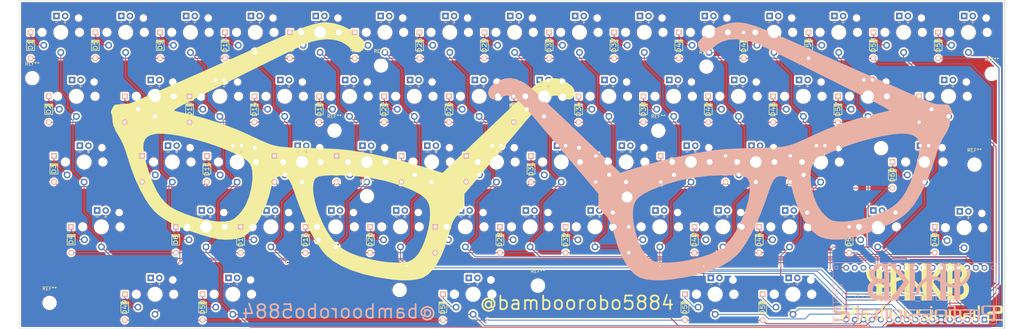
<source format=kicad_pcb>
(kicad_pcb (version 20171130) (host pcbnew "(5.0.0)")
  (layers (0 F.Cu signal) (31 B.Cu signal) (34 B.Paste user) (35 F.Paste user) (36 B.SilkS user) (37 F.SilkS user) (38 B.Mask user) (39 F.Mask user) (44 Edge.Cuts user))
  (net 0 "")
  (net 1 col1)
  (net 2 "Net-(!1-Pad2)")
  (net 3 col4)
  (net 4 "Net-($1-Pad2)")
  (net 5 col5)
  (net 6 "Net-(%1-Pad2)")
  (net 7 col7)
  (net 8 "Net-(&1-Pad2)")
  (net 9 col11)
  (net 10 "Net-('1-Pad2)")
  (net 11 col9)
  (net 12 "Net-((1-Pad2)")
  (net 13 col10)
  (net 14 "Net-()1-Pad2)")
  (net 15 col8)
  (net 16 "Net-(*1-Pad2)")
  (net 17 col12)
  (net 18 "Net-(+1-Pad2)")
  (net 19 "Net-(/1-Pad2)")
  (net 20 "Net-(;1-Pad2)")
  (net 21 "Net-(<1-Pad2)")
  (net 22 "Net-(>1-Pad2)")
  (net 23 col2)
  (net 24 "Net-(@1-Pad2)")
  (net 25 "Net-(D7-Pad2)")
  (net 26 "Net-(AltL1-Pad2)")
  (net 27 "Net-(AltR1-Pad2)")
  (net 28 col6)
  (net 29 "Net-(D24-Pad2)")
  (net 30 col13)
  (net 31 "Net-(BackSP1-Pad2)")
  (net 32 "Net-(D16-Pad2)")
  (net 33 col0)
  (net 34 "Net-(Control1-Pad2)")
  (net 35 row0)
  (net 36 "Net-(D1-Pad2)")
  (net 37 col3)
  (net 38 "Net-(D15-Pad2)")
  (net 39 row1)
  (net 40 "Net-(D2-Pad2)")
  (net 41 row2)
  (net 42 row3)
  (net 43 "Net-(D4-Pad2)")
  (net 44 "Net-(D6-Pad2)")
  (net 45 "Net-(D8-Pad2)")
  (net 46 "Net-(D10-Pad2)")
  (net 47 "Net-(D11-Pad2)")
  (net 48 "Net-(D12-Pad2)")
  (net 49 "Net-(D13-Pad2)")
  (net 50 "Net-(D14-Pad2)")
  (net 51 "Net-(D18-Pad2)")
  (net 52 "Net-(D19-Pad2)")
  (net 53 "Net-(D20-Pad2)")
  (net 54 "Net-(D22-Pad2)")
  (net 55 "Net-(D23-Pad2)")
  (net 56 "Net-(D25-Pad2)")
  (net 57 "Net-(D26-Pad2)")
  (net 58 "Net-(D27-Pad2)")
  (net 59 "Net-(D28-Pad2)")
  (net 60 "Net-(D30-Pad2)")
  (net 61 "Net-(D31-Pad2)")
  (net 62 "Net-(D32-Pad2)")
  (net 63 "Net-(D34-Pad2)")
  (net 64 "Net-(D35-Pad2)")
  (net 65 "Net-(D38-Pad2)")
  (net 66 "Net-(D39-Pad2)")
  (net 67 "Net-(D42-Pad2)")
  (net 68 "Net-(D45-Pad2)")
  (net 69 "Net-(D46-Pad2)")
  (net 70 "Net-(D48-Pad2)")
  (net 71 row4)
  (net 72 "Net-(D50-Pad2)")
  (net 73 "Net-(D51-Pad2)")
  (net 74 "Net-(D52-Pad2)")
  (net 75 "Net-(D54-Pad2)")
  (net 76 "Net-(D55-Pad2)")
  (net 77 "Net-(D57-Pad2)")
  (net 78 "Net-(D58-Pad2)")
  (net 79 "Net-(D60-Pad2)")
  (net 80 "Net-(U1-PadVI)")
  (net 81 "Net-(U1-PadGND)")
  (net 82 "Net-(U1-PadRST)")
  (net 83 "Net-(U1-Pad5V)")
  (net 84 "Net-(U1-PadNC)")
  (net 85 "Net-(U1-PadA3)")
  (net 86 "Net-(U1-PadA2)")
  (net 87 "Net-(U1-PadAREF)")
  (net 88 "Net-(U1-Pad3.3V)")
  (net 89 "Net-(U1-PadMO)")
  (net 90 "Net-(U1-PadTX)")
  (net 91 "Net-(U1-PadRX)")
  (module Mounting_Holes:MountingHole_3.2mm_M3 (layer F.Cu) (at 181.4068 77.6732)
    (fp_text reference REF** (at 0 -4.2) (layer F.SilkS))
    (fp_text value MountingHole_3.2mm_M3)
    (pad 1 np_thru_hole circle (at 0 0) (size 3.2 3.2) (drill 3.2) (layers *.Cu *.Mask))
  )
  (module Mounting_Holes:MountingHole_3.2mm_M3 (layer F.Cu) (at 86.2584 77.6478)
    (fp_text reference REF** (at 0 -4.2) (layer F.SilkS))
    (fp_text value MountingHole_3.2mm_M3)
    (pad 1 np_thru_hole circle (at 0 0) (size 3.2 3.2) (drill 3.2) (layers *.Cu *.Mask))
  )
  (module Mounting_Holes:MountingHole_3.2mm_M3 (layer F.Cu) (at 195.5546 58.8518)
    (fp_text reference REF** (at 0 -4.2) (layer F.SilkS))
    (fp_text value MountingHole_3.2mm_M3)
    (pad 1 np_thru_hole circle (at 0 0) (size 3.2 3.2) (drill 3.2) (layers *.Cu *.Mask))
  )
  (module Mounting_Holes:MountingHole_3.2mm_M3 (layer F.Cu) (at 99.949 58.5216)
    (fp_text reference REF** (at 0 -4.2) (layer F.SilkS))
    (fp_text value MountingHole_3.2mm_M3)
    (pad 1 np_thru_hole circle (at 0 0) (size 3.2 3.2) (drill 3.2) (layers *.Cu *.Mask))
  )
  (module Mounting_Holes:MountingHole_3.2mm_M3 (layer F.Cu) (at 95.8088 96.8756)
    (fp_text reference REF** (at 0 -4.2) (layer F.SilkS))
    (fp_text value MountingHole_3.2mm_M3)
    (pad 1 np_thru_hole circle (at 0 0) (size 3.2 3.2) (drill 3.2) (layers *.Cu *.Mask))
  )
  (module Mounting_Holes:MountingHole_3.2mm_M3 (layer F.Cu) (at 172.2374 97.1804)
    (fp_text reference REF** (at 0 -4.2) (layer F.SilkS))
    (fp_text value MountingHole_3.2mm_M3)
    (pad 1 np_thru_hole circle (at 0 0) (size 3.2 3.2) (drill 3.2) (layers *.Cu *.Mask))
  )
  (module Mounting_Holes:MountingHole_3.2mm_M3 (layer F.Cu) (at 279.4 60.96)
    (fp_text reference REF** (at 0 -4.2) (layer F.SilkS))
    (fp_text value MountingHole_3.2mm_M3)
    (pad 1 np_thru_hole circle (at 0 0) (size 3.2 3.2) (drill 3.2) (layers *.Cu *.Mask))
  )
  (module Mounting_Holes:MountingHole_3.2mm_M3 (layer F.Cu) (at -2.54 62.23)
    (fp_text reference REF** (at 0 -4.2) (layer F.SilkS))
    (fp_text value MountingHole_3.2mm_M3)
    (pad 1 np_thru_hole circle (at 0 0) (size 3.2 3.2) (drill 3.2) (layers *.Cu *.Mask))
  )
  (module Mounting_Holes:MountingHole_3.2mm_M3 (layer F.Cu) (at 2.54 128.27)
    (fp_text reference REF** (at 0 -4.2) (layer F.SilkS))
    (fp_text value MountingHole_3.2mm_M3)
    (pad 1 np_thru_hole circle (at 0 0) (size 3.2 3.2) (drill 3.2) (layers *.Cu *.Mask))
  )
  (module Mounting_Holes:MountingHole_3.2mm_M3 (layer F.Cu) (at 105.41 124.46)
    (fp_text reference REF** (at 0 -4.2) (layer F.SilkS))
    (fp_text value MountingHole_3.2mm_M3)
    (pad 1 np_thru_hole circle (at 0 0) (size 3.2 3.2) (drill 3.2) (layers *.Cu *.Mask))
  )
  (module Mounting_Holes:MountingHole_3.2mm_M3 (layer F.Cu) (at 146.05 123.19)
    (fp_text reference REF** (at 0 -4.2) (layer F.SilkS))
    (fp_text value MountingHole_3.2mm_M3)
    (pad 1 np_thru_hole circle (at 0 0) (size 3.2 3.2) (drill 3.2) (layers *.Cu *.Mask))
  )
  (module Mounting_Holes:MountingHole_3.2mm_M3 (layer F.Cu) (at 274.32 87.63)
    (fp_text reference REF** (at 0 -4.2) (layer F.SilkS))
    (fp_text value MountingHole_3.2mm_M3)
    (pad 1 np_thru_hole circle (at 0 0) (size 3.2 3.2) (drill 3.2) (layers *.Cu *.Mask))
  )
  (module logo:HHKBlogo (layer B.Cu) (at 256.54 125.73 180)
    (fp_text reference G*** hide)
    (fp_text value LOGO hide)
  )
  (module logo:megane (layer B.Cu) (at 199.39 83.82 180)
    (fp_text reference G*** hide)
    (fp_text value LOGO hide)
  )
  (module keebio:Kailh-PG1350-1u (layer F.Cu) (at 162.814 105.918)
    (fp_text reference m1)
    (fp_text value SW_DIP_x01 hide)
    (fp_text user - (at -1.26 -3 180) (layer B.SilkS) (effects (justify mirror)))
    (fp_text user + (at 1.27 -3 180) (layer B.SilkS) (effects (justify mirror)))
    (fp_text user - (at -1.26 -3 180) (layer F.SilkS))
    (fp_text user + (at 1.27 -3 180) (layer F.SilkS))
    (pad "" np_thru_hole circle (at 5.22 -4.2 180) (size 1.2 1.2) (drill 1.2) (layers *.Cu))
    (pad "" np_thru_hole circle (at 0 0 180) (size 3.4 3.4) (drill 3.4) (layers *.Cu))
    (pad 4 thru_hole rect (at -1.27 -4.8 180) (size 1.905 1.905) (drill 0.9906) (layers *.Cu *.Mask))
    (pad 3 thru_hole circle (at 1.27 -4.8 180) (size 1.905 1.905) (drill 0.9906) (layers *.Cu *.Mask))
    (pad 1 thru_hole circle (at 0 5.9 180) (size 2 2) (drill 1.2) (layers *.Cu *.Mask) (net 15 col8))
    (pad 2 thru_hole circle (at -5 3.8 41.9) (size 2 2) (drill 1.2) (layers *.Cu *.Mask) (net 62 "Net-(D32-Pad2)"))
    (pad "" np_thru_hole circle (at -5.5 0 180) (size 1.7 1.7) (drill 1.7) (layers *.Cu))
    (pad "" np_thru_hole circle (at 5.5 0 180) (size 1.7 1.7) (drill 1.7) (layers *.Cu))
  )
  (module micro:ARDUINO_MICRO_SHIELD (layer B.Cu) (at 280.7462 134.4549 180)
    (fp_text reference U1 (at 26.67 10.16 180) (layer B.SilkS) (effects (font (size 1.7 1.7)) (justify mirror)))
    (fp_text value ARDUINO_MICRO_SHIELD (at 26.67 7.62 180) (layer B.SilkS) (effects (font (size 1.7 1.7)) (justify mirror)))
    (fp_text user USB (at 46.99 8.89 90) (layer B.SilkS) (effects (justify mirror)))
    (pad SCK thru_hole circle (at 3.5 16.51 180) (size 1.7 1.7) (drill 1) (layers *.Cu *.Mask) (net 7 col7))
    (pad MI thru_hole circle (at 6.04 16.51 180) (size 1.7 1.7) (drill 1) (layers *.Cu *.Mask) (net 30 col13))
    (pad VI thru_hole circle (at 8.58 16.51 180) (size 1.7 1.7) (drill 1) (layers *.Cu *.Mask) (net 80 "Net-(U1-PadVI)"))
    (pad GND thru_hole circle (at 11.12 16.51 180) (size 1.7 1.7) (drill 1) (layers *.Cu *.Mask) (net 81 "Net-(U1-PadGND)"))
    (pad RST thru_hole circle (at 13.66 16.51 180) (size 1.7 1.7) (drill 1) (layers *.Cu *.Mask) (net 82 "Net-(U1-PadRST)"))
    (pad 5V thru_hole circle (at 16.2 16.51 180) (size 1.7 1.7) (drill 1) (layers *.Cu *.Mask) (net 83 "Net-(U1-Pad5V)"))
    (pad NC thru_hole circle (at 18.74 16.51 180) (size 1.7 1.7) (drill 1) (layers *.Cu *.Mask) (net 84 "Net-(U1-PadNC)"))
    (pad NC thru_hole circle (at 21.28 16.51 180) (size 1.7 1.7) (drill 1) (layers *.Cu *.Mask) (net 84 "Net-(U1-PadNC)"))
    (pad A5 thru_hole circle (at 23.82 16.51 180) (size 1.7 1.7) (drill 1) (layers *.Cu *.Mask) (net 33 col0))
    (pad A4 thru_hole circle (at 26.36 16.51 180) (size 1.7 1.7) (drill 1) (layers *.Cu *.Mask) (net 1 col1))
    (pad A3 thru_hole circle (at 28.9 16.51 180) (size 1.7 1.7) (drill 1) (layers *.Cu *.Mask) (net 85 "Net-(U1-PadA3)"))
    (pad A2 thru_hole circle (at 31.44 16.51 180) (size 1.7 1.7) (drill 1) (layers *.Cu *.Mask) (net 86 "Net-(U1-PadA2)"))
    (pad A1 thru_hole circle (at 33.98 16.51 180) (size 1.7 1.7) (drill 1) (layers *.Cu *.Mask) (net 41 row2))
    (pad A0 thru_hole circle (at 36.52 16.51 180) (size 1.7 1.7) (drill 1) (layers *.Cu *.Mask) (net 42 row3))
    (pad AREF thru_hole circle (at 39.06 16.51 180) (size 1.7 1.7) (drill 1) (layers *.Cu *.Mask) (net 87 "Net-(U1-PadAREF)"))
    (pad 3.3V thru_hole circle (at 41.6 16.51 180) (size 1.7 1.7) (drill 1) (layers *.Cu *.Mask) (net 88 "Net-(U1-Pad3.3V)"))
    (pad 13 thru_hole circle (at 44.14 16.51 180) (size 1.7 1.7) (drill 1) (layers *.Cu *.Mask) (net 37 col3))
    (pad MO thru_hole rect (at 3.5 1.254 180) (size 1.7 1.7) (drill 1) (layers *.Cu *.Mask) (net 89 "Net-(U1-PadMO)"))
    (pad SS thru_hole circle (at 6.04 1.254 180) (size 1.7 1.7) (drill 1) (layers *.Cu *.Mask) (net 15 col8))
    (pad TX thru_hole circle (at 8.58 1.254 180) (size 1.7 1.7) (drill 1) (layers *.Cu *.Mask) (net 90 "Net-(U1-PadTX)"))
    (pad RX thru_hole circle (at 11.12 1.254 180) (size 1.7 1.7) (drill 1) (layers *.Cu *.Mask) (net 91 "Net-(U1-PadRX)"))
    (pad RST thru_hole circle (at 13.66 1.254 180) (size 1.7 1.7) (drill 1) (layers *.Cu *.Mask) (net 82 "Net-(U1-PadRST)"))
    (pad GND thru_hole circle (at 16.2 1.254 180) (size 1.7 1.7) (drill 1) (layers *.Cu *.Mask) (net 81 "Net-(U1-PadGND)"))
    (pad 2 thru_hole circle (at 18.74 1.254 180) (size 1.7 1.7) (drill 1) (layers *.Cu *.Mask) (net 39 row1))
    (pad 3 thru_hole circle (at 21.28 1.254 180) (size 1.7 1.7) (drill 1) (layers *.Cu *.Mask) (net 35 row0))
    (pad 4 thru_hole circle (at 23.82 1.254 180) (size 1.7 1.7) (drill 1) (layers *.Cu *.Mask) (net 28 col6))
    (pad 5 thru_hole circle (at 26.36 1.254 180) (size 1.7 1.7) (drill 1) (layers *.Cu *.Mask) (net 3 col4))
    (pad 6 thru_hole circle (at 28.9 1.254 180) (size 1.7 1.7) (drill 1) (layers *.Cu *.Mask) (net 9 col11))
    (pad 7 thru_hole circle (at 31.44 1.254 180) (size 1.7 1.7) (drill 1) (layers *.Cu *.Mask) (net 23 col2))
    (pad 8 thru_hole circle (at 33.98 1.254 180) (size 1.7 1.7) (drill 1) (layers *.Cu *.Mask) (net 13 col10))
    (pad 9 thru_hole circle (at 36.52 1.254 180) (size 1.7 1.7) (drill 1) (layers *.Cu *.Mask) (net 11 col9))
    (pad 10 thru_hole circle (at 39.06 1.254 180) (size 1.7 1.7) (drill 1) (layers *.Cu *.Mask) (net 71 row4))
    (pad 11 thru_hole circle (at 41.6 1.254 180) (size 1.7 1.7) (drill 1) (layers *.Cu *.Mask) (net 5 col5))
    (pad 12 thru_hole circle (at 44.14 1.254 180) (size 1.7 1.7) (drill 1) (layers *.Cu *.Mask) (net 17 col12))
  )
  (module keebio:Kailh-PG1350-1u (layer F.Cu) (at 24.892 48.768)
    (fp_text reference !1)
    (fp_text value SW_DIP_x01 hide)
    (fp_text user - (at -1.26 -3 180) (layer B.SilkS) (effects (justify mirror)))
    (fp_text user + (at 1.27 -3 180) (layer B.SilkS) (effects (justify mirror)))
    (fp_text user - (at -1.26 -3 180) (layer F.SilkS))
    (fp_text user + (at 1.27 -3 180) (layer F.SilkS))
    (pad "" np_thru_hole circle (at 5.22 -4.2 180) (size 1.2 1.2) (drill 1.2) (layers *.Cu))
    (pad "" np_thru_hole circle (at 0 0 180) (size 3.4 3.4) (drill 3.4) (layers *.Cu))
    (pad 4 thru_hole rect (at -1.27 -4.8 180) (size 1.905 1.905) (drill 0.9906) (layers *.Cu *.Mask))
    (pad 3 thru_hole circle (at 1.27 -4.8 180) (size 1.905 1.905) (drill 0.9906) (layers *.Cu *.Mask))
    (pad 1 thru_hole circle (at 0 5.9 180) (size 2 2) (drill 1.2) (layers *.Cu *.Mask) (net 1 col1))
    (pad 2 thru_hole circle (at -5 3.8 41.9) (size 2 2) (drill 1.2) (layers *.Cu *.Mask) (net 2 "Net-(!1-Pad2)"))
    (pad "" np_thru_hole circle (at -5.5 0 180) (size 1.7 1.7) (drill 1.7) (layers *.Cu))
    (pad "" np_thru_hole circle (at 5.5 0 180) (size 1.7 1.7) (drill 1.7) (layers *.Cu))
  )
  (module keebio:Kailh-PG1350-1u (layer F.Cu) (at 82.042 48.768)
    (fp_text reference $1)
    (fp_text value SW_DIP_x01 hide)
    (fp_text user - (at -1.26 -3 180) (layer B.SilkS) (effects (justify mirror)))
    (fp_text user + (at 1.27 -3 180) (layer B.SilkS) (effects (justify mirror)))
    (fp_text user - (at -1.26 -3 180) (layer F.SilkS))
    (fp_text user + (at 1.27 -3 180) (layer F.SilkS))
    (pad "" np_thru_hole circle (at 5.22 -4.2 180) (size 1.2 1.2) (drill 1.2) (layers *.Cu))
    (pad "" np_thru_hole circle (at 0 0 180) (size 3.4 3.4) (drill 3.4) (layers *.Cu))
    (pad 4 thru_hole rect (at -1.27 -4.8 180) (size 1.905 1.905) (drill 0.9906) (layers *.Cu *.Mask))
    (pad 3 thru_hole circle (at 1.27 -4.8 180) (size 1.905 1.905) (drill 0.9906) (layers *.Cu *.Mask))
    (pad 1 thru_hole circle (at 0 5.9 180) (size 2 2) (drill 1.2) (layers *.Cu *.Mask) (net 3 col4))
    (pad 2 thru_hole circle (at -5 3.8 41.9) (size 2 2) (drill 1.2) (layers *.Cu *.Mask) (net 4 "Net-($1-Pad2)"))
    (pad "" np_thru_hole circle (at -5.5 0 180) (size 1.7 1.7) (drill 1.7) (layers *.Cu))
    (pad "" np_thru_hole circle (at 5.5 0 180) (size 1.7 1.7) (drill 1.7) (layers *.Cu))
  )
  (module keebio:Kailh-PG1350-1u (layer F.Cu) (at 101.092 48.768)
    (fp_text reference %1)
    (fp_text value SW_DIP_x01 hide)
    (fp_text user - (at -1.26 -3 180) (layer B.SilkS) (effects (justify mirror)))
    (fp_text user + (at 1.27 -3 180) (layer B.SilkS) (effects (justify mirror)))
    (fp_text user - (at -1.26 -3 180) (layer F.SilkS))
    (fp_text user + (at 1.27 -3 180) (layer F.SilkS))
    (pad "" np_thru_hole circle (at 5.22 -4.2 180) (size 1.2 1.2) (drill 1.2) (layers *.Cu))
    (pad "" np_thru_hole circle (at 0 0 180) (size 3.4 3.4) (drill 3.4) (layers *.Cu))
    (pad 4 thru_hole rect (at -1.27 -4.8 180) (size 1.905 1.905) (drill 0.9906) (layers *.Cu *.Mask))
    (pad 3 thru_hole circle (at 1.27 -4.8 180) (size 1.905 1.905) (drill 0.9906) (layers *.Cu *.Mask))
    (pad 1 thru_hole circle (at 0 5.9 180) (size 2 2) (drill 1.2) (layers *.Cu *.Mask) (net 5 col5))
    (pad 2 thru_hole circle (at -5 3.8 41.9) (size 2 2) (drill 1.2) (layers *.Cu *.Mask) (net 6 "Net-(%1-Pad2)"))
    (pad "" np_thru_hole circle (at -5.5 0 180) (size 1.7 1.7) (drill 1.7) (layers *.Cu))
    (pad "" np_thru_hole circle (at 5.5 0 180) (size 1.7 1.7) (drill 1.7) (layers *.Cu))
  )
  (module keebio:Kailh-PG1350-1u (layer F.Cu) (at 139.192 48.768)
    (fp_text reference &1)
    (fp_text value SW_DIP_x01 hide)
    (fp_text user - (at -1.26 -3 180) (layer B.SilkS) (effects (justify mirror)))
    (fp_text user + (at 1.27 -3 180) (layer B.SilkS) (effects (justify mirror)))
    (fp_text user - (at -1.26 -3 180) (layer F.SilkS))
    (fp_text user + (at 1.27 -3 180) (layer F.SilkS))
    (pad "" np_thru_hole circle (at 5.22 -4.2 180) (size 1.2 1.2) (drill 1.2) (layers *.Cu))
    (pad "" np_thru_hole circle (at 0 0 180) (size 3.4 3.4) (drill 3.4) (layers *.Cu))
    (pad 4 thru_hole rect (at -1.27 -4.8 180) (size 1.905 1.905) (drill 0.9906) (layers *.Cu *.Mask))
    (pad 3 thru_hole circle (at 1.27 -4.8 180) (size 1.905 1.905) (drill 0.9906) (layers *.Cu *.Mask))
    (pad 1 thru_hole circle (at 0 5.9 180) (size 2 2) (drill 1.2) (layers *.Cu *.Mask) (net 7 col7))
    (pad 2 thru_hole circle (at -5 3.8 41.9) (size 2 2) (drill 1.2) (layers *.Cu *.Mask) (net 8 "Net-(&1-Pad2)"))
    (pad "" np_thru_hole circle (at -5.5 0 180) (size 1.7 1.7) (drill 1.7) (layers *.Cu))
    (pad "" np_thru_hole circle (at 5.5 0 180) (size 1.7 1.7) (drill 1.7) (layers *.Cu))
  )
  (module keebio:Kailh-PG1350-1u (layer F.Cu) (at 229.108 86.868)
    (fp_text reference '1)
    (fp_text value SW_DIP_x01 hide)
    (fp_text user - (at -1.26 -3 180) (layer B.SilkS) (effects (justify mirror)))
    (fp_text user + (at 1.27 -3 180) (layer B.SilkS) (effects (justify mirror)))
    (fp_text user - (at -1.26 -3 180) (layer F.SilkS))
    (fp_text user + (at 1.27 -3 180) (layer F.SilkS))
    (pad "" np_thru_hole circle (at 5.22 -4.2 180) (size 1.2 1.2) (drill 1.2) (layers *.Cu))
    (pad "" np_thru_hole circle (at 0 0 180) (size 3.4 3.4) (drill 3.4) (layers *.Cu))
    (pad 4 thru_hole rect (at -1.27 -4.8 180) (size 1.905 1.905) (drill 0.9906) (layers *.Cu *.Mask))
    (pad 3 thru_hole circle (at 1.27 -4.8 180) (size 1.905 1.905) (drill 0.9906) (layers *.Cu *.Mask))
    (pad 1 thru_hole circle (at 0 5.9 180) (size 2 2) (drill 1.2) (layers *.Cu *.Mask) (net 9 col11))
    (pad 2 thru_hole circle (at -5 3.8 41.9) (size 2 2) (drill 1.2) (layers *.Cu *.Mask) (net 10 "Net-('1-Pad2)"))
    (pad "" np_thru_hole circle (at -5.5 0 180) (size 1.7 1.7) (drill 1.7) (layers *.Cu))
    (pad "" np_thru_hole circle (at 5.5 0 180) (size 1.7 1.7) (drill 1.7) (layers *.Cu))
  )
  (module keebio:Kailh-PG1350-1u (layer F.Cu) (at 177.292 48.768)
    (fp_text reference "(1")
    (fp_text value SW_DIP_x01 hide)
    (fp_text user - (at -1.26 -3 180) (layer B.SilkS) (effects (justify mirror)))
    (fp_text user + (at 1.27 -3 180) (layer B.SilkS) (effects (justify mirror)))
    (fp_text user - (at -1.26 -3 180) (layer F.SilkS))
    (fp_text user + (at 1.27 -3 180) (layer F.SilkS))
    (pad "" np_thru_hole circle (at 5.22 -4.2 180) (size 1.2 1.2) (drill 1.2) (layers *.Cu))
    (pad "" np_thru_hole circle (at 0 0 180) (size 3.4 3.4) (drill 3.4) (layers *.Cu))
    (pad 4 thru_hole rect (at -1.27 -4.8 180) (size 1.905 1.905) (drill 0.9906) (layers *.Cu *.Mask))
    (pad 3 thru_hole circle (at 1.27 -4.8 180) (size 1.905 1.905) (drill 0.9906) (layers *.Cu *.Mask))
    (pad 1 thru_hole circle (at 0 5.9 180) (size 2 2) (drill 1.2) (layers *.Cu *.Mask) (net 11 col9))
    (pad 2 thru_hole circle (at -5 3.8 41.9) (size 2 2) (drill 1.2) (layers *.Cu *.Mask) (net 12 "Net-((1-Pad2)"))
    (pad "" np_thru_hole circle (at -5.5 0 180) (size 1.7 1.7) (drill 1.7) (layers *.Cu))
    (pad "" np_thru_hole circle (at 5.5 0 180) (size 1.7 1.7) (drill 1.7) (layers *.Cu))
  )
  (module keebio:Kailh-PG1350-1u (layer F.Cu) (at 196.342 48.768)
    (fp_text reference ")1")
    (fp_text value SW_DIP_x01 hide)
    (fp_text user - (at -1.26 -3 180) (layer B.SilkS) (effects (justify mirror)))
    (fp_text user + (at 1.27 -3 180) (layer B.SilkS) (effects (justify mirror)))
    (fp_text user - (at -1.26 -3 180) (layer F.SilkS))
    (fp_text user + (at 1.27 -3 180) (layer F.SilkS))
    (pad "" np_thru_hole circle (at 5.22 -4.2 180) (size 1.2 1.2) (drill 1.2) (layers *.Cu))
    (pad "" np_thru_hole circle (at 0 0 180) (size 3.4 3.4) (drill 3.4) (layers *.Cu))
    (pad 4 thru_hole rect (at -1.27 -4.8 180) (size 1.905 1.905) (drill 0.9906) (layers *.Cu *.Mask))
    (pad 3 thru_hole circle (at 1.27 -4.8 180) (size 1.905 1.905) (drill 0.9906) (layers *.Cu *.Mask))
    (pad 1 thru_hole circle (at 0 5.9 180) (size 2 2) (drill 1.2) (layers *.Cu *.Mask) (net 13 col10))
    (pad 2 thru_hole circle (at -5 3.8 41.9) (size 2 2) (drill 1.2) (layers *.Cu *.Mask) (net 14 "Net-()1-Pad2)"))
    (pad "" np_thru_hole circle (at -5.5 0 180) (size 1.7 1.7) (drill 1.7) (layers *.Cu))
    (pad "" np_thru_hole circle (at 5.5 0 180) (size 1.7 1.7) (drill 1.7) (layers *.Cu))
  )
  (module keebio:Kailh-PG1350-1u (layer F.Cu) (at 158.242 48.768)
    (fp_text reference *1)
    (fp_text value SW_DIP_x01 hide)
    (fp_text user - (at -1.26 -3 180) (layer B.SilkS) (effects (justify mirror)))
    (fp_text user + (at 1.27 -3 180) (layer B.SilkS) (effects (justify mirror)))
    (fp_text user - (at -1.26 -3 180) (layer F.SilkS))
    (fp_text user + (at 1.27 -3 180) (layer F.SilkS))
    (pad "" np_thru_hole circle (at 5.22 -4.2 180) (size 1.2 1.2) (drill 1.2) (layers *.Cu))
    (pad "" np_thru_hole circle (at 0 0 180) (size 3.4 3.4) (drill 3.4) (layers *.Cu))
    (pad 4 thru_hole rect (at -1.27 -4.8 180) (size 1.905 1.905) (drill 0.9906) (layers *.Cu *.Mask))
    (pad 3 thru_hole circle (at 1.27 -4.8 180) (size 1.905 1.905) (drill 0.9906) (layers *.Cu *.Mask))
    (pad 1 thru_hole circle (at 0 5.9 180) (size 2 2) (drill 1.2) (layers *.Cu *.Mask) (net 15 col8))
    (pad 2 thru_hole circle (at -5 3.8 41.9) (size 2 2) (drill 1.2) (layers *.Cu *.Mask) (net 16 "Net-(*1-Pad2)"))
    (pad "" np_thru_hole circle (at -5.5 0 180) (size 1.7 1.7) (drill 1.7) (layers *.Cu))
    (pad "" np_thru_hole circle (at 5.5 0 180) (size 1.7 1.7) (drill 1.7) (layers *.Cu))
  )
  (module keebio:Kailh-PG1350-1u (layer F.Cu) (at 234.442 48.768)
    (fp_text reference +1)
    (fp_text value SW_DIP_x01 hide)
    (fp_text user - (at -1.26 -3 180) (layer B.SilkS) (effects (justify mirror)))
    (fp_text user + (at 1.27 -3 180) (layer B.SilkS) (effects (justify mirror)))
    (fp_text user - (at -1.26 -3 180) (layer F.SilkS))
    (fp_text user + (at 1.27 -3 180) (layer F.SilkS))
    (pad "" np_thru_hole circle (at 5.22 -4.2 180) (size 1.2 1.2) (drill 1.2) (layers *.Cu))
    (pad "" np_thru_hole circle (at 0 0 180) (size 3.4 3.4) (drill 3.4) (layers *.Cu))
    (pad 4 thru_hole rect (at -1.27 -4.8 180) (size 1.905 1.905) (drill 0.9906) (layers *.Cu *.Mask))
    (pad 3 thru_hole circle (at 1.27 -4.8 180) (size 1.905 1.905) (drill 0.9906) (layers *.Cu *.Mask))
    (pad 1 thru_hole circle (at 0 5.9 180) (size 2 2) (drill 1.2) (layers *.Cu *.Mask) (net 17 col12))
    (pad 2 thru_hole circle (at -5 3.8 41.9) (size 2 2) (drill 1.2) (layers *.Cu *.Mask) (net 18 "Net-(+1-Pad2)"))
    (pad "" np_thru_hole circle (at -5.5 0 180) (size 1.7 1.7) (drill 1.7) (layers *.Cu))
    (pad "" np_thru_hole circle (at 5.5 0 180) (size 1.7 1.7) (drill 1.7) (layers *.Cu))
  )
  (module keebio:Kailh-PG1350-1u (layer F.Cu) (at 219.964 105.918)
    (fp_text reference /1)
    (fp_text value SW_DIP_x01 hide)
    (fp_text user - (at -1.26 -3 180) (layer B.SilkS) (effects (justify mirror)))
    (fp_text user + (at 1.27 -3 180) (layer B.SilkS) (effects (justify mirror)))
    (fp_text user - (at -1.26 -3 180) (layer F.SilkS))
    (fp_text user + (at 1.27 -3 180) (layer F.SilkS))
    (pad "" np_thru_hole circle (at 5.22 -4.2 180) (size 1.2 1.2) (drill 1.2) (layers *.Cu))
    (pad "" np_thru_hole circle (at 0 0 180) (size 3.4 3.4) (drill 3.4) (layers *.Cu))
    (pad 4 thru_hole rect (at -1.27 -4.8 180) (size 1.905 1.905) (drill 0.9906) (layers *.Cu *.Mask))
    (pad 3 thru_hole circle (at 1.27 -4.8 180) (size 1.905 1.905) (drill 0.9906) (layers *.Cu *.Mask))
    (pad 1 thru_hole circle (at 0 5.9 180) (size 2 2) (drill 1.2) (layers *.Cu *.Mask) (net 9 col11))
    (pad 2 thru_hole circle (at -5 3.8 41.9) (size 2 2) (drill 1.2) (layers *.Cu *.Mask) (net 19 "Net-(/1-Pad2)"))
    (pad "" np_thru_hole circle (at -5.5 0 180) (size 1.7 1.7) (drill 1.7) (layers *.Cu))
    (pad "" np_thru_hole circle (at 5.5 0 180) (size 1.7 1.7) (drill 1.7) (layers *.Cu))
  )
  (module keebio:Kailh-PG1350-1u (layer F.Cu) (at 210.058 86.868)
    (fp_text reference ;1)
    (fp_text value SW_DIP_x01 hide)
    (fp_text user - (at -1.26 -3 180) (layer B.SilkS) (effects (justify mirror)))
    (fp_text user + (at 1.27 -3 180) (layer B.SilkS) (effects (justify mirror)))
    (fp_text user - (at -1.26 -3 180) (layer F.SilkS))
    (fp_text user + (at 1.27 -3 180) (layer F.SilkS))
    (pad "" np_thru_hole circle (at 5.22 -4.2 180) (size 1.2 1.2) (drill 1.2) (layers *.Cu))
    (pad "" np_thru_hole circle (at 0 0 180) (size 3.4 3.4) (drill 3.4) (layers *.Cu))
    (pad 4 thru_hole rect (at -1.27 -4.8 180) (size 1.905 1.905) (drill 0.9906) (layers *.Cu *.Mask))
    (pad 3 thru_hole circle (at 1.27 -4.8 180) (size 1.905 1.905) (drill 0.9906) (layers *.Cu *.Mask))
    (pad 1 thru_hole circle (at 0 5.9 180) (size 2 2) (drill 1.2) (layers *.Cu *.Mask) (net 13 col10))
    (pad 2 thru_hole circle (at -5 3.8 41.9) (size 2 2) (drill 1.2) (layers *.Cu *.Mask) (net 20 "Net-(;1-Pad2)"))
    (pad "" np_thru_hole circle (at -5.5 0 180) (size 1.7 1.7) (drill 1.7) (layers *.Cu))
    (pad "" np_thru_hole circle (at 5.5 0 180) (size 1.7 1.7) (drill 1.7) (layers *.Cu))
  )
  (module keebio:Kailh-PG1350-1u (layer F.Cu) (at 181.864 105.918)
    (fp_text reference <1)
    (fp_text value SW_DIP_x01 hide)
    (fp_text user - (at -1.26 -3 180) (layer B.SilkS) (effects (justify mirror)))
    (fp_text user + (at 1.27 -3 180) (layer B.SilkS) (effects (justify mirror)))
    (fp_text user - (at -1.26 -3 180) (layer F.SilkS))
    (fp_text user + (at 1.27 -3 180) (layer F.SilkS))
    (pad "" np_thru_hole circle (at 5.22 -4.2 180) (size 1.2 1.2) (drill 1.2) (layers *.Cu))
    (pad "" np_thru_hole circle (at 0 0 180) (size 3.4 3.4) (drill 3.4) (layers *.Cu))
    (pad 4 thru_hole rect (at -1.27 -4.8 180) (size 1.905 1.905) (drill 0.9906) (layers *.Cu *.Mask))
    (pad 3 thru_hole circle (at 1.27 -4.8 180) (size 1.905 1.905) (drill 0.9906) (layers *.Cu *.Mask))
    (pad 1 thru_hole circle (at 0 5.9 180) (size 2 2) (drill 1.2) (layers *.Cu *.Mask) (net 11 col9))
    (pad 2 thru_hole circle (at -5 3.8 41.9) (size 2 2) (drill 1.2) (layers *.Cu *.Mask) (net 21 "Net-(<1-Pad2)"))
    (pad "" np_thru_hole circle (at -5.5 0 180) (size 1.7 1.7) (drill 1.7) (layers *.Cu))
    (pad "" np_thru_hole circle (at 5.5 0 180) (size 1.7 1.7) (drill 1.7) (layers *.Cu))
  )
  (module keebio:Kailh-PG1350-1u (layer F.Cu) (at 200.406 105.918)
    (fp_text reference >1)
    (fp_text value SW_DIP_x01 hide)
    (fp_text user - (at -1.26 -3 180) (layer B.SilkS) (effects (justify mirror)))
    (fp_text user + (at 1.27 -3 180) (layer B.SilkS) (effects (justify mirror)))
    (fp_text user - (at -1.26 -3 180) (layer F.SilkS))
    (fp_text user + (at 1.27 -3 180) (layer F.SilkS))
    (pad "" np_thru_hole circle (at 5.22 -4.2 180) (size 1.2 1.2) (drill 1.2) (layers *.Cu))
    (pad "" np_thru_hole circle (at 0 0 180) (size 3.4 3.4) (drill 3.4) (layers *.Cu))
    (pad 4 thru_hole rect (at -1.27 -4.8 180) (size 1.905 1.905) (drill 0.9906) (layers *.Cu *.Mask))
    (pad 3 thru_hole circle (at 1.27 -4.8 180) (size 1.905 1.905) (drill 0.9906) (layers *.Cu *.Mask))
    (pad 1 thru_hole circle (at 0 5.9 180) (size 2 2) (drill 1.2) (layers *.Cu *.Mask) (net 13 col10))
    (pad 2 thru_hole circle (at -5 3.8 41.9) (size 2 2) (drill 1.2) (layers *.Cu *.Mask) (net 22 "Net-(>1-Pad2)"))
    (pad "" np_thru_hole circle (at -5.5 0 180) (size 1.7 1.7) (drill 1.7) (layers *.Cu))
    (pad "" np_thru_hole circle (at 5.5 0 180) (size 1.7 1.7) (drill 1.7) (layers *.Cu))
  )
  (module keebio:Kailh-PG1350-1u (layer F.Cu) (at 43.942 48.768)
    (fp_text reference @1)
    (fp_text value SW_DIP_x01 hide)
    (fp_text user - (at -1.26 -3 180) (layer B.SilkS) (effects (justify mirror)))
    (fp_text user + (at 1.27 -3 180) (layer B.SilkS) (effects (justify mirror)))
    (fp_text user - (at -1.26 -3 180) (layer F.SilkS))
    (fp_text user + (at 1.27 -3 180) (layer F.SilkS))
    (pad "" np_thru_hole circle (at 5.22 -4.2 180) (size 1.2 1.2) (drill 1.2) (layers *.Cu))
    (pad "" np_thru_hole circle (at 0 0 180) (size 3.4 3.4) (drill 3.4) (layers *.Cu))
    (pad 4 thru_hole rect (at -1.27 -4.8 180) (size 1.905 1.905) (drill 0.9906) (layers *.Cu *.Mask))
    (pad 3 thru_hole circle (at 1.27 -4.8 180) (size 1.905 1.905) (drill 0.9906) (layers *.Cu *.Mask))
    (pad 1 thru_hole circle (at 0 5.9 180) (size 2 2) (drill 1.2) (layers *.Cu *.Mask) (net 23 col2))
    (pad 2 thru_hole circle (at -5 3.8 41.9) (size 2 2) (drill 1.2) (layers *.Cu *.Mask) (net 24 "Net-(@1-Pad2)"))
    (pad "" np_thru_hole circle (at -5.5 0 180) (size 1.7 1.7) (drill 1.7) (layers *.Cu))
    (pad "" np_thru_hole circle (at 5.5 0 180) (size 1.7 1.7) (drill 1.7) (layers *.Cu))
  )
  (module keebio:Kailh-PG1350-1u (layer F.Cu) (at 38.608 86.868)
    (fp_text reference a1)
    (fp_text value SW_DIP_x01 hide)
    (fp_text user - (at -1.26 -3 180) (layer B.SilkS) (effects (justify mirror)))
    (fp_text user + (at 1.27 -3 180) (layer B.SilkS) (effects (justify mirror)))
    (fp_text user - (at -1.26 -3 180) (layer F.SilkS))
    (fp_text user + (at 1.27 -3 180) (layer F.SilkS))
    (pad "" np_thru_hole circle (at 5.22 -4.2 180) (size 1.2 1.2) (drill 1.2) (layers *.Cu))
    (pad "" np_thru_hole circle (at 0 0 180) (size 3.4 3.4) (drill 3.4) (layers *.Cu))
    (pad 4 thru_hole rect (at -1.27 -4.8 180) (size 1.905 1.905) (drill 0.9906) (layers *.Cu *.Mask))
    (pad 3 thru_hole circle (at 1.27 -4.8 180) (size 1.905 1.905) (drill 0.9906) (layers *.Cu *.Mask))
    (pad 1 thru_hole circle (at 0 5.9 180) (size 2 2) (drill 1.2) (layers *.Cu *.Mask) (net 1 col1))
    (pad 2 thru_hole circle (at -5 3.8 41.9) (size 2 2) (drill 1.2) (layers *.Cu *.Mask) (net 25 "Net-(D7-Pad2)"))
    (pad "" np_thru_hole circle (at -5.5 0 180) (size 1.7 1.7) (drill 1.7) (layers *.Cu))
    (pad "" np_thru_hole circle (at 5.5 0 180) (size 1.7 1.7) (drill 1.7) (layers *.Cu))
  )
  (module keebio:Kailh-PG1350-1u (layer F.Cu) (at 33.528 125.73)
    (fp_text reference AltL1)
    (fp_text value SW_DIP_x01 hide)
    (fp_text user - (at -1.26 -3 180) (layer B.SilkS) (effects (justify mirror)))
    (fp_text user + (at 1.27 -3 180) (layer B.SilkS) (effects (justify mirror)))
    (fp_text user - (at -1.26 -3 180) (layer F.SilkS))
    (fp_text user + (at 1.27 -3 180) (layer F.SilkS))
    (pad "" np_thru_hole circle (at 5.22 -4.2 180) (size 1.2 1.2) (drill 1.2) (layers *.Cu))
    (pad "" np_thru_hole circle (at 0 0 180) (size 3.4 3.4) (drill 3.4) (layers *.Cu))
    (pad 4 thru_hole rect (at -1.27 -4.8 180) (size 1.905 1.905) (drill 0.9906) (layers *.Cu *.Mask))
    (pad 3 thru_hole circle (at 1.27 -4.8 180) (size 1.905 1.905) (drill 0.9906) (layers *.Cu *.Mask))
    (pad 1 thru_hole circle (at 0 5.9 180) (size 2 2) (drill 1.2) (layers *.Cu *.Mask) (net 1 col1))
    (pad 2 thru_hole circle (at -5 3.8 41.9) (size 2 2) (drill 1.2) (layers *.Cu *.Mask) (net 26 "Net-(AltL1-Pad2)"))
    (pad "" np_thru_hole circle (at -5.5 0 180) (size 1.7 1.7) (drill 1.7) (layers *.Cu))
    (pad "" np_thru_hole circle (at 5.5 0 180) (size 1.7 1.7) (drill 1.7) (layers *.Cu))
  )
  (module keebio:Kailh-PG1350-1u (layer F.Cu) (at 220.98 125.73)
    (fp_text reference AltR1)
    (fp_text value SW_DIP_x01 hide)
    (fp_text user - (at -1.26 -3 180) (layer B.SilkS) (effects (justify mirror)))
    (fp_text user + (at 1.27 -3 180) (layer B.SilkS) (effects (justify mirror)))
    (fp_text user - (at -1.26 -3 180) (layer F.SilkS))
    (fp_text user + (at 1.27 -3 180) (layer F.SilkS))
    (pad "" np_thru_hole circle (at 5.22 -4.2 180) (size 1.2 1.2) (drill 1.2) (layers *.Cu))
    (pad "" np_thru_hole circle (at 0 0 180) (size 3.4 3.4) (drill 3.4) (layers *.Cu))
    (pad 4 thru_hole rect (at -1.27 -4.8 180) (size 1.905 1.905) (drill 0.9906) (layers *.Cu *.Mask))
    (pad 3 thru_hole circle (at 1.27 -4.8 180) (size 1.905 1.905) (drill 0.9906) (layers *.Cu *.Mask))
    (pad 1 thru_hole circle (at 0 5.9 180) (size 2 2) (drill 1.2) (layers *.Cu *.Mask) (net 9 col11))
    (pad 2 thru_hole circle (at -5 3.8 41.9) (size 2 2) (drill 1.2) (layers *.Cu *.Mask) (net 27 "Net-(AltR1-Pad2)"))
    (pad "" np_thru_hole circle (at -5.5 0 180) (size 1.7 1.7) (drill 1.7) (layers *.Cu))
    (pad "" np_thru_hole circle (at 5.5 0 180) (size 1.7 1.7) (drill 1.7) (layers *.Cu))
  )
  (module keebio:Kailh-PG1350-1u (layer F.Cu) (at 124.714 105.918)
    (fp_text reference b1)
    (fp_text value SW_DIP_x01 hide)
    (fp_text user - (at -1.26 -3 180) (layer B.SilkS) (effects (justify mirror)))
    (fp_text user + (at 1.27 -3 180) (layer B.SilkS) (effects (justify mirror)))
    (fp_text user - (at -1.26 -3 180) (layer F.SilkS))
    (fp_text user + (at 1.27 -3 180) (layer F.SilkS))
    (pad "" np_thru_hole circle (at 5.22 -4.2 180) (size 1.2 1.2) (drill 1.2) (layers *.Cu))
    (pad "" np_thru_hole circle (at 0 0 180) (size 3.4 3.4) (drill 3.4) (layers *.Cu))
    (pad 4 thru_hole rect (at -1.27 -4.8 180) (size 1.905 1.905) (drill 0.9906) (layers *.Cu *.Mask))
    (pad 3 thru_hole circle (at 1.27 -4.8 180) (size 1.905 1.905) (drill 0.9906) (layers *.Cu *.Mask))
    (pad 1 thru_hole circle (at 0 5.9 180) (size 2 2) (drill 1.2) (layers *.Cu *.Mask) (net 28 col6))
    (pad 2 thru_hole circle (at -5 3.8 41.9) (size 2 2) (drill 1.2) (layers *.Cu *.Mask) (net 29 "Net-(D24-Pad2)"))
    (pad "" np_thru_hole circle (at -5.5 0 180) (size 1.7 1.7) (drill 1.7) (layers *.Cu))
    (pad "" np_thru_hole circle (at 5.5 0 180) (size 1.7 1.7) (drill 1.7) (layers *.Cu))
  )
  (module keebio:Kailh-PG1350-1u (layer F.Cu) (at 266.7 67.564)
    (fp_text reference BackSP1)
    (fp_text value SW_DIP_x01 hide)
    (fp_text user - (at -1.26 -3 180) (layer B.SilkS) (effects (justify mirror)))
    (fp_text user + (at 1.27 -3 180) (layer B.SilkS) (effects (justify mirror)))
    (fp_text user - (at -1.26 -3 180) (layer F.SilkS))
    (fp_text user + (at 1.27 -3 180) (layer F.SilkS))
    (pad "" np_thru_hole circle (at 5.22 -4.2 180) (size 1.2 1.2) (drill 1.2) (layers *.Cu))
    (pad "" np_thru_hole circle (at 0 0 180) (size 3.4 3.4) (drill 3.4) (layers *.Cu))
    (pad 4 thru_hole rect (at -1.27 -4.8 180) (size 1.905 1.905) (drill 0.9906) (layers *.Cu *.Mask))
    (pad 3 thru_hole circle (at 1.27 -4.8 180) (size 1.905 1.905) (drill 0.9906) (layers *.Cu *.Mask))
    (pad 1 thru_hole circle (at 0 5.9 180) (size 2 2) (drill 1.2) (layers *.Cu *.Mask) (net 30 col13))
    (pad 2 thru_hole circle (at -5 3.8 41.9) (size 2 2) (drill 1.2) (layers *.Cu *.Mask) (net 31 "Net-(BackSP1-Pad2)"))
    (pad "" np_thru_hole circle (at -5.5 0 180) (size 1.7 1.7) (drill 1.7) (layers *.Cu))
    (pad "" np_thru_hole circle (at 5.5 0 180) (size 1.7 1.7) (drill 1.7) (layers *.Cu))
  )
  (module keebio:Kailh-PG1350-1u (layer F.Cu) (at 86.614 105.918)
    (fp_text reference c1)
    (fp_text value SW_DIP_x01 hide)
    (fp_text user - (at -1.26 -3 180) (layer B.SilkS) (effects (justify mirror)))
    (fp_text user + (at 1.27 -3 180) (layer B.SilkS) (effects (justify mirror)))
    (fp_text user - (at -1.26 -3 180) (layer F.SilkS))
    (fp_text user + (at 1.27 -3 180) (layer F.SilkS))
    (pad "" np_thru_hole circle (at 5.22 -4.2 180) (size 1.2 1.2) (drill 1.2) (layers *.Cu))
    (pad "" np_thru_hole circle (at 0 0 180) (size 3.4 3.4) (drill 3.4) (layers *.Cu))
    (pad 4 thru_hole rect (at -1.27 -4.8 180) (size 1.905 1.905) (drill 0.9906) (layers *.Cu *.Mask))
    (pad 3 thru_hole circle (at 1.27 -4.8 180) (size 1.905 1.905) (drill 0.9906) (layers *.Cu *.Mask))
    (pad 1 thru_hole circle (at 0 5.9 180) (size 2 2) (drill 1.2) (layers *.Cu *.Mask) (net 3 col4))
    (pad 2 thru_hole circle (at -5 3.8 41.9) (size 2 2) (drill 1.2) (layers *.Cu *.Mask) (net 32 "Net-(D16-Pad2)"))
    (pad "" np_thru_hole circle (at -5.5 0 180) (size 1.7 1.7) (drill 1.7) (layers *.Cu))
    (pad "" np_thru_hole circle (at 5.5 0 180) (size 1.7 1.7) (drill 1.7) (layers *.Cu))
  )
  (module keebio:Kailh-PG1350-1u (layer F.Cu) (at 12.7 86.868)
    (fp_text reference Control1)
    (fp_text value SW_DIP_x01 hide)
    (fp_text user - (at -1.26 -3 180) (layer B.SilkS) (effects (justify mirror)))
    (fp_text user + (at 1.27 -3 180) (layer B.SilkS) (effects (justify mirror)))
    (fp_text user - (at -1.26 -3 180) (layer F.SilkS))
    (fp_text user + (at 1.27 -3 180) (layer F.SilkS))
    (pad "" np_thru_hole circle (at 5.22 -4.2 180) (size 1.2 1.2) (drill 1.2) (layers *.Cu))
    (pad "" np_thru_hole circle (at 0 0 180) (size 3.4 3.4) (drill 3.4) (layers *.Cu))
    (pad 4 thru_hole rect (at -1.27 -4.8 180) (size 1.905 1.905) (drill 0.9906) (layers *.Cu *.Mask))
    (pad 3 thru_hole circle (at 1.27 -4.8 180) (size 1.905 1.905) (drill 0.9906) (layers *.Cu *.Mask))
    (pad 1 thru_hole circle (at 0 5.9 180) (size 2 2) (drill 1.2) (layers *.Cu *.Mask) (net 33 col0))
    (pad 2 thru_hole circle (at -5 3.8 41.9) (size 2 2) (drill 1.2) (layers *.Cu *.Mask) (net 34 "Net-(Control1-Pad2)"))
    (pad "" np_thru_hole circle (at -5.5 0 180) (size 1.7 1.7) (drill 1.7) (layers *.Cu))
    (pad "" np_thru_hole circle (at 5.5 0 180) (size 1.7 1.7) (drill 1.7) (layers *.Cu))
  )
  (module keyboard:Diode (layer F.Cu) (at -3.048 52.578 90)
    (fp_text reference D1 (at 0 0 90) (layer F.SilkS) (effects (font (size 1.27 1.524) (thickness 0.2032))))
    (fp_text value D hide)
    (pad 1 thru_hole circle (at -3.81 0 90) (size 1.651 1.651) (drill 0.9906) (layers *.Cu *.SilkS *.Mask) (net 35 row0))
    (pad 2 thru_hole rect (at 3.81 0 90) (size 1.651 1.651) (drill 0.9906) (layers *.Cu *.SilkS *.Mask) (net 36 "Net-(D1-Pad2)"))
  )
  (module keebio:Kailh-PG1350-1u (layer F.Cu) (at 76.708 86.868)
    (fp_text reference d1)
    (fp_text value SW_DIP_x01 hide)
    (fp_text user - (at -1.26 -3 180) (layer B.SilkS) (effects (justify mirror)))
    (fp_text user + (at 1.27 -3 180) (layer B.SilkS) (effects (justify mirror)))
    (fp_text user - (at -1.26 -3 180) (layer F.SilkS))
    (fp_text user + (at 1.27 -3 180) (layer F.SilkS))
    (pad "" np_thru_hole circle (at 5.22 -4.2 180) (size 1.2 1.2) (drill 1.2) (layers *.Cu))
    (pad "" np_thru_hole circle (at 0 0 180) (size 3.4 3.4) (drill 3.4) (layers *.Cu))
    (pad 4 thru_hole rect (at -1.27 -4.8 180) (size 1.905 1.905) (drill 0.9906) (layers *.Cu *.Mask))
    (pad 3 thru_hole circle (at 1.27 -4.8 180) (size 1.905 1.905) (drill 0.9906) (layers *.Cu *.Mask))
    (pad 1 thru_hole circle (at 0 5.9 180) (size 2 2) (drill 1.2) (layers *.Cu *.Mask) (net 37 col3))
    (pad 2 thru_hole circle (at -5 3.8 41.9) (size 2 2) (drill 1.2) (layers *.Cu *.Mask) (net 38 "Net-(D15-Pad2)"))
    (pad "" np_thru_hole circle (at -5.5 0 180) (size 1.7 1.7) (drill 1.7) (layers *.Cu))
    (pad "" np_thru_hole circle (at 5.5 0 180) (size 1.7 1.7) (drill 1.7) (layers *.Cu))
  )
  (module keyboard:Diode (layer F.Cu) (at 2.286 71.374 90)
    (fp_text reference D2 (at 0 0 90) (layer F.SilkS) (effects (font (size 1.27 1.524) (thickness 0.2032))))
    (fp_text value D hide)
    (pad 1 thru_hole circle (at -3.81 0 90) (size 1.651 1.651) (drill 0.9906) (layers *.Cu *.SilkS *.Mask) (net 39 row1))
    (pad 2 thru_hole rect (at 3.81 0 90) (size 1.651 1.651) (drill 0.9906) (layers *.Cu *.SilkS *.Mask) (net 40 "Net-(D2-Pad2)"))
  )
  (module keyboard:Diode (layer F.Cu) (at 3.81 88.9 90)
    (fp_text reference D3 (at 0 0 90) (layer F.SilkS) (effects (font (size 1.27 1.524) (thickness 0.2032))))
    (fp_text value D hide)
    (pad 1 thru_hole circle (at -3.81 0 90) (size 1.651 1.651) (drill 0.9906) (layers *.Cu *.SilkS *.Mask) (net 41 row2))
    (pad 2 thru_hole rect (at 3.81 0 90) (size 1.651 1.651) (drill 0.9906) (layers *.Cu *.SilkS *.Mask) (net 34 "Net-(Control1-Pad2)"))
  )
  (module keyboard:Diode (layer F.Cu) (at 8.89 109.728 90)
    (fp_text reference D4 (at 0 0 90) (layer F.SilkS) (effects (font (size 1.27 1.524) (thickness 0.2032))))
    (fp_text value D hide)
    (pad 1 thru_hole circle (at -3.81 0 90) (size 1.651 1.651) (drill 0.9906) (layers *.Cu *.SilkS *.Mask) (net 42 row3))
    (pad 2 thru_hole rect (at 3.81 0 90) (size 1.651 1.651) (drill 0.9906) (layers *.Cu *.SilkS *.Mask) (net 43 "Net-(D4-Pad2)"))
  )
  (module keyboard:Diode (layer F.Cu) (at 16.002 52.578 90)
    (fp_text reference D5 (at 0 0 90) (layer F.SilkS) (effects (font (size 1.27 1.524) (thickness 0.2032))))
    (fp_text value D hide)
    (pad 1 thru_hole circle (at -3.81 0 90) (size 1.651 1.651) (drill 0.9906) (layers *.Cu *.SilkS *.Mask) (net 35 row0))
    (pad 2 thru_hole rect (at 3.81 0 90) (size 1.651 1.651) (drill 0.9906) (layers *.Cu *.SilkS *.Mask) (net 2 "Net-(!1-Pad2)"))
  )
  (module keyboard:Diode (layer F.Cu) (at 24.638 71.374 90)
    (fp_text reference D6 (at 0 0 90) (layer F.SilkS) (effects (font (size 1.27 1.524) (thickness 0.2032))))
    (fp_text value D hide)
    (pad 1 thru_hole circle (at -3.81 0 90) (size 1.651 1.651) (drill 0.9906) (layers *.Cu *.SilkS *.Mask) (net 39 row1))
    (pad 2 thru_hole rect (at 3.81 0 90) (size 1.651 1.651) (drill 0.9906) (layers *.Cu *.SilkS *.Mask) (net 44 "Net-(D6-Pad2)"))
  )
  (module keyboard:Diode (layer F.Cu) (at 29.718 88.9 90)
    (fp_text reference D7 (at 0 0 90) (layer F.SilkS) (effects (font (size 1.27 1.524) (thickness 0.2032))))
    (fp_text value D hide)
    (pad 1 thru_hole circle (at -3.81 0 90) (size 1.651 1.651) (drill 0.9906) (layers *.Cu *.SilkS *.Mask) (net 41 row2))
    (pad 2 thru_hole rect (at 3.81 0 90) (size 1.651 1.651) (drill 0.9906) (layers *.Cu *.SilkS *.Mask) (net 25 "Net-(D7-Pad2)"))
  )
  (module keyboard:Diode (layer F.Cu) (at 39.624 109.728 90)
    (fp_text reference D8 (at 0 0 90) (layer F.SilkS) (effects (font (size 1.27 1.524) (thickness 0.2032))))
    (fp_text value D hide)
    (pad 1 thru_hole circle (at -3.81 0 90) (size 1.651 1.651) (drill 0.9906) (layers *.Cu *.SilkS *.Mask) (net 42 row3))
    (pad 2 thru_hole rect (at 3.81 0 90) (size 1.651 1.651) (drill 0.9906) (layers *.Cu *.SilkS *.Mask) (net 45 "Net-(D8-Pad2)"))
  )
  (module keyboard:Diode (layer F.Cu) (at 35.052 52.578 90)
    (fp_text reference D9 (at 0 0 90) (layer F.SilkS) (effects (font (size 1.27 1.524) (thickness 0.2032))))
    (fp_text value D hide)
    (pad 1 thru_hole circle (at -3.81 0 90) (size 1.651 1.651) (drill 0.9906) (layers *.Cu *.SilkS *.Mask) (net 35 row0))
    (pad 2 thru_hole rect (at 3.81 0 90) (size 1.651 1.651) (drill 0.9906) (layers *.Cu *.SilkS *.Mask) (net 24 "Net-(@1-Pad2)"))
  )
  (module keyboard:Diode (layer F.Cu) (at 43.688 71.374 90)
    (fp_text reference D10 (at 0 0 90) (layer F.SilkS) (effects (font (size 1.27 1.524) (thickness 0.2032))))
    (fp_text value D hide)
    (pad 1 thru_hole circle (at -3.81 0 90) (size 1.651 1.651) (drill 0.9906) (layers *.Cu *.SilkS *.Mask) (net 39 row1))
    (pad 2 thru_hole rect (at 3.81 0 90) (size 1.651 1.651) (drill 0.9906) (layers *.Cu *.SilkS *.Mask) (net 46 "Net-(D10-Pad2)"))
  )
  (module keyboard:Diode (layer F.Cu) (at 48.768 88.9 90)
    (fp_text reference D11 (at 0 0 90) (layer F.SilkS) (effects (font (size 1.27 1.524) (thickness 0.2032))))
    (fp_text value D hide)
    (pad 1 thru_hole circle (at -3.81 0 90) (size 1.651 1.651) (drill 0.9906) (layers *.Cu *.SilkS *.Mask) (net 41 row2))
    (pad 2 thru_hole rect (at 3.81 0 90) (size 1.651 1.651) (drill 0.9906) (layers *.Cu *.SilkS *.Mask) (net 47 "Net-(D11-Pad2)"))
  )
  (module keyboard:Diode (layer F.Cu) (at 58.674 109.728 90)
    (fp_text reference D12 (at 0 0 90) (layer F.SilkS) (effects (font (size 1.27 1.524) (thickness 0.2032))))
    (fp_text value D hide)
    (pad 1 thru_hole circle (at -3.81 0 90) (size 1.651 1.651) (drill 0.9906) (layers *.Cu *.SilkS *.Mask) (net 42 row3))
    (pad 2 thru_hole rect (at 3.81 0 90) (size 1.651 1.651) (drill 0.9906) (layers *.Cu *.SilkS *.Mask) (net 48 "Net-(D12-Pad2)"))
  )
  (module keyboard:Diode (layer F.Cu) (at 54.102 52.578 90)
    (fp_text reference D13 (at 0 0 90) (layer F.SilkS) (effects (font (size 1.27 1.524) (thickness 0.2032))))
    (fp_text value D hide)
    (pad 1 thru_hole circle (at -3.81 0 90) (size 1.651 1.651) (drill 0.9906) (layers *.Cu *.SilkS *.Mask) (net 35 row0))
    (pad 2 thru_hole rect (at 3.81 0 90) (size 1.651 1.651) (drill 0.9906) (layers *.Cu *.SilkS *.Mask) (net 49 "Net-(D13-Pad2)"))
  )
  (module keyboard:Diode (layer F.Cu) (at 62.738 71.374 90)
    (fp_text reference D14 (at 0 0 90) (layer F.SilkS) (effects (font (size 1.27 1.524) (thickness 0.2032))))
    (fp_text value D hide)
    (pad 1 thru_hole circle (at -3.81 0 90) (size 1.651 1.651) (drill 0.9906) (layers *.Cu *.SilkS *.Mask) (net 39 row1))
    (pad 2 thru_hole rect (at 3.81 0 90) (size 1.651 1.651) (drill 0.9906) (layers *.Cu *.SilkS *.Mask) (net 50 "Net-(D14-Pad2)"))
  )
  (module keyboard:Diode (layer F.Cu) (at 68.58 88.9 90)
    (fp_text reference D15 (at 0 0 90) (layer F.SilkS) (effects (font (size 1.27 1.524) (thickness 0.2032))))
    (fp_text value D hide)
    (pad 1 thru_hole circle (at -3.81 0 90) (size 1.651 1.651) (drill 0.9906) (layers *.Cu *.SilkS *.Mask) (net 41 row2))
    (pad 2 thru_hole rect (at 3.81 0 90) (size 1.651 1.651) (drill 0.9906) (layers *.Cu *.SilkS *.Mask) (net 38 "Net-(D15-Pad2)"))
  )
  (module keyboard:Diode (layer F.Cu) (at 77.724 109.728 90)
    (fp_text reference D16 (at 0 0 90) (layer F.SilkS) (effects (font (size 1.27 1.524) (thickness 0.2032))))
    (fp_text value D hide)
    (pad 1 thru_hole circle (at -3.81 0 90) (size 1.651 1.651) (drill 0.9906) (layers *.Cu *.SilkS *.Mask) (net 42 row3))
    (pad 2 thru_hole rect (at 3.81 0 90) (size 1.651 1.651) (drill 0.9906) (layers *.Cu *.SilkS *.Mask) (net 32 "Net-(D16-Pad2)"))
  )
  (module keyboard:Diode (layer F.Cu) (at 73.152 52.578 90)
    (fp_text reference D17 (at 0 0 90) (layer F.SilkS) (effects (font (size 1.27 1.524) (thickness 0.2032))))
    (fp_text value D hide)
    (pad 1 thru_hole circle (at -3.81 0 90) (size 1.651 1.651) (drill 0.9906) (layers *.Cu *.SilkS *.Mask) (net 35 row0))
    (pad 2 thru_hole rect (at 3.81 0 90) (size 1.651 1.651) (drill 0.9906) (layers *.Cu *.SilkS *.Mask) (net 4 "Net-($1-Pad2)"))
  )
  (module keyboard:Diode (layer F.Cu) (at 81.788 71.374 90)
    (fp_text reference D18 (at 0 0 90) (layer F.SilkS) (effects (font (size 1.27 1.524) (thickness 0.2032))))
    (fp_text value D hide)
    (pad 1 thru_hole circle (at -3.81 0 90) (size 1.651 1.651) (drill 0.9906) (layers *.Cu *.SilkS *.Mask) (net 39 row1))
    (pad 2 thru_hole rect (at 3.81 0 90) (size 1.651 1.651) (drill 0.9906) (layers *.Cu *.SilkS *.Mask) (net 51 "Net-(D18-Pad2)"))
  )
  (module keyboard:Diode (layer F.Cu) (at 86.868 88.9 90)
    (fp_text reference D19 (at 0 0 90) (layer F.SilkS) (effects (font (size 1.27 1.524) (thickness 0.2032))))
    (fp_text value D hide)
    (pad 1 thru_hole circle (at -3.81 0 90) (size 1.651 1.651) (drill 0.9906) (layers *.Cu *.SilkS *.Mask) (net 41 row2))
    (pad 2 thru_hole rect (at 3.81 0 90) (size 1.651 1.651) (drill 0.9906) (layers *.Cu *.SilkS *.Mask) (net 52 "Net-(D19-Pad2)"))
  )
  (module keyboard:Diode (layer F.Cu) (at 96.774 109.728 90)
    (fp_text reference D20 (at 0 0 90) (layer F.SilkS) (effects (font (size 1.27 1.524) (thickness 0.2032))))
    (fp_text value D hide)
    (pad 1 thru_hole circle (at -3.81 0 90) (size 1.651 1.651) (drill 0.9906) (layers *.Cu *.SilkS *.Mask) (net 42 row3))
    (pad 2 thru_hole rect (at 3.81 0 90) (size 1.651 1.651) (drill 0.9906) (layers *.Cu *.SilkS *.Mask) (net 53 "Net-(D20-Pad2)"))
  )
  (module keyboard:Diode (layer F.Cu) (at 92.202 52.578 90)
    (fp_text reference D21 (at 0 0 90) (layer F.SilkS) (effects (font (size 1.27 1.524) (thickness 0.2032))))
    (fp_text value D hide)
    (pad 1 thru_hole circle (at -3.81 0 90) (size 1.651 1.651) (drill 0.9906) (layers *.Cu *.SilkS *.Mask) (net 35 row0))
    (pad 2 thru_hole rect (at 3.81 0 90) (size 1.651 1.651) (drill 0.9906) (layers *.Cu *.SilkS *.Mask) (net 6 "Net-(%1-Pad2)"))
  )
  (module keyboard:Diode (layer F.Cu) (at 100.838 71.374 90)
    (fp_text reference D22 (at 0 0 90) (layer F.SilkS) (effects (font (size 1.27 1.524) (thickness 0.2032))))
    (fp_text value D hide)
    (pad 1 thru_hole circle (at -3.81 0 90) (size 1.651 1.651) (drill 0.9906) (layers *.Cu *.SilkS *.Mask) (net 39 row1))
    (pad 2 thru_hole rect (at 3.81 0 90) (size 1.651 1.651) (drill 0.9906) (layers *.Cu *.SilkS *.Mask) (net 54 "Net-(D22-Pad2)"))
  )
  (module keyboard:Diode (layer F.Cu) (at 105.918 88.9 90)
    (fp_text reference D23 (at 0 0 90) (layer F.SilkS) (effects (font (size 1.27 1.524) (thickness 0.2032))))
    (fp_text value D hide)
    (pad 1 thru_hole circle (at -3.81 0 90) (size 1.651 1.651) (drill 0.9906) (layers *.Cu *.SilkS *.Mask) (net 41 row2))
    (pad 2 thru_hole rect (at 3.81 0 90) (size 1.651 1.651) (drill 0.9906) (layers *.Cu *.SilkS *.Mask) (net 55 "Net-(D23-Pad2)"))
  )
  (module keyboard:Diode (layer F.Cu) (at 115.824 109.728 90)
    (fp_text reference D24 (at 0 0 90) (layer F.SilkS) (effects (font (size 1.27 1.524) (thickness 0.2032))))
    (fp_text value D hide)
    (pad 1 thru_hole circle (at -3.81 0 90) (size 1.651 1.651) (drill 0.9906) (layers *.Cu *.SilkS *.Mask) (net 42 row3))
    (pad 2 thru_hole rect (at 3.81 0 90) (size 1.651 1.651) (drill 0.9906) (layers *.Cu *.SilkS *.Mask) (net 29 "Net-(D24-Pad2)"))
  )
  (module keyboard:Diode (layer F.Cu) (at 111.252 52.578 90)
    (fp_text reference D25 (at 0 0 90) (layer F.SilkS) (effects (font (size 1.27 1.524) (thickness 0.2032))))
    (fp_text value D hide)
    (pad 1 thru_hole circle (at -3.81 0 90) (size 1.651 1.651) (drill 0.9906) (layers *.Cu *.SilkS *.Mask) (net 35 row0))
    (pad 2 thru_hole rect (at 3.81 0 90) (size 1.651 1.651) (drill 0.9906) (layers *.Cu *.SilkS *.Mask) (net 56 "Net-(D25-Pad2)"))
  )
  (module keyboard:Diode (layer F.Cu) (at 119.888 71.374 90)
    (fp_text reference D26 (at 0 0 90) (layer F.SilkS) (effects (font (size 1.27 1.524) (thickness 0.2032))))
    (fp_text value D hide)
    (pad 1 thru_hole circle (at -3.81 0 90) (size 1.651 1.651) (drill 0.9906) (layers *.Cu *.SilkS *.Mask) (net 39 row1))
    (pad 2 thru_hole rect (at 3.81 0 90) (size 1.651 1.651) (drill 0.9906) (layers *.Cu *.SilkS *.Mask) (net 57 "Net-(D26-Pad2)"))
  )
  (module keyboard:Diode (layer F.Cu) (at 124.968 88.9 90)
    (fp_text reference D27 (at 0 0 90) (layer F.SilkS) (effects (font (size 1.27 1.524) (thickness 0.2032))))
    (fp_text value D hide)
    (pad 1 thru_hole circle (at -3.81 0 90) (size 1.651 1.651) (drill 0.9906) (layers *.Cu *.SilkS *.Mask) (net 41 row2))
    (pad 2 thru_hole rect (at 3.81 0 90) (size 1.651 1.651) (drill 0.9906) (layers *.Cu *.SilkS *.Mask) (net 58 "Net-(D27-Pad2)"))
  )
  (module keyboard:Diode (layer F.Cu) (at 134.874 109.728 90)
    (fp_text reference D28 (at 0 0 90) (layer F.SilkS) (effects (font (size 1.27 1.524) (thickness 0.2032))))
    (fp_text value D hide)
    (pad 1 thru_hole circle (at -3.81 0 90) (size 1.651 1.651) (drill 0.9906) (layers *.Cu *.SilkS *.Mask) (net 42 row3))
    (pad 2 thru_hole rect (at 3.81 0 90) (size 1.651 1.651) (drill 0.9906) (layers *.Cu *.SilkS *.Mask) (net 59 "Net-(D28-Pad2)"))
  )
  (module keyboard:Diode (layer F.Cu) (at 130.302 52.578 90)
    (fp_text reference D29 (at 0 0 90) (layer F.SilkS) (effects (font (size 1.27 1.524) (thickness 0.2032))))
    (fp_text value D hide)
    (pad 1 thru_hole circle (at -3.81 0 90) (size 1.651 1.651) (drill 0.9906) (layers *.Cu *.SilkS *.Mask) (net 35 row0))
    (pad 2 thru_hole rect (at 3.81 0 90) (size 1.651 1.651) (drill 0.9906) (layers *.Cu *.SilkS *.Mask) (net 8 "Net-(&1-Pad2)"))
  )
  (module keyboard:Diode (layer F.Cu) (at 138.938 71.374 90)
    (fp_text reference D30 (at 0 0 90) (layer F.SilkS) (effects (font (size 1.27 1.524) (thickness 0.2032))))
    (fp_text value D hide)
    (pad 1 thru_hole circle (at -3.81 0 90) (size 1.651 1.651) (drill 0.9906) (layers *.Cu *.SilkS *.Mask) (net 39 row1))
    (pad 2 thru_hole rect (at 3.81 0 90) (size 1.651 1.651) (drill 0.9906) (layers *.Cu *.SilkS *.Mask) (net 60 "Net-(D30-Pad2)"))
  )
  (module keyboard:Diode (layer F.Cu) (at 144.018 88.9 90)
    (fp_text reference D31 (at 0 0 90) (layer F.SilkS) (effects (font (size 1.27 1.524) (thickness 0.2032))))
    (fp_text value D hide)
    (pad 1 thru_hole circle (at -3.81 0 90) (size 1.651 1.651) (drill 0.9906) (layers *.Cu *.SilkS *.Mask) (net 41 row2))
    (pad 2 thru_hole rect (at 3.81 0 90) (size 1.651 1.651) (drill 0.9906) (layers *.Cu *.SilkS *.Mask) (net 61 "Net-(D31-Pad2)"))
  )
  (module keyboard:Diode (layer F.Cu) (at 154.178 109.728 90)
    (fp_text reference D32 (at 0 0 90) (layer F.SilkS) (effects (font (size 1.27 1.524) (thickness 0.2032))))
    (fp_text value D hide)
    (pad 1 thru_hole circle (at -3.81 0 90) (size 1.651 1.651) (drill 0.9906) (layers *.Cu *.SilkS *.Mask) (net 42 row3))
    (pad 2 thru_hole rect (at 3.81 0 90) (size 1.651 1.651) (drill 0.9906) (layers *.Cu *.SilkS *.Mask) (net 62 "Net-(D32-Pad2)"))
  )
  (module keyboard:Diode (layer F.Cu) (at 149.352 52.578 90)
    (fp_text reference D33 (at 0 0 90) (layer F.SilkS) (effects (font (size 1.27 1.524) (thickness 0.2032))))
    (fp_text value D hide)
    (pad 1 thru_hole circle (at -3.81 0 90) (size 1.651 1.651) (drill 0.9906) (layers *.Cu *.SilkS *.Mask) (net 35 row0))
    (pad 2 thru_hole rect (at 3.81 0 90) (size 1.651 1.651) (drill 0.9906) (layers *.Cu *.SilkS *.Mask) (net 16 "Net-(*1-Pad2)"))
  )
  (module keyboard:Diode (layer F.Cu) (at 157.988 71.374 90)
    (fp_text reference D34 (at 0 0 90) (layer F.SilkS) (effects (font (size 1.27 1.524) (thickness 0.2032))))
    (fp_text value D hide)
    (pad 1 thru_hole circle (at -3.81 0 90) (size 1.651 1.651) (drill 0.9906) (layers *.Cu *.SilkS *.Mask) (net 39 row1))
    (pad 2 thru_hole rect (at 3.81 0 90) (size 1.651 1.651) (drill 0.9906) (layers *.Cu *.SilkS *.Mask) (net 63 "Net-(D34-Pad2)"))
  )
  (module keyboard:Diode (layer F.Cu) (at 163.068 88.9 90)
    (fp_text reference D35 (at 0 0 90) (layer F.SilkS) (effects (font (size 1.27 1.524) (thickness 0.2032))))
    (fp_text value D hide)
    (pad 1 thru_hole circle (at -3.81 0 90) (size 1.651 1.651) (drill 0.9906) (layers *.Cu *.SilkS *.Mask) (net 41 row2))
    (pad 2 thru_hole rect (at 3.81 0 90) (size 1.651 1.651) (drill 0.9906) (layers *.Cu *.SilkS *.Mask) (net 64 "Net-(D35-Pad2)"))
  )
  (module keyboard:Diode (layer F.Cu) (at 172.72 109.728 90)
    (fp_text reference D36 (at 0 0 90) (layer F.SilkS) (effects (font (size 1.27 1.524) (thickness 0.2032))))
    (fp_text value D hide)
    (pad 1 thru_hole circle (at -3.81 0 90) (size 1.651 1.651) (drill 0.9906) (layers *.Cu *.SilkS *.Mask) (net 42 row3))
    (pad 2 thru_hole rect (at 3.81 0 90) (size 1.651 1.651) (drill 0.9906) (layers *.Cu *.SilkS *.Mask) (net 21 "Net-(<1-Pad2)"))
  )
  (module keyboard:Diode (layer F.Cu) (at 168.402 52.578 90)
    (fp_text reference D37 (at 0 0 90) (layer F.SilkS) (effects (font (size 1.27 1.524) (thickness 0.2032))))
    (fp_text value D hide)
    (pad 1 thru_hole circle (at -3.81 0 90) (size 1.651 1.651) (drill 0.9906) (layers *.Cu *.SilkS *.Mask) (net 35 row0))
    (pad 2 thru_hole rect (at 3.81 0 90) (size 1.651 1.651) (drill 0.9906) (layers *.Cu *.SilkS *.Mask) (net 12 "Net-((1-Pad2)"))
  )
  (module keyboard:Diode (layer F.Cu) (at 177.038 71.374 90)
    (fp_text reference D38 (at 0 0 90) (layer F.SilkS) (effects (font (size 1.27 1.524) (thickness 0.2032))))
    (fp_text value D hide)
    (pad 1 thru_hole circle (at -3.81 0 90) (size 1.651 1.651) (drill 0.9906) (layers *.Cu *.SilkS *.Mask) (net 39 row1))
    (pad 2 thru_hole rect (at 3.81 0 90) (size 1.651 1.651) (drill 0.9906) (layers *.Cu *.SilkS *.Mask) (net 65 "Net-(D38-Pad2)"))
  )
  (module keyboard:Diode (layer F.Cu) (at 182.118 88.9 90)
    (fp_text reference D39 (at 0 0 90) (layer F.SilkS) (effects (font (size 1.27 1.524) (thickness 0.2032))))
    (fp_text value D hide)
    (pad 1 thru_hole circle (at -3.81 0 90) (size 1.651 1.651) (drill 0.9906) (layers *.Cu *.SilkS *.Mask) (net 41 row2))
    (pad 2 thru_hole rect (at 3.81 0 90) (size 1.651 1.651) (drill 0.9906) (layers *.Cu *.SilkS *.Mask) (net 66 "Net-(D39-Pad2)"))
  )
  (module keyboard:Diode (layer F.Cu) (at 192.024 109.728 90)
    (fp_text reference D40 (at 0 0 90) (layer F.SilkS) (effects (font (size 1.27 1.524) (thickness 0.2032))))
    (fp_text value D hide)
    (pad 1 thru_hole circle (at -3.81 0 90) (size 1.651 1.651) (drill 0.9906) (layers *.Cu *.SilkS *.Mask) (net 42 row3))
    (pad 2 thru_hole rect (at 3.81 0 90) (size 1.651 1.651) (drill 0.9906) (layers *.Cu *.SilkS *.Mask) (net 22 "Net-(>1-Pad2)"))
  )
  (module keyboard:Diode (layer F.Cu) (at 187.452 52.578 90)
    (fp_text reference D41 (at 0 0 90) (layer F.SilkS) (effects (font (size 1.27 1.524) (thickness 0.2032))))
    (fp_text value D hide)
    (pad 1 thru_hole circle (at -3.81 0 90) (size 1.651 1.651) (drill 0.9906) (layers *.Cu *.SilkS *.Mask) (net 35 row0))
    (pad 2 thru_hole rect (at 3.81 0 90) (size 1.651 1.651) (drill 0.9906) (layers *.Cu *.SilkS *.Mask) (net 14 "Net-()1-Pad2)"))
  )
  (module keyboard:Diode (layer F.Cu) (at 196.088 71.374 90)
    (fp_text reference D42 (at 0 0 90) (layer F.SilkS) (effects (font (size 1.27 1.524) (thickness 0.2032))))
    (fp_text value D hide)
    (pad 1 thru_hole circle (at -3.81 0 90) (size 1.651 1.651) (drill 0.9906) (layers *.Cu *.SilkS *.Mask) (net 39 row1))
    (pad 2 thru_hole rect (at 3.81 0 90) (size 1.651 1.651) (drill 0.9906) (layers *.Cu *.SilkS *.Mask) (net 67 "Net-(D42-Pad2)"))
  )
  (module keyboard:Diode (layer F.Cu) (at 201.168 88.9 90)
    (fp_text reference D43 (at 0 0 90) (layer F.SilkS) (effects (font (size 1.27 1.524) (thickness 0.2032))))
    (fp_text value D hide)
    (pad 1 thru_hole circle (at -3.81 0 90) (size 1.651 1.651) (drill 0.9906) (layers *.Cu *.SilkS *.Mask) (net 41 row2))
    (pad 2 thru_hole rect (at 3.81 0 90) (size 1.651 1.651) (drill 0.9906) (layers *.Cu *.SilkS *.Mask) (net 20 "Net-(;1-Pad2)"))
  )
  (module keyboard:Diode (layer F.Cu) (at 211.074 109.728 90)
    (fp_text reference D44 (at 0 0 90) (layer F.SilkS) (effects (font (size 1.27 1.524) (thickness 0.2032))))
    (fp_text value D hide)
    (pad 1 thru_hole circle (at -3.81 0 90) (size 1.651 1.651) (drill 0.9906) (layers *.Cu *.SilkS *.Mask) (net 42 row3))
    (pad 2 thru_hole rect (at 3.81 0 90) (size 1.651 1.651) (drill 0.9906) (layers *.Cu *.SilkS *.Mask) (net 19 "Net-(/1-Pad2)"))
  )
  (module keyboard:Diode (layer F.Cu) (at 206.502 52.578 90)
    (fp_text reference D45 (at 0 0 90) (layer F.SilkS) (effects (font (size 1.27 1.524) (thickness 0.2032))))
    (fp_text value D hide)
    (pad 1 thru_hole circle (at -3.81 0 90) (size 1.651 1.651) (drill 0.9906) (layers *.Cu *.SilkS *.Mask) (net 35 row0))
    (pad 2 thru_hole rect (at 3.81 0 90) (size 1.651 1.651) (drill 0.9906) (layers *.Cu *.SilkS *.Mask) (net 68 "Net-(D45-Pad2)"))
  )
  (module keyboard:Diode (layer F.Cu) (at 215.138 71.374 90)
    (fp_text reference D46 (at 0 0 90) (layer F.SilkS) (effects (font (size 1.27 1.524) (thickness 0.2032))))
    (fp_text value D hide)
    (pad 1 thru_hole circle (at -3.81 0 90) (size 1.651 1.651) (drill 0.9906) (layers *.Cu *.SilkS *.Mask) (net 39 row1))
    (pad 2 thru_hole rect (at 3.81 0 90) (size 1.651 1.651) (drill 0.9906) (layers *.Cu *.SilkS *.Mask) (net 69 "Net-(D46-Pad2)"))
  )
  (module keyboard:Diode (layer F.Cu) (at 220.218 88.9 90)
    (fp_text reference D47 (at 0 0 90) (layer F.SilkS) (effects (font (size 1.27 1.524) (thickness 0.2032))))
    (fp_text value D hide)
    (pad 1 thru_hole circle (at -3.81 0 90) (size 1.651 1.651) (drill 0.9906) (layers *.Cu *.SilkS *.Mask) (net 41 row2))
    (pad 2 thru_hole rect (at 3.81 0 90) (size 1.651 1.651) (drill 0.9906) (layers *.Cu *.SilkS *.Mask) (net 10 "Net-('1-Pad2)"))
  )
  (module keyboard:Diode (layer F.Cu) (at 262.636 109.728 90)
    (fp_text reference D48 (at 0 0 90) (layer F.SilkS) (effects (font (size 1.27 1.524) (thickness 0.2032))))
    (fp_text value D hide)
    (pad 1 thru_hole circle (at -3.81 0 90) (size 1.651 1.651) (drill 0.9906) (layers *.Cu *.SilkS *.Mask) (net 42 row3))
    (pad 2 thru_hole rect (at 3.81 0 90) (size 1.651 1.651) (drill 0.9906) (layers *.Cu *.SilkS *.Mask) (net 70 "Net-(D48-Pad2)"))
  )
  (module keyboard:Diode (layer F.Cu) (at 24.638 129.54 90)
    (fp_text reference D49 (at 0 0 90) (layer F.SilkS) (effects (font (size 1.27 1.524) (thickness 0.2032))))
    (fp_text value D hide)
    (pad 1 thru_hole circle (at -3.81 0 90) (size 1.651 1.651) (drill 0.9906) (layers *.Cu *.SilkS *.Mask) (net 71 row4))
    (pad 2 thru_hole rect (at 3.81 0 90) (size 1.651 1.651) (drill 0.9906) (layers *.Cu *.SilkS *.Mask) (net 26 "Net-(AltL1-Pad2)"))
  )
  (module keyboard:Diode (layer F.Cu) (at 47.498 129.54 90)
    (fp_text reference D50 (at 0 0 90) (layer F.SilkS) (effects (font (size 1.27 1.524) (thickness 0.2032))))
    (fp_text value D hide)
    (pad 1 thru_hole circle (at -3.81 0 90) (size 1.651 1.651) (drill 0.9906) (layers *.Cu *.SilkS *.Mask) (net 71 row4))
    (pad 2 thru_hole rect (at 3.81 0 90) (size 1.651 1.651) (drill 0.9906) (layers *.Cu *.SilkS *.Mask) (net 72 "Net-(D50-Pad2)"))
  )
  (module keyboard:Diode (layer F.Cu) (at 118.11 129.54 90)
    (fp_text reference D51 (at 0 0 90) (layer F.SilkS) (effects (font (size 1.27 1.524) (thickness 0.2032))))
    (fp_text value D hide)
    (pad 1 thru_hole circle (at -3.81 0 90) (size 1.651 1.651) (drill 0.9906) (layers *.Cu *.SilkS *.Mask) (net 71 row4))
    (pad 2 thru_hole rect (at 3.81 0 90) (size 1.651 1.651) (drill 0.9906) (layers *.Cu *.SilkS *.Mask) (net 73 "Net-(D51-Pad2)"))
  )
  (module keyboard:Diode (layer F.Cu) (at 189.23 129.54 90)
    (fp_text reference D52 (at 0 0 90) (layer F.SilkS) (effects (font (size 1.27 1.524) (thickness 0.2032))))
    (fp_text value D hide)
    (pad 1 thru_hole circle (at -3.81 0 90) (size 1.651 1.651) (drill 0.9906) (layers *.Cu *.SilkS *.Mask) (net 71 row4))
    (pad 2 thru_hole rect (at 3.81 0 90) (size 1.651 1.651) (drill 0.9906) (layers *.Cu *.SilkS *.Mask) (net 74 "Net-(D52-Pad2)"))
  )
  (module keyboard:Diode (layer F.Cu) (at 212.09 129.54 90)
    (fp_text reference D53 (at 0 0 90) (layer F.SilkS) (effects (font (size 1.27 1.524) (thickness 0.2032))))
    (fp_text value D hide)
    (pad 1 thru_hole circle (at -3.81 0 90) (size 1.651 1.651) (drill 0.9906) (layers *.Cu *.SilkS *.Mask) (net 71 row4))
    (pad 2 thru_hole rect (at 3.81 0 90) (size 1.651 1.651) (drill 0.9906) (layers *.Cu *.SilkS *.Mask) (net 27 "Net-(AltR1-Pad2)"))
  )
  (module keyboard:Diode (layer F.Cu) (at 237.49 109.728 90)
    (fp_text reference D54 (at 0 0 90) (layer F.SilkS) (effects (font (size 1.27 1.524) (thickness 0.2032))))
    (fp_text value D hide)
    (pad 1 thru_hole circle (at -3.81 0 90) (size 1.651 1.651) (drill 0.9906) (layers *.Cu *.SilkS *.Mask) (net 42 row3))
    (pad 2 thru_hole rect (at 3.81 0 90) (size 1.651 1.651) (drill 0.9906) (layers *.Cu *.SilkS *.Mask) (net 75 "Net-(D54-Pad2)"))
  )
  (module keyboard:Diode (layer F.Cu) (at 263.652 52.578 90)
    (fp_text reference D55 (at 0 0 90) (layer F.SilkS) (effects (font (size 1.27 1.524) (thickness 0.2032))))
    (fp_text value D hide)
    (pad 1 thru_hole circle (at -3.81 0 90) (size 1.651 1.651) (drill 0.9906) (layers *.Cu *.SilkS *.Mask) (net 71 row4))
    (pad 2 thru_hole rect (at 3.81 0 90) (size 1.651 1.651) (drill 0.9906) (layers *.Cu *.SilkS *.Mask) (net 76 "Net-(D55-Pad2)"))
  )
  (module keyboard:Diode (layer F.Cu) (at 225.552 52.578 90)
    (fp_text reference D56 (at 0 0 90) (layer F.SilkS) (effects (font (size 1.27 1.524) (thickness 0.2032))))
    (fp_text value D hide)
    (pad 1 thru_hole circle (at -3.81 0 90) (size 1.651 1.651) (drill 0.9906) (layers *.Cu *.SilkS *.Mask) (net 35 row0))
    (pad 2 thru_hole rect (at 3.81 0 90) (size 1.651 1.651) (drill 0.9906) (layers *.Cu *.SilkS *.Mask) (net 18 "Net-(+1-Pad2)"))
  )
  (module keyboard:Diode (layer F.Cu) (at 234.188 71.374 90)
    (fp_text reference D57 (at 0 0 90) (layer F.SilkS) (effects (font (size 1.27 1.524) (thickness 0.2032))))
    (fp_text value D hide)
    (pad 1 thru_hole circle (at -3.81 0 90) (size 1.651 1.651) (drill 0.9906) (layers *.Cu *.SilkS *.Mask) (net 39 row1))
    (pad 2 thru_hole rect (at 3.81 0 90) (size 1.651 1.651) (drill 0.9906) (layers *.Cu *.SilkS *.Mask) (net 77 "Net-(D57-Pad2)"))
  )
  (module keyboard:Diode (layer F.Cu) (at 244.602 52.578 90)
    (fp_text reference D58 (at 0 0 90) (layer F.SilkS) (effects (font (size 1.27 1.524) (thickness 0.2032))))
    (fp_text value D hide)
    (pad 1 thru_hole circle (at -3.81 0 90) (size 1.651 1.651) (drill 0.9906) (layers *.Cu *.SilkS *.Mask) (net 35 row0))
    (pad 2 thru_hole rect (at 3.81 0 90) (size 1.651 1.651) (drill 0.9906) (layers *.Cu *.SilkS *.Mask) (net 78 "Net-(D58-Pad2)"))
  )
  (module keyboard:Diode (layer F.Cu) (at 258.064 71.374 90)
    (fp_text reference D59 (at 0 0 90) (layer F.SilkS) (effects (font (size 1.27 1.524) (thickness 0.2032))))
    (fp_text value D hide)
    (pad 1 thru_hole circle (at -3.81 0 90) (size 1.651 1.651) (drill 0.9906) (layers *.Cu *.SilkS *.Mask) (net 39 row1))
    (pad 2 thru_hole rect (at 3.81 0 90) (size 1.651 1.651) (drill 0.9906) (layers *.Cu *.SilkS *.Mask) (net 31 "Net-(BackSP1-Pad2)"))
  )
  (module keyboard:Diode (layer F.Cu) (at 250.19 90.678 90)
    (fp_text reference D60 (at 0 0 90) (layer F.SilkS) (effects (font (size 1.27 1.524) (thickness 0.2032))))
    (fp_text value D hide)
    (pad 1 thru_hole circle (at -3.81 0 90) (size 1.651 1.651) (drill 0.9906) (layers *.Cu *.SilkS *.Mask) (net 41 row2))
    (pad 2 thru_hole rect (at 3.81 0 90) (size 1.651 1.651) (drill 0.9906) (layers *.Cu *.SilkS *.Mask) (net 79 "Net-(D60-Pad2)"))
  )
  (module keebio:Kailh-PG1350-1u (layer F.Cu) (at 71.628 67.564)
    (fp_text reference e1)
    (fp_text value SW_DIP_x01 hide)
    (fp_text user - (at -1.26 -3 180) (layer B.SilkS) (effects (justify mirror)))
    (fp_text user + (at 1.27 -3 180) (layer B.SilkS) (effects (justify mirror)))
    (fp_text user - (at -1.26 -3 180) (layer F.SilkS))
    (fp_text user + (at 1.27 -3 180) (layer F.SilkS))
    (pad "" np_thru_hole circle (at 5.22 -4.2 180) (size 1.2 1.2) (drill 1.2) (layers *.Cu))
    (pad "" np_thru_hole circle (at 0 0 180) (size 3.4 3.4) (drill 3.4) (layers *.Cu))
    (pad 4 thru_hole rect (at -1.27 -4.8 180) (size 1.905 1.905) (drill 0.9906) (layers *.Cu *.Mask))
    (pad 3 thru_hole circle (at 1.27 -4.8 180) (size 1.905 1.905) (drill 0.9906) (layers *.Cu *.Mask))
    (pad 1 thru_hole circle (at 0 5.9 180) (size 2 2) (drill 1.2) (layers *.Cu *.Mask) (net 37 col3))
    (pad 2 thru_hole circle (at -5 3.8 41.9) (size 2 2) (drill 1.2) (layers *.Cu *.Mask) (net 50 "Net-(D14-Pad2)"))
    (pad "" np_thru_hole circle (at -5.5 0 180) (size 1.7 1.7) (drill 1.7) (layers *.Cu))
    (pad "" np_thru_hole circle (at 5.5 0 180) (size 1.7 1.7) (drill 1.7) (layers *.Cu))
  )
  (module keebio:Kailh-PG1350-1u (layer F.Cu) (at 259.588 86.868)
    (fp_text reference Enter1)
    (fp_text value SW_DIP_x01 hide)
    (fp_text user - (at -1.26 -3 180) (layer B.SilkS) (effects (justify mirror)))
    (fp_text user + (at 1.27 -3 180) (layer B.SilkS) (effects (justify mirror)))
    (fp_text user - (at -1.26 -3 180) (layer F.SilkS))
    (fp_text user + (at 1.27 -3 180) (layer F.SilkS))
    (pad "" np_thru_hole circle (at 5.22 -4.2 180) (size 1.2 1.2) (drill 1.2) (layers *.Cu))
    (pad "" np_thru_hole circle (at 0 0 180) (size 3.4 3.4) (drill 3.4) (layers *.Cu))
    (pad 4 thru_hole rect (at -1.27 -4.8 180) (size 1.905 1.905) (drill 0.9906) (layers *.Cu *.Mask))
    (pad 3 thru_hole circle (at 1.27 -4.8 180) (size 1.905 1.905) (drill 0.9906) (layers *.Cu *.Mask))
    (pad 1 thru_hole circle (at 0 5.9 180) (size 2 2) (drill 1.2) (layers *.Cu *.Mask) (net 30 col13))
    (pad 2 thru_hole circle (at -5 3.8 41.9) (size 2 2) (drill 1.2) (layers *.Cu *.Mask) (net 79 "Net-(D60-Pad2)"))
    (pad "" np_thru_hole circle (at -5.5 0 180) (size 1.7 1.7) (drill 1.7) (layers *.Cu))
    (pad "" np_thru_hole circle (at 5.5 0 180) (size 1.7 1.7) (drill 1.7) (layers *.Cu))
  )
  (module keebio:Kailh-PG1350-1u (layer F.Cu) (at 5.842 48.768)
    (fp_text reference ESC1)
    (fp_text value SW_DIP_x01 hide)
    (fp_text user - (at -1.26 -3 180) (layer B.SilkS) (effects (justify mirror)))
    (fp_text user + (at 1.27 -3 180) (layer B.SilkS) (effects (justify mirror)))
    (fp_text user - (at -1.26 -3 180) (layer F.SilkS))
    (fp_text user + (at 1.27 -3 180) (layer F.SilkS))
    (pad "" np_thru_hole circle (at 5.22 -4.2 180) (size 1.2 1.2) (drill 1.2) (layers *.Cu))
    (pad "" np_thru_hole circle (at 0 0 180) (size 3.4 3.4) (drill 3.4) (layers *.Cu))
    (pad 4 thru_hole rect (at -1.27 -4.8 180) (size 1.905 1.905) (drill 0.9906) (layers *.Cu *.Mask))
    (pad 3 thru_hole circle (at 1.27 -4.8 180) (size 1.905 1.905) (drill 0.9906) (layers *.Cu *.Mask))
    (pad 1 thru_hole circle (at 0 5.9 180) (size 2 2) (drill 1.2) (layers *.Cu *.Mask) (net 33 col0))
    (pad 2 thru_hole circle (at -5 3.8 41.9) (size 2 2) (drill 1.2) (layers *.Cu *.Mask) (net 36 "Net-(D1-Pad2)"))
    (pad "" np_thru_hole circle (at -5.5 0 180) (size 1.7 1.7) (drill 1.7) (layers *.Cu))
    (pad "" np_thru_hole circle (at 5.5 0 180) (size 1.7 1.7) (drill 1.7) (layers *.Cu))
  )
  (module keebio:Kailh-PG1350-1u (layer F.Cu) (at 95.758 86.868)
    (fp_text reference f1)
    (fp_text value SW_DIP_x01 hide)
    (fp_text user - (at -1.26 -3 180) (layer B.SilkS) (effects (justify mirror)))
    (fp_text user + (at 1.27 -3 180) (layer B.SilkS) (effects (justify mirror)))
    (fp_text user - (at -1.26 -3 180) (layer F.SilkS))
    (fp_text user + (at 1.27 -3 180) (layer F.SilkS))
    (pad "" np_thru_hole circle (at 5.22 -4.2 180) (size 1.2 1.2) (drill 1.2) (layers *.Cu))
    (pad "" np_thru_hole circle (at 0 0 180) (size 3.4 3.4) (drill 3.4) (layers *.Cu))
    (pad 4 thru_hole rect (at -1.27 -4.8 180) (size 1.905 1.905) (drill 0.9906) (layers *.Cu *.Mask))
    (pad 3 thru_hole circle (at 1.27 -4.8 180) (size 1.905 1.905) (drill 0.9906) (layers *.Cu *.Mask))
    (pad 1 thru_hole circle (at 0 5.9 180) (size 2 2) (drill 1.2) (layers *.Cu *.Mask) (net 3 col4))
    (pad 2 thru_hole circle (at -5 3.8 41.9) (size 2 2) (drill 1.2) (layers *.Cu *.Mask) (net 52 "Net-(D19-Pad2)"))
    (pad "" np_thru_hole circle (at -5.5 0 180) (size 1.7 1.7) (drill 1.7) (layers *.Cu))
    (pad "" np_thru_hole circle (at 5.5 0 180) (size 1.7 1.7) (drill 1.7) (layers *.Cu))
  )
  (module keebio:Kailh-PG1350-1u (layer F.Cu) (at 271.272 106.172)
    (fp_text reference Fn1)
    (fp_text value SW_DIP_x01 hide)
    (fp_text user - (at -1.26 -3 180) (layer B.SilkS) (effects (justify mirror)))
    (fp_text user + (at 1.27 -3 180) (layer B.SilkS) (effects (justify mirror)))
    (fp_text user - (at -1.26 -3 180) (layer F.SilkS))
    (fp_text user + (at 1.27 -3 180) (layer F.SilkS))
    (pad "" np_thru_hole circle (at 5.22 -4.2 180) (size 1.2 1.2) (drill 1.2) (layers *.Cu))
    (pad "" np_thru_hole circle (at 0 0 180) (size 3.4 3.4) (drill 3.4) (layers *.Cu))
    (pad 4 thru_hole rect (at -1.27 -4.8 180) (size 1.905 1.905) (drill 0.9906) (layers *.Cu *.Mask))
    (pad 3 thru_hole circle (at 1.27 -4.8 180) (size 1.905 1.905) (drill 0.9906) (layers *.Cu *.Mask))
    (pad 1 thru_hole circle (at 0 5.9 180) (size 2 2) (drill 1.2) (layers *.Cu *.Mask) (net 17 col12))
    (pad 2 thru_hole circle (at -5 3.8 41.9) (size 2 2) (drill 1.2) (layers *.Cu *.Mask) (net 70 "Net-(D48-Pad2)"))
    (pad "" np_thru_hole circle (at -5.5 0 180) (size 1.7 1.7) (drill 1.7) (layers *.Cu))
    (pad "" np_thru_hole circle (at 5.5 0 180) (size 1.7 1.7) (drill 1.7) (layers *.Cu))
  )
  (module keebio:Kailh-PG1350-1u (layer F.Cu) (at 114.808 86.868)
    (fp_text reference g1)
    (fp_text value SW_DIP_x01 hide)
    (fp_text user - (at -1.26 -3 180) (layer B.SilkS) (effects (justify mirror)))
    (fp_text user + (at 1.27 -3 180) (layer B.SilkS) (effects (justify mirror)))
    (fp_text user - (at -1.26 -3 180) (layer F.SilkS))
    (fp_text user + (at 1.27 -3 180) (layer F.SilkS))
    (pad "" np_thru_hole circle (at 5.22 -4.2 180) (size 1.2 1.2) (drill 1.2) (layers *.Cu))
    (pad "" np_thru_hole circle (at 0 0 180) (size 3.4 3.4) (drill 3.4) (layers *.Cu))
    (pad 4 thru_hole rect (at -1.27 -4.8 180) (size 1.905 1.905) (drill 0.9906) (layers *.Cu *.Mask))
    (pad 3 thru_hole circle (at 1.27 -4.8 180) (size 1.905 1.905) (drill 0.9906) (layers *.Cu *.Mask))
    (pad 1 thru_hole circle (at 0 5.9 180) (size 2 2) (drill 1.2) (layers *.Cu *.Mask) (net 5 col5))
    (pad 2 thru_hole circle (at -5 3.8 41.9) (size 2 2) (drill 1.2) (layers *.Cu *.Mask) (net 55 "Net-(D23-Pad2)"))
    (pad "" np_thru_hole circle (at -5.5 0 180) (size 1.7 1.7) (drill 1.7) (layers *.Cu))
    (pad "" np_thru_hole circle (at 5.5 0 180) (size 1.7 1.7) (drill 1.7) (layers *.Cu))
  )
  (module keebio:Kailh-PG1350-1u (layer F.Cu) (at 133.858 86.868)
    (fp_text reference h1)
    (fp_text value SW_DIP_x01 hide)
    (fp_text user - (at -1.26 -3 180) (layer B.SilkS) (effects (justify mirror)))
    (fp_text user + (at 1.27 -3 180) (layer B.SilkS) (effects (justify mirror)))
    (fp_text user - (at -1.26 -3 180) (layer F.SilkS))
    (fp_text user + (at 1.27 -3 180) (layer F.SilkS))
    (pad "" np_thru_hole circle (at 5.22 -4.2 180) (size 1.2 1.2) (drill 1.2) (layers *.Cu))
    (pad "" np_thru_hole circle (at 0 0 180) (size 3.4 3.4) (drill 3.4) (layers *.Cu))
    (pad 4 thru_hole rect (at -1.27 -4.8 180) (size 1.905 1.905) (drill 0.9906) (layers *.Cu *.Mask))
    (pad 3 thru_hole circle (at 1.27 -4.8 180) (size 1.905 1.905) (drill 0.9906) (layers *.Cu *.Mask))
    (pad 1 thru_hole circle (at 0 5.9 180) (size 2 2) (drill 1.2) (layers *.Cu *.Mask) (net 28 col6))
    (pad 2 thru_hole circle (at -5 3.8 41.9) (size 2 2) (drill 1.2) (layers *.Cu *.Mask) (net 58 "Net-(D27-Pad2)"))
    (pad "" np_thru_hole circle (at -5.5 0 180) (size 1.7 1.7) (drill 1.7) (layers *.Cu))
    (pad "" np_thru_hole circle (at 5.5 0 180) (size 1.7 1.7) (drill 1.7) (layers *.Cu))
  )
  (module keebio:Kailh-PG1350-1u (layer F.Cu) (at 166.878 67.564)
    (fp_text reference i1)
    (fp_text value SW_DIP_x01 hide)
    (fp_text user - (at -1.26 -3 180) (layer B.SilkS) (effects (justify mirror)))
    (fp_text user + (at 1.27 -3 180) (layer B.SilkS) (effects (justify mirror)))
    (fp_text user - (at -1.26 -3 180) (layer F.SilkS))
    (fp_text user + (at 1.27 -3 180) (layer F.SilkS))
    (pad "" np_thru_hole circle (at 5.22 -4.2 180) (size 1.2 1.2) (drill 1.2) (layers *.Cu))
    (pad "" np_thru_hole circle (at 0 0 180) (size 3.4 3.4) (drill 3.4) (layers *.Cu))
    (pad 4 thru_hole rect (at -1.27 -4.8 180) (size 1.905 1.905) (drill 0.9906) (layers *.Cu *.Mask))
    (pad 3 thru_hole circle (at 1.27 -4.8 180) (size 1.905 1.905) (drill 0.9906) (layers *.Cu *.Mask))
    (pad 1 thru_hole circle (at 0 5.9 180) (size 2 2) (drill 1.2) (layers *.Cu *.Mask) (net 15 col8))
    (pad 2 thru_hole circle (at -5 3.8 41.9) (size 2 2) (drill 1.2) (layers *.Cu *.Mask) (net 63 "Net-(D34-Pad2)"))
    (pad "" np_thru_hole circle (at -5.5 0 180) (size 1.7 1.7) (drill 1.7) (layers *.Cu))
    (pad "" np_thru_hole circle (at 5.5 0 180) (size 1.7 1.7) (drill 1.7) (layers *.Cu))
  )
  (module keebio:Kailh-PG1350-1u (layer F.Cu) (at 152.908 86.868)
    (fp_text reference j1)
    (fp_text value SW_DIP_x01 hide)
    (fp_text user - (at -1.26 -3 180) (layer B.SilkS) (effects (justify mirror)))
    (fp_text user + (at 1.27 -3 180) (layer B.SilkS) (effects (justify mirror)))
    (fp_text user - (at -1.26 -3 180) (layer F.SilkS))
    (fp_text user + (at 1.27 -3 180) (layer F.SilkS))
    (pad "" np_thru_hole circle (at 5.22 -4.2 180) (size 1.2 1.2) (drill 1.2) (layers *.Cu))
    (pad "" np_thru_hole circle (at 0 0 180) (size 3.4 3.4) (drill 3.4) (layers *.Cu))
    (pad 4 thru_hole rect (at -1.27 -4.8 180) (size 1.905 1.905) (drill 0.9906) (layers *.Cu *.Mask))
    (pad 3 thru_hole circle (at 1.27 -4.8 180) (size 1.905 1.905) (drill 0.9906) (layers *.Cu *.Mask))
    (pad 1 thru_hole circle (at 0 5.9 180) (size 2 2) (drill 1.2) (layers *.Cu *.Mask) (net 7 col7))
    (pad 2 thru_hole circle (at -5 3.8 41.9) (size 2 2) (drill 1.2) (layers *.Cu *.Mask) (net 61 "Net-(D31-Pad2)"))
    (pad "" np_thru_hole circle (at -5.5 0 180) (size 1.7 1.7) (drill 1.7) (layers *.Cu))
    (pad "" np_thru_hole circle (at 5.5 0 180) (size 1.7 1.7) (drill 1.7) (layers *.Cu))
  )
  (module keebio:Kailh-PG1350-1u (layer F.Cu) (at 171.958 86.868)
    (fp_text reference k1)
    (fp_text value SW_DIP_x01 hide)
    (fp_text user - (at -1.26 -3 180) (layer B.SilkS) (effects (justify mirror)))
    (fp_text user + (at 1.27 -3 180) (layer B.SilkS) (effects (justify mirror)))
    (fp_text user - (at -1.26 -3 180) (layer F.SilkS))
    (fp_text user + (at 1.27 -3 180) (layer F.SilkS))
    (pad "" np_thru_hole circle (at 5.22 -4.2 180) (size 1.2 1.2) (drill 1.2) (layers *.Cu))
    (pad "" np_thru_hole circle (at 0 0 180) (size 3.4 3.4) (drill 3.4) (layers *.Cu))
    (pad 4 thru_hole rect (at -1.27 -4.8 180) (size 1.905 1.905) (drill 0.9906) (layers *.Cu *.Mask))
    (pad 3 thru_hole circle (at 1.27 -4.8 180) (size 1.905 1.905) (drill 0.9906) (layers *.Cu *.Mask))
    (pad 1 thru_hole circle (at 0 5.9 180) (size 2 2) (drill 1.2) (layers *.Cu *.Mask) (net 15 col8))
    (pad 2 thru_hole circle (at -5 3.8 41.9) (size 2 2) (drill 1.2) (layers *.Cu *.Mask) (net 64 "Net-(D35-Pad2)"))
    (pad "" np_thru_hole circle (at -5.5 0 180) (size 1.7 1.7) (drill 1.7) (layers *.Cu))
    (pad "" np_thru_hole circle (at 5.5 0 180) (size 1.7 1.7) (drill 1.7) (layers *.Cu))
  )
  (module keebio:Kailh-PG1350-1u (layer F.Cu) (at 191.008 86.868)
    (fp_text reference L1)
    (fp_text value SW_DIP_x01 hide)
    (fp_text user - (at -1.26 -3 180) (layer B.SilkS) (effects (justify mirror)))
    (fp_text user + (at 1.27 -3 180) (layer B.SilkS) (effects (justify mirror)))
    (fp_text user - (at -1.26 -3 180) (layer F.SilkS))
    (fp_text user + (at 1.27 -3 180) (layer F.SilkS))
    (pad "" np_thru_hole circle (at 5.22 -4.2 180) (size 1.2 1.2) (drill 1.2) (layers *.Cu))
    (pad "" np_thru_hole circle (at 0 0 180) (size 3.4 3.4) (drill 3.4) (layers *.Cu))
    (pad 4 thru_hole rect (at -1.27 -4.8 180) (size 1.905 1.905) (drill 0.9906) (layers *.Cu *.Mask))
    (pad 3 thru_hole circle (at 1.27 -4.8 180) (size 1.905 1.905) (drill 0.9906) (layers *.Cu *.Mask))
    (pad 1 thru_hole circle (at 0 5.9 180) (size 2 2) (drill 1.2) (layers *.Cu *.Mask) (net 11 col9))
    (pad 2 thru_hole circle (at -5 3.8 41.9) (size 2 2) (drill 1.2) (layers *.Cu *.Mask) (net 66 "Net-(D39-Pad2)"))
    (pad "" np_thru_hole circle (at -5.5 0 180) (size 1.7 1.7) (drill 1.7) (layers *.Cu))
    (pad "" np_thru_hole circle (at 5.5 0 180) (size 1.7 1.7) (drill 1.7) (layers *.Cu))
  )
  (module keebio:Kailh-PG1350-1u (layer F.Cu) (at 143.764 105.918)
    (fp_text reference n1)
    (fp_text value SW_DIP_x01 hide)
    (fp_text user - (at -1.26 -3 180) (layer B.SilkS) (effects (justify mirror)))
    (fp_text user + (at 1.27 -3 180) (layer B.SilkS) (effects (justify mirror)))
    (fp_text user - (at -1.26 -3 180) (layer F.SilkS))
    (fp_text user + (at 1.27 -3 180) (layer F.SilkS))
    (pad "" np_thru_hole circle (at 5.22 -4.2 180) (size 1.2 1.2) (drill 1.2) (layers *.Cu))
    (pad "" np_thru_hole circle (at 0 0 180) (size 3.4 3.4) (drill 3.4) (layers *.Cu))
    (pad 4 thru_hole rect (at -1.27 -4.8 180) (size 1.905 1.905) (drill 0.9906) (layers *.Cu *.Mask))
    (pad 3 thru_hole circle (at 1.27 -4.8 180) (size 1.905 1.905) (drill 0.9906) (layers *.Cu *.Mask))
    (pad 1 thru_hole circle (at 0 5.9 180) (size 2 2) (drill 1.2) (layers *.Cu *.Mask) (net 7 col7))
    (pad 2 thru_hole circle (at -5 3.8 41.9) (size 2 2) (drill 1.2) (layers *.Cu *.Mask) (net 59 "Net-(D28-Pad2)"))
    (pad "" np_thru_hole circle (at -5.5 0 180) (size 1.7 1.7) (drill 1.7) (layers *.Cu))
    (pad "" np_thru_hole circle (at 5.5 0 180) (size 1.7 1.7) (drill 1.7) (layers *.Cu))
  )
  (module keebio:Kailh-PG1350-1u (layer F.Cu) (at 185.928 67.564)
    (fp_text reference o1)
    (fp_text value SW_DIP_x01 hide)
    (fp_text user - (at -1.26 -3 180) (layer B.SilkS) (effects (justify mirror)))
    (fp_text user + (at 1.27 -3 180) (layer B.SilkS) (effects (justify mirror)))
    (fp_text user - (at -1.26 -3 180) (layer F.SilkS))
    (fp_text user + (at 1.27 -3 180) (layer F.SilkS))
    (pad "" np_thru_hole circle (at 5.22 -4.2 180) (size 1.2 1.2) (drill 1.2) (layers *.Cu))
    (pad "" np_thru_hole circle (at 0 0 180) (size 3.4 3.4) (drill 3.4) (layers *.Cu))
    (pad 4 thru_hole rect (at -1.27 -4.8 180) (size 1.905 1.905) (drill 0.9906) (layers *.Cu *.Mask))
    (pad 3 thru_hole circle (at 1.27 -4.8 180) (size 1.905 1.905) (drill 0.9906) (layers *.Cu *.Mask))
    (pad 1 thru_hole circle (at 0 5.9 180) (size 2 2) (drill 1.2) (layers *.Cu *.Mask) (net 11 col9))
    (pad 2 thru_hole circle (at -5 3.8 41.9) (size 2 2) (drill 1.2) (layers *.Cu *.Mask) (net 65 "Net-(D38-Pad2)"))
    (pad "" np_thru_hole circle (at -5.5 0 180) (size 1.7 1.7) (drill 1.7) (layers *.Cu))
    (pad "" np_thru_hole circle (at 5.5 0 180) (size 1.7 1.7) (drill 1.7) (layers *.Cu))
  )
  (module keebio:Kailh-PG1350-1u (layer F.Cu) (at 204.978 67.564)
    (fp_text reference p1)
    (fp_text value SW_DIP_x01 hide)
    (fp_text user - (at -1.26 -3 180) (layer B.SilkS) (effects (justify mirror)))
    (fp_text user + (at 1.27 -3 180) (layer B.SilkS) (effects (justify mirror)))
    (fp_text user - (at -1.26 -3 180) (layer F.SilkS))
    (fp_text user + (at 1.27 -3 180) (layer F.SilkS))
    (pad "" np_thru_hole circle (at 5.22 -4.2 180) (size 1.2 1.2) (drill 1.2) (layers *.Cu))
    (pad "" np_thru_hole circle (at 0 0 180) (size 3.4 3.4) (drill 3.4) (layers *.Cu))
    (pad 4 thru_hole rect (at -1.27 -4.8 180) (size 1.905 1.905) (drill 0.9906) (layers *.Cu *.Mask))
    (pad 3 thru_hole circle (at 1.27 -4.8 180) (size 1.905 1.905) (drill 0.9906) (layers *.Cu *.Mask))
    (pad 1 thru_hole circle (at 0 5.9 180) (size 2 2) (drill 1.2) (layers *.Cu *.Mask) (net 13 col10))
    (pad 2 thru_hole circle (at -5 3.8 41.9) (size 2 2) (drill 1.2) (layers *.Cu *.Mask) (net 67 "Net-(D42-Pad2)"))
    (pad "" np_thru_hole circle (at -5.5 0 180) (size 1.7 1.7) (drill 1.7) (layers *.Cu))
    (pad "" np_thru_hole circle (at 5.5 0 180) (size 1.7 1.7) (drill 1.7) (layers *.Cu))
  )
  (module keebio:Kailh-PG1350-1u (layer F.Cu) (at 33.528 67.564)
    (fp_text reference q1)
    (fp_text value SW_DIP_x01 hide)
    (fp_text user - (at -1.26 -3 180) (layer B.SilkS) (effects (justify mirror)))
    (fp_text user + (at 1.27 -3 180) (layer B.SilkS) (effects (justify mirror)))
    (fp_text user - (at -1.26 -3 180) (layer F.SilkS))
    (fp_text user + (at 1.27 -3 180) (layer F.SilkS))
    (pad "" np_thru_hole circle (at 5.22 -4.2 180) (size 1.2 1.2) (drill 1.2) (layers *.Cu))
    (pad "" np_thru_hole circle (at 0 0 180) (size 3.4 3.4) (drill 3.4) (layers *.Cu))
    (pad 4 thru_hole rect (at -1.27 -4.8 180) (size 1.905 1.905) (drill 0.9906) (layers *.Cu *.Mask))
    (pad 3 thru_hole circle (at 1.27 -4.8 180) (size 1.905 1.905) (drill 0.9906) (layers *.Cu *.Mask))
    (pad 1 thru_hole circle (at 0 5.9 180) (size 2 2) (drill 1.2) (layers *.Cu *.Mask) (net 1 col1))
    (pad 2 thru_hole circle (at -5 3.8 41.9) (size 2 2) (drill 1.2) (layers *.Cu *.Mask) (net 44 "Net-(D6-Pad2)"))
    (pad "" np_thru_hole circle (at -5.5 0 180) (size 1.7 1.7) (drill 1.7) (layers *.Cu))
    (pad "" np_thru_hole circle (at 5.5 0 180) (size 1.7 1.7) (drill 1.7) (layers *.Cu))
  )
  (module keebio:Kailh-PG1350-1u (layer F.Cu) (at 90.678 67.564)
    (fp_text reference r1)
    (fp_text value SW_DIP_x01 hide)
    (fp_text user - (at -1.26 -3 180) (layer B.SilkS) (effects (justify mirror)))
    (fp_text user + (at 1.27 -3 180) (layer B.SilkS) (effects (justify mirror)))
    (fp_text user - (at -1.26 -3 180) (layer F.SilkS))
    (fp_text user + (at 1.27 -3 180) (layer F.SilkS))
    (pad "" np_thru_hole circle (at 5.22 -4.2 180) (size 1.2 1.2) (drill 1.2) (layers *.Cu))
    (pad "" np_thru_hole circle (at 0 0 180) (size 3.4 3.4) (drill 3.4) (layers *.Cu))
    (pad 4 thru_hole rect (at -1.27 -4.8 180) (size 1.905 1.905) (drill 0.9906) (layers *.Cu *.Mask))
    (pad 3 thru_hole circle (at 1.27 -4.8 180) (size 1.905 1.905) (drill 0.9906) (layers *.Cu *.Mask))
    (pad 1 thru_hole circle (at 0 5.9 180) (size 2 2) (drill 1.2) (layers *.Cu *.Mask) (net 3 col4))
    (pad 2 thru_hole circle (at -5 3.8 41.9) (size 2 2) (drill 1.2) (layers *.Cu *.Mask) (net 51 "Net-(D18-Pad2)"))
    (pad "" np_thru_hole circle (at -5.5 0 180) (size 1.7 1.7) (drill 1.7) (layers *.Cu))
    (pad "" np_thru_hole circle (at 5.5 0 180) (size 1.7 1.7) (drill 1.7) (layers *.Cu))
  )
  (module keebio:Kailh-PG1350-1u (layer F.Cu) (at 57.658 86.868)
    (fp_text reference s1)
    (fp_text value SW_DIP_x01 hide)
    (fp_text user - (at -1.26 -3 180) (layer B.SilkS) (effects (justify mirror)))
    (fp_text user + (at 1.27 -3 180) (layer B.SilkS) (effects (justify mirror)))
    (fp_text user - (at -1.26 -3 180) (layer F.SilkS))
    (fp_text user + (at 1.27 -3 180) (layer F.SilkS))
    (pad "" np_thru_hole circle (at 5.22 -4.2 180) (size 1.2 1.2) (drill 1.2) (layers *.Cu))
    (pad "" np_thru_hole circle (at 0 0 180) (size 3.4 3.4) (drill 3.4) (layers *.Cu))
    (pad 4 thru_hole rect (at -1.27 -4.8 180) (size 1.905 1.905) (drill 0.9906) (layers *.Cu *.Mask))
    (pad 3 thru_hole circle (at 1.27 -4.8 180) (size 1.905 1.905) (drill 0.9906) (layers *.Cu *.Mask))
    (pad 1 thru_hole circle (at 0 5.9 180) (size 2 2) (drill 1.2) (layers *.Cu *.Mask) (net 23 col2))
    (pad 2 thru_hole circle (at -5 3.8 41.9) (size 2 2) (drill 1.2) (layers *.Cu *.Mask) (net 47 "Net-(D11-Pad2)"))
    (pad "" np_thru_hole circle (at -5.5 0 180) (size 1.7 1.7) (drill 1.7) (layers *.Cu))
    (pad "" np_thru_hole circle (at 5.5 0 180) (size 1.7 1.7) (drill 1.7) (layers *.Cu))
  )
  (module keebio:Kailh-PG1350-1u (layer F.Cu) (at 17.78 105.918)
    (fp_text reference shiftL1)
    (fp_text value SW_DIP_x01 hide)
    (fp_text user - (at -1.26 -3 180) (layer B.SilkS) (effects (justify mirror)))
    (fp_text user + (at 1.27 -3 180) (layer B.SilkS) (effects (justify mirror)))
    (fp_text user - (at -1.26 -3 180) (layer F.SilkS))
    (fp_text user + (at 1.27 -3 180) (layer F.SilkS))
    (pad "" np_thru_hole circle (at 5.22 -4.2 180) (size 1.2 1.2) (drill 1.2) (layers *.Cu))
    (pad "" np_thru_hole circle (at 0 0 180) (size 3.4 3.4) (drill 3.4) (layers *.Cu))
    (pad 4 thru_hole rect (at -1.27 -4.8 180) (size 1.905 1.905) (drill 0.9906) (layers *.Cu *.Mask))
    (pad 3 thru_hole circle (at 1.27 -4.8 180) (size 1.905 1.905) (drill 0.9906) (layers *.Cu *.Mask))
    (pad 1 thru_hole circle (at 0 5.9 180) (size 2 2) (drill 1.2) (layers *.Cu *.Mask) (net 33 col0))
    (pad 2 thru_hole circle (at -5 3.8 41.9) (size 2 2) (drill 1.2) (layers *.Cu *.Mask) (net 43 "Net-(D4-Pad2)"))
    (pad "" np_thru_hole circle (at -5.5 0 180) (size 1.7 1.7) (drill 1.7) (layers *.Cu))
    (pad "" np_thru_hole circle (at 5.5 0 180) (size 1.7 1.7) (drill 1.7) (layers *.Cu))
  )
  (module keebio:Kailh-PG1350-1u (layer F.Cu) (at 245.872 105.918)
    (fp_text reference shiftR1)
    (fp_text value SW_DIP_x01 hide)
    (fp_text user - (at -1.26 -3 180) (layer B.SilkS) (effects (justify mirror)))
    (fp_text user + (at 1.27 -3 180) (layer B.SilkS) (effects (justify mirror)))
    (fp_text user - (at -1.26 -3 180) (layer F.SilkS))
    (fp_text user + (at 1.27 -3 180) (layer F.SilkS))
    (pad "" np_thru_hole circle (at 5.22 -4.2 180) (size 1.2 1.2) (drill 1.2) (layers *.Cu))
    (pad "" np_thru_hole circle (at 0 0 180) (size 3.4 3.4) (drill 3.4) (layers *.Cu))
    (pad 4 thru_hole rect (at -1.27 -4.8 180) (size 1.905 1.905) (drill 0.9906) (layers *.Cu *.Mask))
    (pad 3 thru_hole circle (at 1.27 -4.8 180) (size 1.905 1.905) (drill 0.9906) (layers *.Cu *.Mask))
    (pad 1 thru_hole circle (at 0 5.9 180) (size 2 2) (drill 1.2) (layers *.Cu *.Mask) (net 30 col13))
    (pad 2 thru_hole circle (at -5 3.8 41.9) (size 2 2) (drill 1.2) (layers *.Cu *.Mask) (net 75 "Net-(D54-Pad2)"))
    (pad "" np_thru_hole circle (at -5.5 0 180) (size 1.7 1.7) (drill 1.7) (layers *.Cu))
    (pad "" np_thru_hole circle (at 5.5 0 180) (size 1.7 1.7) (drill 1.7) (layers *.Cu))
  )
  (module keebio:Kailh-PG1350-1u (layer F.Cu) (at 127 125.73)
    (fp_text reference SP1)
    (fp_text value SW_DIP_x01 hide)
    (fp_text user - (at -1.26 -3 180) (layer B.SilkS) (effects (justify mirror)))
    (fp_text user + (at 1.27 -3 180) (layer B.SilkS) (effects (justify mirror)))
    (fp_text user - (at -1.26 -3 180) (layer F.SilkS))
    (fp_text user + (at 1.27 -3 180) (layer F.SilkS))
    (pad "" np_thru_hole circle (at 5.22 -4.2 180) (size 1.2 1.2) (drill 1.2) (layers *.Cu))
    (pad "" np_thru_hole circle (at 0 0 180) (size 3.4 3.4) (drill 3.4) (layers *.Cu))
    (pad 4 thru_hole rect (at -1.27 -4.8 180) (size 1.905 1.905) (drill 0.9906) (layers *.Cu *.Mask))
    (pad 3 thru_hole circle (at 1.27 -4.8 180) (size 1.905 1.905) (drill 0.9906) (layers *.Cu *.Mask))
    (pad 1 thru_hole circle (at 0 5.9 180) (size 2 2) (drill 1.2) (layers *.Cu *.Mask) (net 5 col5))
    (pad 2 thru_hole circle (at -5 3.8 41.9) (size 2 2) (drill 1.2) (layers *.Cu *.Mask) (net 73 "Net-(D51-Pad2)"))
    (pad "" np_thru_hole circle (at -5.5 0 180) (size 1.7 1.7) (drill 1.7) (layers *.Cu))
    (pad "" np_thru_hole circle (at 5.5 0 180) (size 1.7 1.7) (drill 1.7) (layers *.Cu))
  )
  (module keebio:Kailh-PG1350-1u (layer F.Cu) (at 109.728 67.564)
    (fp_text reference t1)
    (fp_text value SW_DIP_x01 hide)
    (fp_text user - (at -1.26 -3 180) (layer B.SilkS) (effects (justify mirror)))
    (fp_text user + (at 1.27 -3 180) (layer B.SilkS) (effects (justify mirror)))
    (fp_text user - (at -1.26 -3 180) (layer F.SilkS))
    (fp_text user + (at 1.27 -3 180) (layer F.SilkS))
    (pad "" np_thru_hole circle (at 5.22 -4.2 180) (size 1.2 1.2) (drill 1.2) (layers *.Cu))
    (pad "" np_thru_hole circle (at 0 0 180) (size 3.4 3.4) (drill 3.4) (layers *.Cu))
    (pad 4 thru_hole rect (at -1.27 -4.8 180) (size 1.905 1.905) (drill 0.9906) (layers *.Cu *.Mask))
    (pad 3 thru_hole circle (at 1.27 -4.8 180) (size 1.905 1.905) (drill 0.9906) (layers *.Cu *.Mask))
    (pad 1 thru_hole circle (at 0 5.9 180) (size 2 2) (drill 1.2) (layers *.Cu *.Mask) (net 5 col5))
    (pad 2 thru_hole circle (at -5 3.8 41.9) (size 2 2) (drill 1.2) (layers *.Cu *.Mask) (net 54 "Net-(D22-Pad2)"))
    (pad "" np_thru_hole circle (at -5.5 0 180) (size 1.7 1.7) (drill 1.7) (layers *.Cu))
    (pad "" np_thru_hole circle (at 5.5 0 180) (size 1.7 1.7) (drill 1.7) (layers *.Cu))
  )
  (module keebio:Kailh-PG1350-1u (layer F.Cu) (at 10.414 67.564)
    (fp_text reference tab1)
    (fp_text value SW_DIP_x01 hide)
    (fp_text user - (at -1.26 -3 180) (layer B.SilkS) (effects (justify mirror)))
    (fp_text user + (at 1.27 -3 180) (layer B.SilkS) (effects (justify mirror)))
    (fp_text user - (at -1.26 -3 180) (layer F.SilkS))
    (fp_text user + (at 1.27 -3 180) (layer F.SilkS))
    (pad "" np_thru_hole circle (at 5.22 -4.2 180) (size 1.2 1.2) (drill 1.2) (layers *.Cu))
    (pad "" np_thru_hole circle (at 0 0 180) (size 3.4 3.4) (drill 3.4) (layers *.Cu))
    (pad 4 thru_hole rect (at -1.27 -4.8 180) (size 1.905 1.905) (drill 0.9906) (layers *.Cu *.Mask))
    (pad 3 thru_hole circle (at 1.27 -4.8 180) (size 1.905 1.905) (drill 0.9906) (layers *.Cu *.Mask))
    (pad 1 thru_hole circle (at 0 5.9 180) (size 2 2) (drill 1.2) (layers *.Cu *.Mask) (net 33 col0))
    (pad 2 thru_hole circle (at -5 3.8 41.9) (size 2 2) (drill 1.2) (layers *.Cu *.Mask) (net 40 "Net-(D2-Pad2)"))
    (pad "" np_thru_hole circle (at -5.5 0 180) (size 1.7 1.7) (drill 1.7) (layers *.Cu))
    (pad "" np_thru_hole circle (at 5.5 0 180) (size 1.7 1.7) (drill 1.7) (layers *.Cu))
  )
  (module keebio:Kailh-PG1350-1u (layer F.Cu) (at 147.828 67.564)
    (fp_text reference u1)
    (fp_text value SW_DIP_x01 hide)
    (fp_text user - (at -1.26 -3 180) (layer B.SilkS) (effects (justify mirror)))
    (fp_text user + (at 1.27 -3 180) (layer B.SilkS) (effects (justify mirror)))
    (fp_text user - (at -1.26 -3 180) (layer F.SilkS))
    (fp_text user + (at 1.27 -3 180) (layer F.SilkS))
    (pad "" np_thru_hole circle (at 5.22 -4.2 180) (size 1.2 1.2) (drill 1.2) (layers *.Cu))
    (pad "" np_thru_hole circle (at 0 0 180) (size 3.4 3.4) (drill 3.4) (layers *.Cu))
    (pad 4 thru_hole rect (at -1.27 -4.8 180) (size 1.905 1.905) (drill 0.9906) (layers *.Cu *.Mask))
    (pad 3 thru_hole circle (at 1.27 -4.8 180) (size 1.905 1.905) (drill 0.9906) (layers *.Cu *.Mask))
    (pad 1 thru_hole circle (at 0 5.9 180) (size 2 2) (drill 1.2) (layers *.Cu *.Mask) (net 7 col7))
    (pad 2 thru_hole circle (at -5 3.8 41.9) (size 2 2) (drill 1.2) (layers *.Cu *.Mask) (net 60 "Net-(D30-Pad2)"))
    (pad "" np_thru_hole circle (at -5.5 0 180) (size 1.7 1.7) (drill 1.7) (layers *.Cu))
    (pad "" np_thru_hole circle (at 5.5 0 180) (size 1.7 1.7) (drill 1.7) (layers *.Cu))
  )
  (module keebio:Kailh-PG1350-1u (layer F.Cu) (at 105.664 105.918)
    (fp_text reference v1)
    (fp_text value SW_DIP_x01 hide)
    (fp_text user - (at -1.26 -3 180) (layer B.SilkS) (effects (justify mirror)))
    (fp_text user + (at 1.27 -3 180) (layer B.SilkS) (effects (justify mirror)))
    (fp_text user - (at -1.26 -3 180) (layer F.SilkS))
    (fp_text user + (at 1.27 -3 180) (layer F.SilkS))
    (pad "" np_thru_hole circle (at 5.22 -4.2 180) (size 1.2 1.2) (drill 1.2) (layers *.Cu))
    (pad "" np_thru_hole circle (at 0 0 180) (size 3.4 3.4) (drill 3.4) (layers *.Cu))
    (pad 4 thru_hole rect (at -1.27 -4.8 180) (size 1.905 1.905) (drill 0.9906) (layers *.Cu *.Mask))
    (pad 3 thru_hole circle (at 1.27 -4.8 180) (size 1.905 1.905) (drill 0.9906) (layers *.Cu *.Mask))
    (pad 1 thru_hole circle (at 0 5.9 180) (size 2 2) (drill 1.2) (layers *.Cu *.Mask) (net 5 col5))
    (pad 2 thru_hole circle (at -5 3.8 41.9) (size 2 2) (drill 1.2) (layers *.Cu *.Mask) (net 53 "Net-(D20-Pad2)"))
    (pad "" np_thru_hole circle (at -5.5 0 180) (size 1.7 1.7) (drill 1.7) (layers *.Cu))
    (pad "" np_thru_hole circle (at 5.5 0 180) (size 1.7 1.7) (drill 1.7) (layers *.Cu))
  )
  (module keebio:Kailh-PG1350-1u (layer F.Cu) (at 52.578 67.564)
    (fp_text reference w1)
    (fp_text value SW_DIP_x01 hide)
    (fp_text user - (at -1.26 -3 180) (layer B.SilkS) (effects (justify mirror)))
    (fp_text user + (at 1.27 -3 180) (layer B.SilkS) (effects (justify mirror)))
    (fp_text user - (at -1.26 -3 180) (layer F.SilkS))
    (fp_text user + (at 1.27 -3 180) (layer F.SilkS))
    (pad "" np_thru_hole circle (at 5.22 -4.2 180) (size 1.2 1.2) (drill 1.2) (layers *.Cu))
    (pad "" np_thru_hole circle (at 0 0 180) (size 3.4 3.4) (drill 3.4) (layers *.Cu))
    (pad 4 thru_hole rect (at -1.27 -4.8 180) (size 1.905 1.905) (drill 0.9906) (layers *.Cu *.Mask))
    (pad 3 thru_hole circle (at 1.27 -4.8 180) (size 1.905 1.905) (drill 0.9906) (layers *.Cu *.Mask))
    (pad 1 thru_hole circle (at 0 5.9 180) (size 2 2) (drill 1.2) (layers *.Cu *.Mask) (net 23 col2))
    (pad 2 thru_hole circle (at -5 3.8 41.9) (size 2 2) (drill 1.2) (layers *.Cu *.Mask) (net 46 "Net-(D10-Pad2)"))
    (pad "" np_thru_hole circle (at -5.5 0 180) (size 1.7 1.7) (drill 1.7) (layers *.Cu))
    (pad "" np_thru_hole circle (at 5.5 0 180) (size 1.7 1.7) (drill 1.7) (layers *.Cu))
  )
  (module keebio:Kailh-PG1350-1u (layer F.Cu) (at 56.388 125.73)
    (fp_text reference winL1)
    (fp_text value SW_DIP_x01 hide)
    (fp_text user - (at -1.26 -3 180) (layer B.SilkS) (effects (justify mirror)))
    (fp_text user + (at 1.27 -3 180) (layer B.SilkS) (effects (justify mirror)))
    (fp_text user - (at -1.26 -3 180) (layer F.SilkS))
    (fp_text user + (at 1.27 -3 180) (layer F.SilkS))
    (pad "" np_thru_hole circle (at 5.22 -4.2 180) (size 1.2 1.2) (drill 1.2) (layers *.Cu))
    (pad "" np_thru_hole circle (at 0 0 180) (size 3.4 3.4) (drill 3.4) (layers *.Cu))
    (pad 4 thru_hole rect (at -1.27 -4.8 180) (size 1.905 1.905) (drill 0.9906) (layers *.Cu *.Mask))
    (pad 3 thru_hole circle (at 1.27 -4.8 180) (size 1.905 1.905) (drill 0.9906) (layers *.Cu *.Mask))
    (pad 1 thru_hole circle (at 0 5.9 180) (size 2 2) (drill 1.2) (layers *.Cu *.Mask) (net 23 col2))
    (pad 2 thru_hole circle (at -5 3.8 41.9) (size 2 2) (drill 1.2) (layers *.Cu *.Mask) (net 72 "Net-(D50-Pad2)"))
    (pad "" np_thru_hole circle (at -5.5 0 180) (size 1.7 1.7) (drill 1.7) (layers *.Cu))
    (pad "" np_thru_hole circle (at 5.5 0 180) (size 1.7 1.7) (drill 1.7) (layers *.Cu))
  )
  (module keebio:Kailh-PG1350-1u (layer F.Cu) (at 198.12 125.73)
    (fp_text reference winR1)
    (fp_text value SW_DIP_x01 hide)
    (fp_text user - (at -1.26 -3 180) (layer B.SilkS) (effects (justify mirror)))
    (fp_text user + (at 1.27 -3 180) (layer B.SilkS) (effects (justify mirror)))
    (fp_text user - (at -1.26 -3 180) (layer F.SilkS))
    (fp_text user + (at 1.27 -3 180) (layer F.SilkS))
    (pad "" np_thru_hole circle (at 5.22 -4.2 180) (size 1.2 1.2) (drill 1.2) (layers *.Cu))
    (pad "" np_thru_hole circle (at 0 0 180) (size 3.4 3.4) (drill 3.4) (layers *.Cu))
    (pad 4 thru_hole rect (at -1.27 -4.8 180) (size 1.905 1.905) (drill 0.9906) (layers *.Cu *.Mask))
    (pad 3 thru_hole circle (at 1.27 -4.8 180) (size 1.905 1.905) (drill 0.9906) (layers *.Cu *.Mask))
    (pad 1 thru_hole circle (at 0 5.9 180) (size 2 2) (drill 1.2) (layers *.Cu *.Mask) (net 13 col10))
    (pad 2 thru_hole circle (at -5 3.8 41.9) (size 2 2) (drill 1.2) (layers *.Cu *.Mask) (net 74 "Net-(D52-Pad2)"))
    (pad "" np_thru_hole circle (at -5.5 0 180) (size 1.7 1.7) (drill 1.7) (layers *.Cu))
    (pad "" np_thru_hole circle (at 5.5 0 180) (size 1.7 1.7) (drill 1.7) (layers *.Cu))
  )
  (module keebio:Kailh-PG1350-1u (layer F.Cu) (at 67.564 105.918)
    (fp_text reference x1)
    (fp_text value SW_DIP_x01 hide)
    (fp_text user - (at -1.26 -3 180) (layer B.SilkS) (effects (justify mirror)))
    (fp_text user + (at 1.27 -3 180) (layer B.SilkS) (effects (justify mirror)))
    (fp_text user - (at -1.26 -3 180) (layer F.SilkS))
    (fp_text user + (at 1.27 -3 180) (layer F.SilkS))
    (pad "" np_thru_hole circle (at 5.22 -4.2 180) (size 1.2 1.2) (drill 1.2) (layers *.Cu))
    (pad "" np_thru_hole circle (at 0 0 180) (size 3.4 3.4) (drill 3.4) (layers *.Cu))
    (pad 4 thru_hole rect (at -1.27 -4.8 180) (size 1.905 1.905) (drill 0.9906) (layers *.Cu *.Mask))
    (pad 3 thru_hole circle (at 1.27 -4.8 180) (size 1.905 1.905) (drill 0.9906) (layers *.Cu *.Mask))
    (pad 1 thru_hole circle (at 0 5.9 180) (size 2 2) (drill 1.2) (layers *.Cu *.Mask) (net 37 col3))
    (pad 2 thru_hole circle (at -5 3.8 41.9) (size 2 2) (drill 1.2) (layers *.Cu *.Mask) (net 48 "Net-(D12-Pad2)"))
    (pad "" np_thru_hole circle (at -5.5 0 180) (size 1.7 1.7) (drill 1.7) (layers *.Cu))
    (pad "" np_thru_hole circle (at 5.5 0 180) (size 1.7 1.7) (drill 1.7) (layers *.Cu))
  )
  (module keebio:Kailh-PG1350-1u (layer F.Cu) (at 128.778 67.564)
    (fp_text reference y1)
    (fp_text value SW_DIP_x01 hide)
    (fp_text user - (at -1.26 -3 180) (layer B.SilkS) (effects (justify mirror)))
    (fp_text user + (at 1.27 -3 180) (layer B.SilkS) (effects (justify mirror)))
    (fp_text user - (at -1.26 -3 180) (layer F.SilkS))
    (fp_text user + (at 1.27 -3 180) (layer F.SilkS))
    (pad "" np_thru_hole circle (at 5.22 -4.2 180) (size 1.2 1.2) (drill 1.2) (layers *.Cu))
    (pad "" np_thru_hole circle (at 0 0 180) (size 3.4 3.4) (drill 3.4) (layers *.Cu))
    (pad 4 thru_hole rect (at -1.27 -4.8 180) (size 1.905 1.905) (drill 0.9906) (layers *.Cu *.Mask))
    (pad 3 thru_hole circle (at 1.27 -4.8 180) (size 1.905 1.905) (drill 0.9906) (layers *.Cu *.Mask))
    (pad 1 thru_hole circle (at 0 5.9 180) (size 2 2) (drill 1.2) (layers *.Cu *.Mask) (net 28 col6))
    (pad 2 thru_hole circle (at -5 3.8 41.9) (size 2 2) (drill 1.2) (layers *.Cu *.Mask) (net 57 "Net-(D26-Pad2)"))
    (pad "" np_thru_hole circle (at -5.5 0 180) (size 1.7 1.7) (drill 1.7) (layers *.Cu))
    (pad "" np_thru_hole circle (at 5.5 0 180) (size 1.7 1.7) (drill 1.7) (layers *.Cu))
  )
  (module keebio:Kailh-PG1350-1u (layer F.Cu) (at 48.514 105.918)
    (fp_text reference z1)
    (fp_text value SW_DIP_x01 hide)
    (fp_text user - (at -1.26 -3 180) (layer B.SilkS) (effects (justify mirror)))
    (fp_text user + (at 1.27 -3 180) (layer B.SilkS) (effects (justify mirror)))
    (fp_text user - (at -1.26 -3 180) (layer F.SilkS))
    (fp_text user + (at 1.27 -3 180) (layer F.SilkS))
    (pad "" np_thru_hole circle (at 5.22 -4.2 180) (size 1.2 1.2) (drill 1.2) (layers *.Cu))
    (pad "" np_thru_hole circle (at 0 0 180) (size 3.4 3.4) (drill 3.4) (layers *.Cu))
    (pad 4 thru_hole rect (at -1.27 -4.8 180) (size 1.905 1.905) (drill 0.9906) (layers *.Cu *.Mask))
    (pad 3 thru_hole circle (at 1.27 -4.8 180) (size 1.905 1.905) (drill 0.9906) (layers *.Cu *.Mask))
    (pad 1 thru_hole circle (at 0 5.9 180) (size 2 2) (drill 1.2) (layers *.Cu *.Mask) (net 23 col2))
    (pad 2 thru_hole circle (at -5 3.8 41.9) (size 2 2) (drill 1.2) (layers *.Cu *.Mask) (net 45 "Net-(D8-Pad2)"))
    (pad "" np_thru_hole circle (at -5.5 0 180) (size 1.7 1.7) (drill 1.7) (layers *.Cu))
    (pad "" np_thru_hole circle (at 5.5 0 180) (size 1.7 1.7) (drill 1.7) (layers *.Cu))
  )
  (module keebio:Kailh-PG1350-1u (layer F.Cu) (at 224.028 67.564)
    (fp_text reference [1)
    (fp_text value SW_DIP_x01 hide)
    (fp_text user - (at -1.26 -3 180) (layer B.SilkS) (effects (justify mirror)))
    (fp_text user + (at 1.27 -3 180) (layer B.SilkS) (effects (justify mirror)))
    (fp_text user - (at -1.26 -3 180) (layer F.SilkS))
    (fp_text user + (at 1.27 -3 180) (layer F.SilkS))
    (pad "" np_thru_hole circle (at 5.22 -4.2 180) (size 1.2 1.2) (drill 1.2) (layers *.Cu))
    (pad "" np_thru_hole circle (at 0 0 180) (size 3.4 3.4) (drill 3.4) (layers *.Cu))
    (pad 4 thru_hole rect (at -1.27 -4.8 180) (size 1.905 1.905) (drill 0.9906) (layers *.Cu *.Mask))
    (pad 3 thru_hole circle (at 1.27 -4.8 180) (size 1.905 1.905) (drill 0.9906) (layers *.Cu *.Mask))
    (pad 1 thru_hole circle (at 0 5.9 180) (size 2 2) (drill 1.2) (layers *.Cu *.Mask) (net 9 col11))
    (pad 2 thru_hole circle (at -5 3.8 41.9) (size 2 2) (drill 1.2) (layers *.Cu *.Mask) (net 69 "Net-(D46-Pad2)"))
    (pad "" np_thru_hole circle (at -5.5 0 180) (size 1.7 1.7) (drill 1.7) (layers *.Cu))
    (pad "" np_thru_hole circle (at 5.5 0 180) (size 1.7 1.7) (drill 1.7) (layers *.Cu))
  )
  (module keebio:Kailh-PG1350-1u (layer F.Cu) (at 243.078 67.564)
    (fp_text reference ]1)
    (fp_text value SW_DIP_x01 hide)
    (fp_text user - (at -1.26 -3 180) (layer B.SilkS) (effects (justify mirror)))
    (fp_text user + (at 1.27 -3 180) (layer B.SilkS) (effects (justify mirror)))
    (fp_text user - (at -1.26 -3 180) (layer F.SilkS))
    (fp_text user + (at 1.27 -3 180) (layer F.SilkS))
    (pad "" np_thru_hole circle (at 5.22 -4.2 180) (size 1.2 1.2) (drill 1.2) (layers *.Cu))
    (pad "" np_thru_hole circle (at 0 0 180) (size 3.4 3.4) (drill 3.4) (layers *.Cu))
    (pad 4 thru_hole rect (at -1.27 -4.8 180) (size 1.905 1.905) (drill 0.9906) (layers *.Cu *.Mask))
    (pad 3 thru_hole circle (at 1.27 -4.8 180) (size 1.905 1.905) (drill 0.9906) (layers *.Cu *.Mask))
    (pad 1 thru_hole circle (at 0 5.9 180) (size 2 2) (drill 1.2) (layers *.Cu *.Mask) (net 17 col12))
    (pad 2 thru_hole circle (at -5 3.8 41.9) (size 2 2) (drill 1.2) (layers *.Cu *.Mask) (net 77 "Net-(D57-Pad2)"))
    (pad "" np_thru_hole circle (at -5.5 0 180) (size 1.7 1.7) (drill 1.7) (layers *.Cu))
    (pad "" np_thru_hole circle (at 5.5 0 180) (size 1.7 1.7) (drill 1.7) (layers *.Cu))
  )
  (module keebio:Kailh-PG1350-1u (layer F.Cu) (at 120.142 48.768)
    (fp_text reference ^1)
    (fp_text value SW_DIP_x01 hide)
    (fp_text user - (at -1.26 -3 180) (layer B.SilkS) (effects (justify mirror)))
    (fp_text user + (at 1.27 -3 180) (layer B.SilkS) (effects (justify mirror)))
    (fp_text user - (at -1.26 -3 180) (layer F.SilkS))
    (fp_text user + (at 1.27 -3 180) (layer F.SilkS))
    (pad "" np_thru_hole circle (at 5.22 -4.2 180) (size 1.2 1.2) (drill 1.2) (layers *.Cu))
    (pad "" np_thru_hole circle (at 0 0 180) (size 3.4 3.4) (drill 3.4) (layers *.Cu))
    (pad 4 thru_hole rect (at -1.27 -4.8 180) (size 1.905 1.905) (drill 0.9906) (layers *.Cu *.Mask))
    (pad 3 thru_hole circle (at 1.27 -4.8 180) (size 1.905 1.905) (drill 0.9906) (layers *.Cu *.Mask))
    (pad 1 thru_hole circle (at 0 5.9 180) (size 2 2) (drill 1.2) (layers *.Cu *.Mask) (net 28 col6))
    (pad 2 thru_hole circle (at -5 3.8 41.9) (size 2 2) (drill 1.2) (layers *.Cu *.Mask) (net 56 "Net-(D25-Pad2)"))
    (pad "" np_thru_hole circle (at -5.5 0 180) (size 1.7 1.7) (drill 1.7) (layers *.Cu))
    (pad "" np_thru_hole circle (at 5.5 0 180) (size 1.7 1.7) (drill 1.7) (layers *.Cu))
  )
  (module keebio:Kailh-PG1350-1u (layer F.Cu) (at 215.392 48.768)
    (fp_text reference _1)
    (fp_text value SW_DIP_x01 hide)
    (fp_text user - (at -1.26 -3 180) (layer B.SilkS) (effects (justify mirror)))
    (fp_text user + (at 1.27 -3 180) (layer B.SilkS) (effects (justify mirror)))
    (fp_text user - (at -1.26 -3 180) (layer F.SilkS))
    (fp_text user + (at 1.27 -3 180) (layer F.SilkS))
    (pad "" np_thru_hole circle (at 5.22 -4.2 180) (size 1.2 1.2) (drill 1.2) (layers *.Cu))
    (pad "" np_thru_hole circle (at 0 0 180) (size 3.4 3.4) (drill 3.4) (layers *.Cu))
    (pad 4 thru_hole rect (at -1.27 -4.8 180) (size 1.905 1.905) (drill 0.9906) (layers *.Cu *.Mask))
    (pad 3 thru_hole circle (at 1.27 -4.8 180) (size 1.905 1.905) (drill 0.9906) (layers *.Cu *.Mask))
    (pad 1 thru_hole circle (at 0 5.9 180) (size 2 2) (drill 1.2) (layers *.Cu *.Mask) (net 9 col11))
    (pad 2 thru_hole circle (at -5 3.8 41.9) (size 2 2) (drill 1.2) (layers *.Cu *.Mask) (net 68 "Net-(D45-Pad2)"))
    (pad "" np_thru_hole circle (at -5.5 0 180) (size 1.7 1.7) (drill 1.7) (layers *.Cu))
    (pad "" np_thru_hole circle (at 5.5 0 180) (size 1.7 1.7) (drill 1.7) (layers *.Cu))
  )
  (module keebio:Kailh-PG1350-1u (layer F.Cu) (at 272.542 48.768)
    (fp_text reference `1)
    (fp_text value SW_DIP_x01 hide)
    (fp_text user - (at -1.26 -3 180) (layer B.SilkS) (effects (justify mirror)))
    (fp_text user + (at 1.27 -3 180) (layer B.SilkS) (effects (justify mirror)))
    (fp_text user - (at -1.26 -3 180) (layer F.SilkS))
    (fp_text user + (at 1.27 -3 180) (layer F.SilkS))
    (pad "" np_thru_hole circle (at 5.22 -4.2 180) (size 1.2 1.2) (drill 1.2) (layers *.Cu))
    (pad "" np_thru_hole circle (at 0 0 180) (size 3.4 3.4) (drill 3.4) (layers *.Cu))
    (pad 4 thru_hole rect (at -1.27 -4.8 180) (size 1.905 1.905) (drill 0.9906) (layers *.Cu *.Mask))
    (pad 3 thru_hole circle (at 1.27 -4.8 180) (size 1.905 1.905) (drill 0.9906) (layers *.Cu *.Mask))
    (pad 1 thru_hole circle (at 0 5.9 180) (size 2 2) (drill 1.2) (layers *.Cu *.Mask) (net 11 col9))
    (pad 2 thru_hole circle (at -5 3.8 41.9) (size 2 2) (drill 1.2) (layers *.Cu *.Mask) (net 76 "Net-(D55-Pad2)"))
    (pad "" np_thru_hole circle (at -5.5 0 180) (size 1.7 1.7) (drill 1.7) (layers *.Cu))
    (pad "" np_thru_hole circle (at 5.5 0 180) (size 1.7 1.7) (drill 1.7) (layers *.Cu))
  )
  (module keebio:Kailh-PG1350-1u (layer F.Cu) (at 253.492 48.768)
    (fp_text reference |1)
    (fp_text value SW_DIP_x01 hide)
    (fp_text user - (at -1.26 -3 180) (layer B.SilkS) (effects (justify mirror)))
    (fp_text user + (at 1.27 -3 180) (layer B.SilkS) (effects (justify mirror)))
    (fp_text user - (at -1.26 -3 180) (layer F.SilkS))
    (fp_text user + (at 1.27 -3 180) (layer F.SilkS))
    (pad "" np_thru_hole circle (at 5.22 -4.2 180) (size 1.2 1.2) (drill 1.2) (layers *.Cu))
    (pad "" np_thru_hole circle (at 0 0 180) (size 3.4 3.4) (drill 3.4) (layers *.Cu))
    (pad 4 thru_hole rect (at -1.27 -4.8 180) (size 1.905 1.905) (drill 0.9906) (layers *.Cu *.Mask))
    (pad 3 thru_hole circle (at 1.27 -4.8 180) (size 1.905 1.905) (drill 0.9906) (layers *.Cu *.Mask))
    (pad 1 thru_hole circle (at 0 5.9 180) (size 2 2) (drill 1.2) (layers *.Cu *.Mask) (net 30 col13))
    (pad 2 thru_hole circle (at -5 3.8 41.9) (size 2 2) (drill 1.2) (layers *.Cu *.Mask) (net 78 "Net-(D58-Pad2)"))
    (pad "" np_thru_hole circle (at -5.5 0 180) (size 1.7 1.7) (drill 1.7) (layers *.Cu))
    (pad "" np_thru_hole circle (at 5.5 0 180) (size 1.7 1.7) (drill 1.7) (layers *.Cu))
  )
  (module keebio:Kailh-PG1350-1u (layer F.Cu) (at 62.992 48.768)
    (fp_text reference a3)
    (fp_text value SW_DIP_x01 hide)
    (fp_text user - (at -1.26 -3 180) (layer B.SilkS) (effects (justify mirror)))
    (fp_text user + (at 1.27 -3 180) (layer B.SilkS) (effects (justify mirror)))
    (fp_text user - (at -1.26 -3 180) (layer F.SilkS))
    (fp_text user + (at 1.27 -3 180) (layer F.SilkS))
    (pad "" np_thru_hole circle (at 5.22 -4.2 180) (size 1.2 1.2) (drill 1.2) (layers *.Cu))
    (pad "" np_thru_hole circle (at 0 0 180) (size 3.4 3.4) (drill 3.4) (layers *.Cu))
    (pad 4 thru_hole rect (at -1.27 -4.8 180) (size 1.905 1.905) (drill 0.9906) (layers *.Cu *.Mask))
    (pad 3 thru_hole circle (at 1.27 -4.8 180) (size 1.905 1.905) (drill 0.9906) (layers *.Cu *.Mask))
    (pad 1 thru_hole circle (at 0 5.9 180) (size 2 2) (drill 1.2) (layers *.Cu *.Mask) (net 37 col3))
    (pad 2 thru_hole circle (at -5 3.8 41.9) (size 2 2) (drill 1.2) (layers *.Cu *.Mask) (net 49 "Net-(D13-Pad2)"))
    (pad "" np_thru_hole circle (at -5.5 0 180) (size 1.7 1.7) (drill 1.7) (layers *.Cu))
    (pad "" np_thru_hole circle (at 5.5 0 180) (size 1.7 1.7) (drill 1.7) (layers *.Cu))
  )
  (module logo:HHKBlogo (layer F.Cu) (at 259.08 125.73)
    (fp_text reference G*** hide)
    (fp_text value LOGO hide)
  )
  (module logo:megane (layer F.Cu) (at 88.9 83.82)
    (fp_text reference G*** hide)
    (fp_text value LOGO hide)
  )
  (module Mounting_Holes:MountingHole_3.2mm_M3 (layer F.Cu) (at 246.888 82.804)
    (fp_text reference REF** (at 0 -4.2) (layer F.SilkS))
    (fp_text value MountingHole_3.2mm_M3)
    (pad 1 np_thru_hole circle (at 0 0) (size 3.2 3.2) (drill 3.2) (layers *.Cu *.Mask))
  )
  (gr_text "@bamboorobo5884\n" (at 87.63 130.81) (layer B.SilkS) (effects (font (size 4 4) (thickness 0.5)) (justify mirror)))
  (gr_text "@bamboorobo5884\n" (at 157.48 128.27) (layer F.SilkS) (effects (font (size 4 4) (thickness 0.5))))
  (gr_line (start 0 135.89) (end -6.35 135.89) (layer Edge.Cuts) (width 0.1))
  (gr_line (start -3.81 39.37) (end -6.35 39.37) (layer Edge.Cuts) (width 0.1))
  (gr_line (start -6.35 39.37) (end -6.35 135.89) (layer Edge.Cuts) (width 0.1))
  (gr_line (start 281.94 135.89) (end 283.21 135.89) (layer Edge.Cuts) (width 0.1))
  (gr_line (start 281.94 39.37) (end 283.21 39.37) (layer Edge.Cuts) (width 0.1))
  (gr_line (start 283.21 39.37) (end 283.21 135.89) (layer Edge.Cuts) (width 0.2))
  (gr_line (start 0 135.89) (end 281.94 135.89) (layer Edge.Cuts) (width 0.1))
  (gr_line (start 281.94 39.37) (end -3.81 39.37) (layer Edge.Cuts) (width 0.1))
  (target plus (at 272.542 48.768) (size 5) (width 0.1) (layer Edge.Cuts))
  (target plus (at 253.492 48.768) (size 5) (width 0.1) (layer Edge.Cuts))
  (segment (start 253.536201 117.094901) (end 254.3862 117.9449) (width 0.25) (layer F.Cu) (net 1))
  (segment (start 252.1002 115.6589) (end 253.536201 117.094901) (width 0.25) (layer F.Cu) (net 1))
  (segment (start 41.4274 115.6589) (end 252.1002 115.6589) (width 0.25) (layer F.Cu) (net 1))
  (segment (start 36.4617 120.6246) (end 41.4274 115.6589) (width 0.25) (layer F.Cu) (net 1))
  (segment (start 36.4617 128.6963) (end 36.4617 120.6246) (width 0.25) (layer F.Cu) (net 1))
  (segment (start 33.528 131.63) (end 36.4617 128.6963) (width 0.25) (layer F.Cu) (net 1))
  (segment (start 30.3911 70.3271) (end 33.528 73.464) (width 0.25) (layer B.Cu) (net 1))
  (segment (start 30.3911 67.424102) (end 30.3911 70.3271) (width 0.25) (layer B.Cu) (net 1))
  (segment (start 24.892 54.668) (end 24.892 61.925002) (width 0.25) (layer B.Cu) (net 1))
  (segment (start 24.892 61.925002) (end 30.3911 67.424102) (width 0.25) (layer B.Cu) (net 1))
  (segment (start 33.528 74.878213) (end 35.3695 76.719713) (width 0.25) (layer B.Cu) (net 1))
  (segment (start 33.528 73.464) (end 33.528 74.878213) (width 0.25) (layer B.Cu) (net 1))
  (segment (start 35.3695 89.5295) (end 38.608 92.768) (width 0.25) (layer B.Cu) (net 1))
  (segment (start 35.3695 76.719713) (end 35.3695 89.5295) (width 0.25) (layer B.Cu) (net 1))
  (via (at 40.8178 116.2685) (size 0.6) (drill 0.4) (layers F.Cu B.Cu) (net 1))
  (segment (start 40.8178 109.347802) (end 40.8178 116.2685) (width 0.25) (layer B.Cu) (net 1))
  (segment (start 37.608001 106.138003) (end 40.8178 109.347802) (width 0.25) (layer B.Cu) (net 1))
  (segment (start 37.608001 93.767999) (end 37.608001 106.138003) (width 0.25) (layer B.Cu) (net 1))
  (segment (start 38.608 92.768) (end 37.608001 93.767999) (width 0.25) (layer B.Cu) (net 1))
  (segment (start 18.7265 52.568) (end 19.892 52.568) (width 0.25) (layer B.Cu) (net 2))
  (segment (start 16.002 49.8435) (end 18.7265 52.568) (width 0.25) (layer B.Cu) (net 2))
  (segment (start 16.002 48.768) (end 16.002 49.8435) (width 0.25) (layer B.Cu) (net 2))
  (segment (start 82.042 54.668) (end 86.6775 59.3035) (width 0.25) (layer B.Cu) (net 3))
  (segment (start 86.6775 59.3035) (end 86.6847 59.3035) (width 0.25) (layer B.Cu) (net 3))
  (segment (start 86.6847 59.3035) (end 87.3506 59.9694) (width 0.25) (layer B.Cu) (net 3))
  (segment (start 87.3506 70.1366) (end 90.678 73.464) (width 0.25) (layer B.Cu) (net 3))
  (segment (start 87.3506 59.9694) (end 87.3506 70.1366) (width 0.25) (layer B.Cu) (net 3))
  (segment (start 91.677999 74.463999) (end 91.685199 74.463999) (width 0.25) (layer B.Cu) (net 3))
  (segment (start 90.678 73.464) (end 91.677999 74.463999) (width 0.25) (layer B.Cu) (net 3))
  (segment (start 91.685199 74.463999) (end 92.837 75.6158) (width 0.25) (layer B.Cu) (net 3))
  (segment (start 92.837 89.847) (end 95.758 92.768) (width 0.25) (layer B.Cu) (net 3))
  (segment (start 92.837 75.6158) (end 92.837 89.847) (width 0.25) (layer B.Cu) (net 3))
  (segment (start 86.614 111.818) (end 89.916 108.516) (width 0.25) (layer B.Cu) (net 3))
  (segment (start 89.916 98.61) (end 95.758 92.768) (width 0.25) (layer B.Cu) (net 3))
  (segment (start 89.916 108.516) (end 89.916 98.61) (width 0.25) (layer B.Cu) (net 3))
  (segment (start 249.9487 128.7634) (end 254.3862 133.2009) (width 0.25) (layer B.Cu) (net 3))
  (segment (start 179.621899 119.652499) (end 227.043699 119.652499) (width 0.25) (layer B.Cu) (net 3))
  (segment (start 177.927 117.9576) (end 179.621899 119.652499) (width 0.25) (layer B.Cu) (net 3))
  (segment (start 92.7608 117.9576) (end 177.927 117.9576) (width 0.25) (layer B.Cu) (net 3))
  (segment (start 90.678 115.8748) (end 92.7608 117.9576) (width 0.25) (layer B.Cu) (net 3))
  (segment (start 90.6708 115.8748) (end 90.678 115.8748) (width 0.25) (layer B.Cu) (net 3))
  (segment (start 236.1546 128.7634) (end 249.9487 128.7634) (width 0.25) (layer B.Cu) (net 3))
  (segment (start 86.614 111.818) (end 90.6708 115.8748) (width 0.25) (layer B.Cu) (net 3))
  (segment (start 227.043699 119.652499) (end 236.1546 128.7634) (width 0.25) (layer B.Cu) (net 3))
  (segment (start 75.8765 52.568) (end 77.042 52.568) (width 0.25) (layer B.Cu) (net 4))
  (segment (start 73.152 49.8435) (end 75.8765 52.568) (width 0.25) (layer B.Cu) (net 4))
  (segment (start 73.152 48.768) (end 73.152 49.8435) (width 0.25) (layer B.Cu) (net 4))
  (segment (start 130.2948 134.9248) (end 130.2821 134.9375) (width 0.25) (layer B.Cu) (net 5))
  (segment (start 239.1462 134.402981) (end 239.1462 133.2009) (width 0.25) (layer B.Cu) (net 5))
  (segment (start 238.624381 134.9248) (end 239.1462 134.402981) (width 0.25) (layer B.Cu) (net 5))
  (segment (start 130.2948 134.9248) (end 238.624381 134.9248) (width 0.25) (layer B.Cu) (net 5))
  (segment (start 127 131.63) (end 130.2948 134.9248) (width 0.25) (layer B.Cu) (net 5))
  (segment (start 105.664 111.818) (end 108.9787 108.5033) (width 0.25) (layer B.Cu) (net 5))
  (segment (start 108.9787 98.5973) (end 114.808 92.768) (width 0.25) (layer B.Cu) (net 5))
  (segment (start 108.9787 108.5033) (end 108.9787 98.5973) (width 0.25) (layer B.Cu) (net 5))
  (segment (start 109.728 74.878213) (end 111.1885 76.338713) (width 0.25) (layer B.Cu) (net 5))
  (segment (start 109.728 73.464) (end 109.728 74.878213) (width 0.25) (layer B.Cu) (net 5))
  (segment (start 111.1885 89.1485) (end 114.808 92.768) (width 0.25) (layer B.Cu) (net 5))
  (segment (start 111.1885 76.338713) (end 111.1885 89.1485) (width 0.25) (layer B.Cu) (net 5))
  (segment (start 107.826029 117.632589) (end 107.52603 117.33259) (width 0.25) (layer F.Cu) (net 5))
  (segment (start 127 131.63) (end 121.82344 131.63) (width 0.25) (layer F.Cu) (net 5))
  (segment (start 121.82344 131.63) (end 107.826029 117.632589) (width 0.25) (layer F.Cu) (net 5))
  (segment (start 107.226031 117.032591) (end 107.52603 117.33259) (width 0.25) (layer B.Cu) (net 5))
  (segment (start 105.664 115.47056) (end 107.226031 117.032591) (width 0.25) (layer B.Cu) (net 5))
  (segment (start 105.664 111.818) (end 105.664 115.47056) (width 0.25) (layer B.Cu) (net 5))
  (via (at 107.52603 117.33259) (size 0.6) (drill 0.4) (layers F.Cu B.Cu) (net 5))
  (segment (start 106.1085 69.8445) (end 109.728 73.464) (width 0.25) (layer B.Cu) (net 5))
  (segment (start 106.1085 59.6773) (end 106.1085 69.8445) (width 0.25) (layer B.Cu) (net 5))
  (segment (start 102.099199 55.667999) (end 106.1085 59.6773) (width 0.25) (layer B.Cu) (net 5))
  (segment (start 102.091999 55.667999) (end 102.099199 55.667999) (width 0.25) (layer B.Cu) (net 5))
  (segment (start 101.092 54.668) (end 102.091999 55.667999) (width 0.25) (layer B.Cu) (net 5))
  (segment (start 94.9265 52.568) (end 96.092 52.568) (width 0.25) (layer B.Cu) (net 6))
  (segment (start 92.202 49.8435) (end 94.9265 52.568) (width 0.25) (layer B.Cu) (net 6))
  (segment (start 92.202 48.768) (end 92.202 49.8435) (width 0.25) (layer B.Cu) (net 6))
  (segment (start 144.763999 112.817999) (end 143.764 111.818) (width 0.25) (layer F.Cu) (net 7))
  (segment (start 144.763999 112.823499) (end 144.763999 112.817999) (width 0.25) (layer F.Cu) (net 7))
  (segment (start 146.6469 114.7064) (end 144.763999 112.823499) (width 0.25) (layer F.Cu) (net 7))
  (segment (start 274.0077 114.7064) (end 146.6469 114.7064) (width 0.25) (layer F.Cu) (net 7))
  (segment (start 277.2462 117.9449) (end 274.0077 114.7064) (width 0.25) (layer F.Cu) (net 7))
  (segment (start 143.764 110.403787) (end 146.9517 107.216087) (width 0.25) (layer B.Cu) (net 7))
  (segment (start 143.764 111.818) (end 143.764 110.403787) (width 0.25) (layer B.Cu) (net 7))
  (segment (start 146.9517 98.7243) (end 152.908 92.768) (width 0.25) (layer B.Cu) (net 7))
  (segment (start 146.9517 107.216087) (end 146.9517 98.7243) (width 0.25) (layer B.Cu) (net 7))
  (segment (start 147.828 74.878213) (end 149.4536 76.503813) (width 0.25) (layer B.Cu) (net 7))
  (segment (start 147.828 73.464) (end 147.828 74.878213) (width 0.25) (layer B.Cu) (net 7))
  (segment (start 149.4536 89.3136) (end 152.908 92.768) (width 0.25) (layer B.Cu) (net 7))
  (segment (start 149.4536 76.503813) (end 149.4536 89.3136) (width 0.25) (layer B.Cu) (net 7))
  (segment (start 147.828 73.464) (end 144.9197 70.5557) (width 0.25) (layer B.Cu) (net 7))
  (segment (start 144.9197 70.5557) (end 144.9197 70.5358) (width 0.25) (layer B.Cu) (net 7))
  (segment (start 144.9197 70.5358) (end 143.9799 69.596) (width 0.25) (layer B.Cu) (net 7))
  (segment (start 143.9799 59.4559) (end 139.192 54.668) (width 0.25) (layer B.Cu) (net 7))
  (segment (start 143.9799 69.596) (end 143.9799 59.4559) (width 0.25) (layer B.Cu) (net 7))
  (segment (start 133.0265 52.568) (end 134.192 52.568) (width 0.25) (layer B.Cu) (net 8))
  (segment (start 130.302 49.8435) (end 133.0265 52.568) (width 0.25) (layer B.Cu) (net 8))
  (segment (start 130.302 48.768) (end 130.302 49.8435) (width 0.25) (layer B.Cu) (net 8))
  (segment (start 251.8462 131.998819) (end 249.882681 130.0353) (width 0.25) (layer B.Cu) (net 9))
  (segment (start 251.8462 133.2009) (end 251.8462 131.998819) (width 0.25) (layer B.Cu) (net 9))
  (segment (start 222.5747 130.0353) (end 220.98 131.63) (width 0.25) (layer B.Cu) (net 9))
  (segment (start 249.882681 130.0353) (end 222.5747 130.0353) (width 0.25) (layer B.Cu) (net 9))
  (via (at 217.3859 117.4242) (size 0.6) (drill 0.4) (layers F.Cu B.Cu) (net 9))
  (segment (start 220.98 131.63) (end 217.3859 128.0359) (width 0.25) (layer F.Cu) (net 9))
  (segment (start 217.3859 128.0359) (end 217.3859 117.4242) (width 0.25) (layer F.Cu) (net 9))
  (segment (start 217.3859 114.3961) (end 219.964 111.818) (width 0.25) (layer B.Cu) (net 9))
  (segment (start 217.3859 117.4242) (end 217.3859 114.3961) (width 0.25) (layer B.Cu) (net 9))
  (segment (start 215.392 56.082213) (end 220.4847 61.174913) (width 0.25) (layer B.Cu) (net 9))
  (segment (start 215.392 54.668) (end 215.392 56.082213) (width 0.25) (layer B.Cu) (net 9))
  (segment (start 220.4847 69.9207) (end 224.028 73.464) (width 0.25) (layer B.Cu) (net 9))
  (segment (start 220.4847 61.174913) (end 220.4847 69.9207) (width 0.25) (layer B.Cu) (net 9))
  (segment (start 224.028 74.878213) (end 225.9203 76.770513) (width 0.25) (layer B.Cu) (net 9))
  (segment (start 224.028 73.464) (end 224.028 74.878213) (width 0.25) (layer B.Cu) (net 9))
  (segment (start 225.9203 89.5803) (end 229.108 92.768) (width 0.25) (layer B.Cu) (net 9))
  (segment (start 225.9203 76.770513) (end 225.9203 89.5803) (width 0.25) (layer B.Cu) (net 9))
  (segment (start 219.964 111.818) (end 223.266 108.516) (width 0.25) (layer B.Cu) (net 9))
  (segment (start 223.266 98.61) (end 229.108 92.768) (width 0.25) (layer B.Cu) (net 9))
  (segment (start 223.266 108.516) (end 223.266 98.61) (width 0.25) (layer B.Cu) (net 9))
  (segment (start 220.218 86.778) (end 224.108 90.668) (width 0.25) (layer B.Cu) (net 10))
  (segment (start 220.218 85.09) (end 220.218 86.778) (width 0.25) (layer B.Cu) (net 10))
  (via (at 181.8894 117.477712) (size 0.6) (drill 0.4) (layers F.Cu B.Cu) (net 11))
  (segment (start 181.8894 117.901976) (end 181.8894 117.477712) (width 0.25) (layer F.Cu) (net 11))
  (segment (start 181.8894 129.5273) (end 181.8894 117.901976) (width 0.25) (layer F.Cu) (net 11))
  (segment (start 187.2742 134.9121) (end 181.8894 129.5273) (width 0.25) (layer F.Cu) (net 11))
  (segment (start 181.864 117.452312) (end 181.8894 117.477712) (width 0.25) (layer B.Cu) (net 11))
  (segment (start 181.864 111.818) (end 181.864 117.452312) (width 0.25) (layer B.Cu) (net 11))
  (segment (start 244.2262 133.2009) (end 242.515 134.9121) (width 0.25) (layer F.Cu) (net 11))
  (segment (start 242.515 134.9121) (end 187.2742 134.9121) (width 0.25) (layer F.Cu) (net 11))
  (segment (start 177.292 54.668) (end 177.292 58.0136) (width 0.25) (layer B.Cu) (net 11))
  (segment (start 177.292 58.0136) (end 182.7784 63.5) (width 0.25) (layer B.Cu) (net 11))
  (segment (start 182.7784 70.3144) (end 185.928 73.464) (width 0.25) (layer B.Cu) (net 11))
  (segment (start 182.7784 63.5) (end 182.7784 70.3144) (width 0.25) (layer B.Cu) (net 11))
  (segment (start 185.928 74.878213) (end 187.5663 76.516513) (width 0.25) (layer B.Cu) (net 11))
  (segment (start 185.928 73.464) (end 185.928 74.878213) (width 0.25) (layer B.Cu) (net 11))
  (segment (start 187.5663 89.3263) (end 191.008 92.768) (width 0.25) (layer B.Cu) (net 11))
  (segment (start 187.5663 76.516513) (end 187.5663 89.3263) (width 0.25) (layer B.Cu) (net 11))
  (segment (start 185.1025 98.6735) (end 191.008 92.768) (width 0.25) (layer B.Cu) (net 11))
  (segment (start 181.864 111.818) (end 185.1025 108.5795) (width 0.25) (layer B.Cu) (net 11))
  (segment (start 185.1025 108.5795) (end 185.1025 98.6735) (width 0.25) (layer B.Cu) (net 11))
  (segment (start 273.541999 55.667999) (end 272.542 54.668) (width 0.25) (layer F.Cu) (net 11))
  (segment (start 244.2262 133.2009) (end 249.9699 127.4572) (width 0.25) (layer F.Cu) (net 11))
  (segment (start 249.9699 127.4572) (end 276.5552 127.4572) (width 0.25) (layer F.Cu) (net 11))
  (segment (start 276.5552 127.4572) (end 281.5336 122.4788) (width 0.25) (layer F.Cu) (net 11))
  (segment (start 281.5336 59.2836) (end 277.917999 55.667999) (width 0.25) (layer F.Cu) (net 11))
  (segment (start 281.5336 122.4788) (end 281.5336 59.2836) (width 0.25) (layer F.Cu) (net 11))
  (segment (start 277.917999 55.667999) (end 273.541999 55.667999) (width 0.25) (layer F.Cu) (net 11))
  (segment (start 171.1265 52.568) (end 172.292 52.568) (width 0.25) (layer B.Cu) (net 12))
  (segment (start 168.402 49.8435) (end 171.1265 52.568) (width 0.25) (layer B.Cu) (net 12))
  (segment (start 168.402 48.768) (end 168.402 49.8435) (width 0.25) (layer B.Cu) (net 12))
  (segment (start 212.4909 131.63) (end 198.12 131.63) (width 0.25) (layer B.Cu) (net 13))
  (segment (start 213.815901 132.955001) (end 212.4909 131.63) (width 0.25) (layer B.Cu) (net 13))
  (segment (start 224.537299 132.955001) (end 213.815901 132.955001) (width 0.25) (layer B.Cu) (net 13))
  (segment (start 225.9203 131.572) (end 224.537299 132.955001) (width 0.25) (layer B.Cu) (net 13))
  (segment (start 246.7662 133.2009) (end 245.1373 131.572) (width 0.25) (layer B.Cu) (net 13))
  (segment (start 245.1373 131.572) (end 225.9203 131.572) (width 0.25) (layer B.Cu) (net 13))
  (via (at 194.7545 117.475) (size 0.6) (drill 0.4) (layers F.Cu B.Cu) (net 13))
  (segment (start 198.12 131.63) (end 194.7545 128.2645) (width 0.25) (layer F.Cu) (net 13))
  (segment (start 194.7545 128.2645) (end 194.7545 117.475) (width 0.25) (layer F.Cu) (net 13))
  (segment (start 200.406 111.8235) (end 200.406 111.818) (width 0.25) (layer B.Cu) (net 13))
  (segment (start 194.7545 117.475) (end 200.406 111.8235) (width 0.25) (layer B.Cu) (net 13))
  (segment (start 200.406 111.818) (end 203.6953 108.5287) (width 0.25) (layer B.Cu) (net 13))
  (segment (start 203.6953 99.1307) (end 210.058 92.768) (width 0.25) (layer B.Cu) (net 13))
  (segment (start 203.6953 108.5287) (end 203.6953 99.1307) (width 0.25) (layer B.Cu) (net 13))
  (segment (start 204.978 74.878213) (end 206.7052 76.605413) (width 0.25) (layer B.Cu) (net 13))
  (segment (start 204.978 73.464) (end 204.978 74.878213) (width 0.25) (layer B.Cu) (net 13))
  (segment (start 206.7052 89.4152) (end 210.058 92.768) (width 0.25) (layer B.Cu) (net 13))
  (segment (start 206.7052 76.605413) (end 206.7052 89.4152) (width 0.25) (layer B.Cu) (net 13))
  (segment (start 201.3712 69.8572) (end 204.978 73.464) (width 0.25) (layer B.Cu) (net 13))
  (segment (start 201.3712 58.282987) (end 201.3712 69.8572) (width 0.25) (layer B.Cu) (net 13))
  (segment (start 197.756213 54.668) (end 201.3712 58.282987) (width 0.25) (layer B.Cu) (net 13))
  (segment (start 196.342 54.668) (end 197.756213 54.668) (width 0.25) (layer B.Cu) (net 13))
  (segment (start 190.1765 52.568) (end 191.342 52.568) (width 0.25) (layer B.Cu) (net 14))
  (segment (start 187.452 49.8435) (end 190.1765 52.568) (width 0.25) (layer B.Cu) (net 14))
  (segment (start 187.452 48.768) (end 187.452 49.8435) (width 0.25) (layer B.Cu) (net 14))
  (segment (start 236.4486 125.6411) (end 267.1464 125.6411) (width 0.25) (layer B.Cu) (net 15))
  (segment (start 229.354712 118.547212) (end 236.4486 125.6411) (width 0.25) (layer B.Cu) (net 15))
  (segment (start 273.856201 132.350901) (end 274.7062 133.2009) (width 0.25) (layer B.Cu) (net 15))
  (segment (start 181.589398 118.547212) (end 229.354712 118.547212) (width 0.25) (layer B.Cu) (net 15))
  (segment (start 174.860186 111.818) (end 181.589398 118.547212) (width 0.25) (layer B.Cu) (net 15))
  (segment (start 267.1464 125.6411) (end 273.856201 132.350901) (width 0.25) (layer B.Cu) (net 15))
  (segment (start 162.814 111.818) (end 174.860186 111.818) (width 0.25) (layer B.Cu) (net 15))
  (segment (start 162.814 110.403787) (end 165.8112 107.406587) (width 0.25) (layer B.Cu) (net 15))
  (segment (start 162.814 111.818) (end 162.814 110.403787) (width 0.25) (layer B.Cu) (net 15))
  (segment (start 165.8112 98.9148) (end 171.958 92.768) (width 0.25) (layer B.Cu) (net 15))
  (segment (start 165.8112 107.406587) (end 165.8112 98.9148) (width 0.25) (layer B.Cu) (net 15))
  (segment (start 166.878 74.878213) (end 168.1861 76.186313) (width 0.25) (layer B.Cu) (net 15))
  (segment (start 166.878 73.464) (end 166.878 74.878213) (width 0.25) (layer B.Cu) (net 15))
  (segment (start 168.1861 88.9961) (end 171.958 92.768) (width 0.25) (layer B.Cu) (net 15))
  (segment (start 168.1861 76.186313) (end 168.1861 88.9961) (width 0.25) (layer B.Cu) (net 15))
  (segment (start 158.242 56.082213) (end 163.5506 61.390813) (width 0.25) (layer B.Cu) (net 15))
  (segment (start 158.242 54.668) (end 158.242 56.082213) (width 0.25) (layer B.Cu) (net 15))
  (segment (start 163.5506 70.1366) (end 166.878 73.464) (width 0.25) (layer B.Cu) (net 15))
  (segment (start 163.5506 61.390813) (end 163.5506 70.1366) (width 0.25) (layer B.Cu) (net 15))
  (segment (start 152.0765 52.568) (end 153.242 52.568) (width 0.25) (layer B.Cu) (net 16))
  (segment (start 149.352 49.8435) (end 152.0765 52.568) (width 0.25) (layer B.Cu) (net 16))
  (segment (start 149.352 48.768) (end 149.352 49.8435) (width 0.25) (layer B.Cu) (net 16))
  (via (at 231.9147 118.4783) (size 0.6) (drill 0.4) (layers F.Cu B.Cu) (net 17))
  (segment (start 236.6062 133.2009) (end 236.6062 123.1698) (width 0.25) (layer F.Cu) (net 17))
  (segment (start 236.6062 123.1698) (end 231.9147 118.4783) (width 0.25) (layer F.Cu) (net 17))
  (via (at 232.7529 111.887) (size 0.6) (drill 0.4) (layers F.Cu B.Cu) (net 17))
  (segment (start 231.9147 112.7252) (end 231.9147 118.4783) (width 0.25) (layer B.Cu) (net 17))
  (segment (start 232.7529 111.887) (end 231.9147 112.7252) (width 0.25) (layer B.Cu) (net 17))
  (segment (start 245.235999 113.143001) (end 243.979998 111.887) (width 0.25) (layer F.Cu) (net 17))
  (segment (start 248.073398 113.143001) (end 245.235999 113.143001) (width 0.25) (layer F.Cu) (net 17))
  (segment (start 249.176999 112.0394) (end 248.073398 113.143001) (width 0.25) (layer F.Cu) (net 17))
  (segment (start 249.209599 112.072) (end 249.176999 112.0394) (width 0.25) (layer F.Cu) (net 17))
  (segment (start 271.272 112.072) (end 249.209599 112.072) (width 0.25) (layer F.Cu) (net 17))
  (segment (start 234.442 56.082213) (end 239.8268 61.467013) (width 0.25) (layer B.Cu) (net 17))
  (segment (start 234.442 54.668) (end 234.442 56.082213) (width 0.25) (layer B.Cu) (net 17))
  (segment (start 239.8268 70.2128) (end 243.078 73.464) (width 0.25) (layer B.Cu) (net 17))
  (segment (start 239.8268 61.467013) (end 239.8268 70.2128) (width 0.25) (layer B.Cu) (net 17))
  (segment (start 243.078 111.8108) (end 243.1542 111.887) (width 0.25) (layer F.Cu) (net 17))
  (segment (start 243.078 73.464) (end 243.078 111.8108) (width 0.25) (layer F.Cu) (net 17))
  (segment (start 243.979998 111.887) (end 243.1542 111.887) (width 0.25) (layer F.Cu) (net 17))
  (segment (start 243.1542 111.887) (end 232.7529 111.887) (width 0.25) (layer F.Cu) (net 17))
  (segment (start 228.2765 52.568) (end 229.442 52.568) (width 0.25) (layer B.Cu) (net 18))
  (segment (start 225.552 49.8435) (end 228.2765 52.568) (width 0.25) (layer B.Cu) (net 18))
  (segment (start 225.552 48.768) (end 225.552 49.8435) (width 0.25) (layer B.Cu) (net 18))
  (segment (start 213.7985 109.718) (end 214.964 109.718) (width 0.25) (layer B.Cu) (net 19))
  (segment (start 211.074 106.9935) (end 213.7985 109.718) (width 0.25) (layer B.Cu) (net 19))
  (segment (start 211.074 105.918) (end 211.074 106.9935) (width 0.25) (layer B.Cu) (net 19))
  (segment (start 201.168 86.778) (end 205.058 90.668) (width 0.25) (layer B.Cu) (net 20))
  (segment (start 201.168 85.09) (end 201.168 86.778) (width 0.25) (layer B.Cu) (net 20))
  (segment (start 175.449787 109.718) (end 176.864 109.718) (width 0.25) (layer B.Cu) (net 21))
  (segment (start 175.4445 109.718) (end 175.449787 109.718) (width 0.25) (layer B.Cu) (net 21))
  (segment (start 172.72 106.9935) (end 175.4445 109.718) (width 0.25) (layer B.Cu) (net 21))
  (segment (start 172.72 105.918) (end 172.72 106.9935) (width 0.25) (layer B.Cu) (net 21))
  (segment (start 194.7485 109.718) (end 195.406 109.718) (width 0.25) (layer B.Cu) (net 22))
  (segment (start 192.024 106.9935) (end 194.7485 109.718) (width 0.25) (layer B.Cu) (net 22))
  (segment (start 192.024 105.918) (end 192.024 106.9935) (width 0.25) (layer B.Cu) (net 22))
  (segment (start 57.802213 131.63) (end 61.566913 135.3947) (width 0.25) (layer F.Cu) (net 23))
  (segment (start 56.388 131.63) (end 57.802213 131.63) (width 0.25) (layer F.Cu) (net 23))
  (segment (start 247.1124 135.3947) (end 249.3062 133.2009) (width 0.25) (layer F.Cu) (net 23))
  (segment (start 61.566913 135.3947) (end 247.1124 135.3947) (width 0.25) (layer F.Cu) (net 23))
  (segment (start 51.578001 72.464001) (end 52.578 73.464) (width 0.25) (layer B.Cu) (net 23))
  (segment (start 48.253001 69.139001) (end 51.578001 72.464001) (width 0.25) (layer B.Cu) (net 23))
  (segment (start 48.253001 58.979001) (end 48.253001 69.139001) (width 0.25) (layer B.Cu) (net 23))
  (segment (start 43.942 54.668) (end 48.253001 58.979001) (width 0.25) (layer B.Cu) (net 23))
  (segment (start 56.658001 91.768001) (end 57.658 92.768) (width 0.25) (layer B.Cu) (net 23))
  (segment (start 53.577999 88.687999) (end 56.658001 91.768001) (width 0.25) (layer B.Cu) (net 23))
  (segment (start 53.577999 74.463999) (end 53.577999 88.687999) (width 0.25) (layer B.Cu) (net 23))
  (segment (start 52.578 73.464) (end 53.577999 74.463999) (width 0.25) (layer B.Cu) (net 23))
  (segment (start 48.514 111.818) (end 51.9684 108.3636) (width 0.25) (layer B.Cu) (net 23))
  (segment (start 51.9684 98.4576) (end 57.658 92.768) (width 0.25) (layer B.Cu) (net 23))
  (segment (start 51.9684 108.3636) (end 51.9684 98.4576) (width 0.25) (layer B.Cu) (net 23))
  (segment (start 48.514 113.232213) (end 52.8701 117.588313) (width 0.25) (layer B.Cu) (net 23))
  (segment (start 48.514 111.818) (end 48.514 113.232213) (width 0.25) (layer B.Cu) (net 23))
  (segment (start 52.8701 128.1121) (end 56.388 131.63) (width 0.25) (layer B.Cu) (net 23))
  (segment (start 52.8701 117.588313) (end 52.8701 128.1121) (width 0.25) (layer B.Cu) (net 23))
  (segment (start 37.7765 52.568) (end 38.942 52.568) (width 0.25) (layer B.Cu) (net 24))
  (segment (start 35.052 49.8435) (end 37.7765 52.568) (width 0.25) (layer B.Cu) (net 24))
  (segment (start 35.052 48.768) (end 35.052 49.8435) (width 0.25) (layer B.Cu) (net 24))
  (segment (start 29.718 86.778) (end 33.608 90.668) (width 0.25) (layer B.Cu) (net 25))
  (segment (start 29.718 85.09) (end 29.718 86.778) (width 0.25) (layer B.Cu) (net 25))
  (segment (start 27.3625 129.53) (end 28.528 129.53) (width 0.25) (layer B.Cu) (net 26))
  (segment (start 24.638 126.8055) (end 27.3625 129.53) (width 0.25) (layer B.Cu) (net 26))
  (segment (start 24.638 125.73) (end 24.638 126.8055) (width 0.25) (layer B.Cu) (net 26))
  (segment (start 214.8145 129.53) (end 215.98 129.53) (width 0.25) (layer B.Cu) (net 27))
  (segment (start 212.09 126.8055) (end 214.8145 129.53) (width 0.25) (layer B.Cu) (net 27))
  (segment (start 212.09 125.73) (end 212.09 126.8055) (width 0.25) (layer B.Cu) (net 27))
  (segment (start 251.1679 127.4426) (end 256.9262 133.2009) (width 0.25) (layer B.Cu) (net 28))
  (segment (start 236.6245 127.4426) (end 251.1679 127.4426) (width 0.25) (layer B.Cu) (net 28))
  (segment (start 124.714 111.818) (end 127.5897 114.6937) (width 0.25) (layer B.Cu) (net 28))
  (segment (start 127.5897 114.6937) (end 176.5046 114.6937) (width 0.25) (layer B.Cu) (net 28))
  (segment (start 176.5046 114.6937) (end 176.5046 114.7064) (width 0.25) (layer B.Cu) (net 28))
  (segment (start 176.5046 114.7064) (end 180.7972 118.999) (width 0.25) (layer B.Cu) (net 28))
  (segment (start 180.7972 118.999) (end 228.1809 118.999) (width 0.25) (layer B.Cu) (net 28))
  (segment (start 228.1809 118.999) (end 236.6245 127.4426) (width 0.25) (layer B.Cu) (net 28))
  (segment (start 120.142 56.082213) (end 125.349 61.289213) (width 0.25) (layer B.Cu) (net 28))
  (segment (start 120.142 54.668) (end 120.142 56.082213) (width 0.25) (layer B.Cu) (net 28))
  (segment (start 125.349 70.035) (end 128.778 73.464) (width 0.25) (layer B.Cu) (net 28))
  (segment (start 125.349 61.289213) (end 125.349 70.035) (width 0.25) (layer B.Cu) (net 28))
  (segment (start 130.5687 75.2547) (end 128.778 73.464) (width 0.25) (layer B.Cu) (net 28))
  (segment (start 130.5687 87.339698) (end 130.5687 75.2547) (width 0.25) (layer B.Cu) (net 28))
  (segment (start 132.858001 89.628999) (end 130.5687 87.339698) (width 0.25) (layer B.Cu) (net 28))
  (segment (start 133.858 92.768) (end 132.858001 91.768001) (width 0.25) (layer B.Cu) (net 28))
  (segment (start 132.858001 91.768001) (end 132.858001 89.628999) (width 0.25) (layer B.Cu) (net 28))
  (segment (start 128.1176 98.5084) (end 133.858 92.768) (width 0.25) (layer B.Cu) (net 28))
  (segment (start 128.1176 108.4072) (end 128.1176 98.5084) (width 0.25) (layer B.Cu) (net 28))
  (segment (start 125.5975 110.9273) (end 128.1176 108.4072) (width 0.25) (layer B.Cu) (net 28))
  (segment (start 124.714 111.818) (end 125.5975 110.9345) (width 0.25) (layer B.Cu) (net 28))
  (segment (start 125.5975 110.9345) (end 125.5975 110.9273) (width 0.25) (layer B.Cu) (net 28))
  (segment (start 118.5485 109.718) (end 119.714 109.718) (width 0.25) (layer B.Cu) (net 29))
  (segment (start 115.824 106.9935) (end 118.5485 109.718) (width 0.25) (layer B.Cu) (net 29))
  (segment (start 115.824 105.918) (end 115.824 106.9935) (width 0.25) (layer B.Cu) (net 29))
  (segment (start 247.286213 111.818) (end 250.339713 114.8715) (width 0.25) (layer B.Cu) (net 30))
  (segment (start 271.6328 114.8715) (end 274.7062 117.9449) (width 0.25) (layer B.Cu) (net 30))
  (segment (start 250.339713 114.8715) (end 271.6328 114.8715) (width 0.25) (layer B.Cu) (net 30))
  (segment (start 253.492 56.082213) (end 263.906 66.496213) (width 0.25) (layer F.Cu) (net 30))
  (segment (start 253.492 54.668) (end 253.492 56.082213) (width 0.25) (layer F.Cu) (net 30))
  (segment (start 263.906 70.67) (end 266.7 73.464) (width 0.25) (layer F.Cu) (net 30))
  (segment (start 263.906 66.496213) (end 263.906 70.67) (width 0.25) (layer F.Cu) (net 30))
  (segment (start 259.588 92.768) (end 263.0297 89.3263) (width 0.25) (layer B.Cu) (net 30))
  (segment (start 263.0297 77.1343) (end 266.7 73.464) (width 0.25) (layer B.Cu) (net 30))
  (segment (start 263.0297 89.3263) (end 263.0297 77.1343) (width 0.25) (layer B.Cu) (net 30))
  (segment (start 259.588 94.182213) (end 259.588 92.768) (width 0.25) (layer B.Cu) (net 30))
  (segment (start 259.588 99.516213) (end 259.588 94.182213) (width 0.25) (layer B.Cu) (net 30))
  (segment (start 247.286213 111.818) (end 259.588 99.516213) (width 0.25) (layer B.Cu) (net 30))
  (segment (start 245.872 111.818) (end 247.286213 111.818) (width 0.25) (layer B.Cu) (net 30))
  (segment (start 260.7885 71.364) (end 261.7 71.364) (width 0.25) (layer B.Cu) (net 31))
  (segment (start 258.064 68.6395) (end 260.7885 71.364) (width 0.25) (layer B.Cu) (net 31))
  (segment (start 258.064 67.564) (end 258.064 68.6395) (width 0.25) (layer B.Cu) (net 31))
  (segment (start 80.4485 109.718) (end 81.614 109.718) (width 0.25) (layer B.Cu) (net 32))
  (segment (start 77.724 106.9935) (end 80.4485 109.718) (width 0.25) (layer B.Cu) (net 32))
  (segment (start 77.724 105.918) (end 77.724 106.9935) (width 0.25) (layer B.Cu) (net 32))
  (segment (start 256.076201 117.094901) (end 256.9262 117.9449) (width 0.25) (layer F.Cu) (net 33))
  (segment (start 21.143809 115.181809) (end 254.163109 115.181809) (width 0.25) (layer F.Cu) (net 33))
  (segment (start 254.163109 115.181809) (end 256.076201 117.094901) (width 0.25) (layer F.Cu) (net 33))
  (segment (start 17.78 111.818) (end 21.143809 115.181809) (width 0.25) (layer F.Cu) (net 33))
  (segment (start 5.842 65.989002) (end 7.874 68.021002) (width 0.25) (layer B.Cu) (net 33))
  (segment (start 5.842 54.668) (end 5.842 65.989002) (width 0.25) (layer B.Cu) (net 33))
  (segment (start 7.874 70.924) (end 10.414 73.464) (width 0.25) (layer B.Cu) (net 33))
  (segment (start 7.874 68.021002) (end 7.874 70.924) (width 0.25) (layer B.Cu) (net 33))
  (segment (start 11.700001 91.768001) (end 12.7 92.768) (width 0.25) (layer B.Cu) (net 33))
  (segment (start 9.414001 89.482001) (end 11.700001 91.768001) (width 0.25) (layer B.Cu) (net 33))
  (segment (start 9.414001 74.463999) (end 9.414001 89.482001) (width 0.25) (layer B.Cu) (net 33))
  (segment (start 10.414 73.464) (end 9.414001 74.463999) (width 0.25) (layer B.Cu) (net 33))
  (segment (start 17.78 109.678998) (end 17.78 111.818) (width 0.25) (layer B.Cu) (net 33))
  (segment (start 14.3256 106.224598) (end 17.78 109.678998) (width 0.25) (layer B.Cu) (net 33))
  (segment (start 14.3256 103.1367) (end 14.3256 106.224598) (width 0.25) (layer B.Cu) (net 33))
  (segment (start 12.7 101.5111) (end 14.3256 103.1367) (width 0.25) (layer B.Cu) (net 33))
  (segment (start 12.7 92.768) (end 12.7 101.5111) (width 0.25) (layer B.Cu) (net 33))
  (segment (start 3.81 86.778) (end 7.7 90.668) (width 0.25) (layer B.Cu) (net 34))
  (segment (start 3.81 85.09) (end 3.81 86.778) (width 0.25) (layer B.Cu) (net 34))
  (segment (start -1.880567 56.388) (end 16.002 56.388) (width 0.25) (layer F.Cu) (net 35))
  (segment (start -3.048 56.388) (end -1.880567 56.388) (width 0.25) (layer F.Cu) (net 35))
  (segment (start 17.169433 56.388) (end 35.052 56.388) (width 0.25) (layer F.Cu) (net 35))
  (segment (start 16.002 56.388) (end 17.169433 56.388) (width 0.25) (layer F.Cu) (net 35))
  (segment (start 36.219433 56.388) (end 54.102 56.388) (width 0.25) (layer F.Cu) (net 35))
  (segment (start 35.052 56.388) (end 36.219433 56.388) (width 0.25) (layer F.Cu) (net 35))
  (segment (start 54.102 56.388) (end 73.152 56.388) (width 0.25) (layer F.Cu) (net 35))
  (segment (start 74.319433 56.388) (end 92.202 56.388) (width 0.25) (layer F.Cu) (net 35))
  (segment (start 73.152 56.388) (end 74.319433 56.388) (width 0.25) (layer F.Cu) (net 35))
  (segment (start 93.369433 56.388) (end 111.252 56.388) (width 0.25) (layer F.Cu) (net 35))
  (segment (start 92.202 56.388) (end 93.369433 56.388) (width 0.25) (layer F.Cu) (net 35))
  (segment (start 112.419433 56.388) (end 130.302 56.388) (width 0.25) (layer F.Cu) (net 35))
  (segment (start 111.252 56.388) (end 112.419433 56.388) (width 0.25) (layer F.Cu) (net 35))
  (segment (start 130.302 56.388) (end 149.352 56.388) (width 0.25) (layer F.Cu) (net 35))
  (segment (start 150.519433 56.388) (end 168.402 56.388) (width 0.25) (layer F.Cu) (net 35))
  (segment (start 149.352 56.388) (end 150.519433 56.388) (width 0.25) (layer F.Cu) (net 35))
  (segment (start 168.402 56.388) (end 187.452 56.388) (width 0.25) (layer F.Cu) (net 35))
  (segment (start 188.619433 56.388) (end 206.502 56.388) (width 0.25) (layer F.Cu) (net 35))
  (segment (start 187.452 56.388) (end 188.619433 56.388) (width 0.25) (layer F.Cu) (net 35))
  (segment (start 224.384567 56.388) (end 206.502 56.388) (width 0.25) (layer F.Cu) (net 35))
  (segment (start 225.552 56.388) (end 224.384567 56.388) (width 0.25) (layer F.Cu) (net 35))
  (segment (start 226.719433 56.388) (end 244.602 56.388) (width 0.25) (layer F.Cu) (net 35))
  (segment (start 225.552 56.388) (end 226.719433 56.388) (width 0.25) (layer F.Cu) (net 35))
  (segment (start 260.641201 134.375901) (end 259.4662 133.2009) (width 0.25) (layer B.Cu) (net 35))
  (segment (start 260.8472 134.5819) (end 260.641201 134.375901) (width 0.25) (layer B.Cu) (net 35))
  (segment (start 244.602 56.388) (end 246.253 58.039) (width 0.25) (layer B.Cu) (net 35))
  (segment (start 246.253 58.039) (end 273.1643 58.039) (width 0.25) (layer B.Cu) (net 35))
  (segment (start 273.1643 58.039) (end 279.8953 64.77) (width 0.25) (layer B.Cu) (net 35))
  (segment (start 279.8953 64.77) (end 279.8953 133.0833) (width 0.25) (layer B.Cu) (net 35))
  (segment (start 279.8953 133.0833) (end 278.3967 134.5819) (width 0.25) (layer B.Cu) (net 35))
  (segment (start 278.3967 134.5819) (end 260.8472 134.5819) (width 0.25) (layer B.Cu) (net 35))
  (segment (start -0.3235 52.568) (end 0.842 52.568) (width 0.25) (layer B.Cu) (net 36))
  (segment (start -3.048 49.8435) (end -0.3235 52.568) (width 0.25) (layer B.Cu) (net 36))
  (segment (start -3.048 48.768) (end -3.048 49.8435) (width 0.25) (layer B.Cu) (net 36))
  (segment (start 67.564 111.818) (end 71.6208 115.8748) (width 0.25) (layer B.Cu) (net 37))
  (segment (start 236.6062 117.9449) (end 235.404119 117.9449) (width 0.25) (layer F.Cu) (net 37))
  (via (at 72.0852 116.332) (size 0.6) (drill 0.4) (layers F.Cu B.Cu) (net 37))
  (segment (start 71.6208 115.8748) (end 71.628 115.8748) (width 0.25) (layer B.Cu) (net 37))
  (segment (start 71.628 115.8748) (end 72.0852 116.332) (width 0.25) (layer B.Cu) (net 37))
  (segment (start 72.509464 116.332) (end 72.623764 116.4463) (width 0.25) (layer F.Cu) (net 37))
  (segment (start 72.0852 116.332) (end 72.509464 116.332) (width 0.25) (layer F.Cu) (net 37))
  (segment (start 233.905519 116.4463) (end 234.502419 117.0432) (width 0.25) (layer F.Cu) (net 37))
  (segment (start 72.623764 116.4463) (end 233.905519 116.4463) (width 0.25) (layer F.Cu) (net 37))
  (segment (start 235.404119 117.9449) (end 234.502419 117.0432) (width 0.25) (layer F.Cu) (net 37))
  (segment (start 234.502419 117.0432) (end 234.311919 116.8527) (width 0.25) (layer F.Cu) (net 37))
  (segment (start 67.564 111.818) (end 70.7009 108.6811) (width 0.25) (layer B.Cu) (net 37))
  (segment (start 70.7009 98.7751) (end 76.708 92.768) (width 0.25) (layer B.Cu) (net 37))
  (segment (start 70.7009 108.6811) (end 70.7009 98.7751) (width 0.25) (layer B.Cu) (net 37))
  (segment (start 71.628 74.878213) (end 73.2536 76.503813) (width 0.25) (layer B.Cu) (net 37))
  (segment (start 71.628 73.464) (end 71.628 74.878213) (width 0.25) (layer B.Cu) (net 37))
  (segment (start 73.2536 89.3136) (end 76.708 92.768) (width 0.25) (layer B.Cu) (net 37))
  (segment (start 73.2536 76.503813) (end 73.2536 89.3136) (width 0.25) (layer B.Cu) (net 37))
  (segment (start 62.992 54.668) (end 62.992 57.5056) (width 0.25) (layer B.Cu) (net 37))
  (segment (start 62.992 57.5056) (end 67.4624 61.976) (width 0.25) (layer B.Cu) (net 37))
  (segment (start 67.4624 61.976) (end 67.4751 61.976) (width 0.25) (layer B.Cu) (net 37))
  (segment (start 67.4751 61.976) (end 68.3641 62.865) (width 0.25) (layer B.Cu) (net 37))
  (segment (start 68.3641 70.2001) (end 71.628 73.464) (width 0.25) (layer B.Cu) (net 37))
  (segment (start 68.3641 62.865) (end 68.3641 70.2001) (width 0.25) (layer B.Cu) (net 37))
  (segment (start 68.58 87.54) (end 71.708 90.668) (width 0.25) (layer B.Cu) (net 38))
  (segment (start 68.58 85.09) (end 68.58 87.54) (width 0.25) (layer B.Cu) (net 38))
  (segment (start 262.856199 132.350901) (end 262.860399 132.350901) (width 0.25) (layer F.Cu) (net 39))
  (segment (start 262.0062 133.2009) (end 262.856199 132.350901) (width 0.25) (layer F.Cu) (net 39))
  (segment (start 262.860399 132.350901) (end 266.8651 128.3462) (width 0.25) (layer F.Cu) (net 39))
  (segment (start 258.064 75.184) (end 259.231433 75.184) (width 0.25) (layer F.Cu) (net 39))
  (segment (start 259.231433 75.184) (end 273.4056 75.184) (width 0.25) (layer F.Cu) (net 39))
  (via (at 280.67 121.6279) (size 0.6) (drill 0.4) (layers F.Cu B.Cu) (net 39))
  (segment (start 273.4056 75.184) (end 280.67 82.4484) (width 0.25) (layer F.Cu) (net 39))
  (segment (start 280.67 82.4484) (end 280.67 121.6279) (width 0.25) (layer F.Cu) (net 39))
  (via (at 280.67 124.8791) (size 0.6) (drill 0.4) (layers F.Cu B.Cu) (net 39))
  (segment (start 280.67 121.6279) (end 280.67 124.8791) (width 0.25) (layer B.Cu) (net 39))
  (segment (start 277.627164 128.3462) (end 276.9235 128.3462) (width 0.25) (layer F.Cu) (net 39))
  (segment (start 280.67 125.303364) (end 277.627164 128.3462) (width 0.25) (layer F.Cu) (net 39))
  (segment (start 280.67 124.8791) (end 280.67 125.303364) (width 0.25) (layer F.Cu) (net 39))
  (segment (start 266.8651 128.3462) (end 276.9235 128.3462) (width 0.25) (layer F.Cu) (net 39))
  (segment (start 276.9235 128.3462) (end 277.1013 128.3462) (width 0.25) (layer F.Cu) (net 39))
  (segment (start 3.453433 75.184) (end 24.638 75.184) (width 0.25) (layer F.Cu) (net 39))
  (segment (start 2.286 75.184) (end 3.453433 75.184) (width 0.25) (layer F.Cu) (net 39))
  (segment (start 25.805433 75.184) (end 43.688 75.184) (width 0.25) (layer F.Cu) (net 39))
  (segment (start 24.638 75.184) (end 25.805433 75.184) (width 0.25) (layer F.Cu) (net 39))
  (segment (start 44.855433 75.184) (end 62.738 75.184) (width 0.25) (layer F.Cu) (net 39))
  (segment (start 43.688 75.184) (end 44.855433 75.184) (width 0.25) (layer F.Cu) (net 39))
  (segment (start 63.905433 75.184) (end 81.788 75.184) (width 0.25) (layer F.Cu) (net 39))
  (segment (start 62.738 75.184) (end 63.905433 75.184) (width 0.25) (layer F.Cu) (net 39))
  (segment (start 82.955433 75.184) (end 100.838 75.184) (width 0.25) (layer F.Cu) (net 39))
  (segment (start 81.788 75.184) (end 82.955433 75.184) (width 0.25) (layer F.Cu) (net 39))
  (segment (start 100.838 75.184) (end 119.888 75.184) (width 0.25) (layer F.Cu) (net 39))
  (segment (start 121.055433 75.184) (end 138.938 75.184) (width 0.25) (layer F.Cu) (net 39))
  (segment (start 119.888 75.184) (end 121.055433 75.184) (width 0.25) (layer F.Cu) (net 39))
  (segment (start 140.105433 75.184) (end 157.988 75.184) (width 0.25) (layer F.Cu) (net 39))
  (segment (start 138.938 75.184) (end 140.105433 75.184) (width 0.25) (layer F.Cu) (net 39))
  (segment (start 159.155433 75.184) (end 177.038 75.184) (width 0.25) (layer F.Cu) (net 39))
  (segment (start 157.988 75.184) (end 159.155433 75.184) (width 0.25) (layer F.Cu) (net 39))
  (segment (start 178.205433 75.184) (end 196.088 75.184) (width 0.25) (layer F.Cu) (net 39))
  (segment (start 177.038 75.184) (end 178.205433 75.184) (width 0.25) (layer F.Cu) (net 39))
  (segment (start 196.088 75.184) (end 215.138 75.184) (width 0.25) (layer F.Cu) (net 39))
  (segment (start 215.138 75.184) (end 234.188 75.184) (width 0.25) (layer F.Cu) (net 39))
  (segment (start 256.896567 75.184) (end 234.188 75.184) (width 0.25) (layer B.Cu) (net 39))
  (segment (start 258.064 75.184) (end 256.896567 75.184) (width 0.25) (layer B.Cu) (net 39))
  (segment (start 5.0105 71.364) (end 5.414 71.364) (width 0.25) (layer B.Cu) (net 40))
  (segment (start 2.286 68.6395) (end 5.0105 71.364) (width 0.25) (layer B.Cu) (net 40))
  (segment (start 2.286 67.564) (end 2.286 68.6395) (width 0.25) (layer B.Cu) (net 40))
  (segment (start 245.916201 117.094901) (end 245.916201 115.030001) (width 0.25) (layer B.Cu) (net 41))
  (segment (start 246.7662 117.9449) (end 245.916201 117.094901) (width 0.25) (layer B.Cu) (net 41))
  (segment (start 245.916201 115.030001) (end 242.5827 111.6965) (width 0.25) (layer B.Cu) (net 41))
  (segment (start 242.5827 111.6965) (end 242.5827 100.647298) (width 0.25) (layer B.Cu) (net 41))
  (segment (start 248.741998 94.488) (end 250.19 94.488) (width 0.25) (layer B.Cu) (net 41))
  (segment (start 242.5827 100.647298) (end 248.741998 94.488) (width 0.25) (layer B.Cu) (net 41))
  (segment (start 28.892501 93.535499) (end 29.718 92.71) (width 0.25) (layer F.Cu) (net 41))
  (segment (start 28.334999 94.093001) (end 28.892501 93.535499) (width 0.25) (layer F.Cu) (net 41))
  (segment (start 5.193001 94.093001) (end 28.334999 94.093001) (width 0.25) (layer F.Cu) (net 41))
  (segment (start 3.81 92.71) (end 5.193001 94.093001) (width 0.25) (layer F.Cu) (net 41))
  (segment (start 47.942501 93.535499) (end 48.768 92.71) (width 0.25) (layer F.Cu) (net 41))
  (segment (start 47.384999 94.093001) (end 47.942501 93.535499) (width 0.25) (layer F.Cu) (net 41))
  (segment (start 31.101001 94.093001) (end 47.384999 94.093001) (width 0.25) (layer F.Cu) (net 41))
  (segment (start 29.718 92.71) (end 31.101001 94.093001) (width 0.25) (layer F.Cu) (net 41))
  (segment (start 67.754501 93.535499) (end 68.58 92.71) (width 0.25) (layer F.Cu) (net 41))
  (segment (start 67.196999 94.093001) (end 67.754501 93.535499) (width 0.25) (layer F.Cu) (net 41))
  (segment (start 48.983568 94.093001) (end 67.196999 94.093001) (width 0.25) (layer F.Cu) (net 41))
  (segment (start 48.768 93.877433) (end 48.983568 94.093001) (width 0.25) (layer F.Cu) (net 41))
  (segment (start 48.768 92.71) (end 48.768 93.877433) (width 0.25) (layer F.Cu) (net 41))
  (segment (start 86.042501 93.535499) (end 86.868 92.71) (width 0.25) (layer F.Cu) (net 41))
  (segment (start 85.484999 94.093001) (end 86.042501 93.535499) (width 0.25) (layer F.Cu) (net 41))
  (segment (start 69.963001 94.093001) (end 85.484999 94.093001) (width 0.25) (layer F.Cu) (net 41))
  (segment (start 68.58 92.71) (end 69.963001 94.093001) (width 0.25) (layer F.Cu) (net 41))
  (segment (start 105.092501 93.535499) (end 105.918 92.71) (width 0.25) (layer F.Cu) (net 41))
  (segment (start 104.534999 94.093001) (end 105.092501 93.535499) (width 0.25) (layer F.Cu) (net 41))
  (segment (start 88.251001 94.093001) (end 104.534999 94.093001) (width 0.25) (layer F.Cu) (net 41))
  (segment (start 86.868 92.71) (end 88.251001 94.093001) (width 0.25) (layer F.Cu) (net 41))
  (segment (start 124.142501 93.535499) (end 124.968 92.71) (width 0.25) (layer F.Cu) (net 41))
  (segment (start 123.584999 94.093001) (end 124.142501 93.535499) (width 0.25) (layer F.Cu) (net 41))
  (segment (start 108.468434 94.093001) (end 123.584999 94.093001) (width 0.25) (layer F.Cu) (net 41))
  (segment (start 107.085433 92.71) (end 108.468434 94.093001) (width 0.25) (layer F.Cu) (net 41))
  (segment (start 105.918 92.71) (end 107.085433 92.71) (width 0.25) (layer F.Cu) (net 41))
  (segment (start 143.192501 93.535499) (end 144.018 92.71) (width 0.25) (layer F.Cu) (net 41))
  (segment (start 142.634999 94.093001) (end 143.192501 93.535499) (width 0.25) (layer F.Cu) (net 41))
  (segment (start 127.518434 94.093001) (end 142.634999 94.093001) (width 0.25) (layer F.Cu) (net 41))
  (segment (start 126.135433 92.71) (end 127.518434 94.093001) (width 0.25) (layer F.Cu) (net 41))
  (segment (start 124.968 92.71) (end 126.135433 92.71) (width 0.25) (layer F.Cu) (net 41))
  (segment (start 162.242501 93.535499) (end 163.068 92.71) (width 0.25) (layer F.Cu) (net 41))
  (segment (start 161.684999 94.093001) (end 162.242501 93.535499) (width 0.25) (layer F.Cu) (net 41))
  (segment (start 146.568434 94.093001) (end 161.684999 94.093001) (width 0.25) (layer F.Cu) (net 41))
  (segment (start 145.185433 92.71) (end 146.568434 94.093001) (width 0.25) (layer F.Cu) (net 41))
  (segment (start 144.018 92.71) (end 145.185433 92.71) (width 0.25) (layer F.Cu) (net 41))
  (segment (start 181.292501 93.535499) (end 182.118 92.71) (width 0.25) (layer F.Cu) (net 41))
  (segment (start 180.734999 94.093001) (end 181.292501 93.535499) (width 0.25) (layer F.Cu) (net 41))
  (segment (start 164.451001 94.093001) (end 180.734999 94.093001) (width 0.25) (layer F.Cu) (net 41))
  (segment (start 163.068 92.71) (end 164.451001 94.093001) (width 0.25) (layer F.Cu) (net 41))
  (segment (start 200.342501 93.535499) (end 201.168 92.71) (width 0.25) (layer F.Cu) (net 41))
  (segment (start 199.784999 94.093001) (end 200.342501 93.535499) (width 0.25) (layer F.Cu) (net 41))
  (segment (start 183.501001 94.093001) (end 199.784999 94.093001) (width 0.25) (layer F.Cu) (net 41))
  (segment (start 182.118 92.71) (end 183.501001 94.093001) (width 0.25) (layer F.Cu) (net 41))
  (segment (start 201.993499 93.535499) (end 201.168 92.71) (width 0.25) (layer F.Cu) (net 41))
  (segment (start 202.551001 94.093001) (end 201.993499 93.535499) (width 0.25) (layer F.Cu) (net 41))
  (segment (start 218.834999 94.093001) (end 202.551001 94.093001) (width 0.25) (layer F.Cu) (net 41))
  (segment (start 220.218 92.71) (end 218.834999 94.093001) (width 0.25) (layer F.Cu) (net 41))
  (via (at 239.4331 94.5261) (size 0.6) (drill 0.4) (layers F.Cu B.Cu) (net 41))
  (segment (start 225.843102 94.5261) (end 239.4331 94.5261) (width 0.25) (layer F.Cu) (net 41))
  (segment (start 220.218 92.71) (end 224.027002 92.71) (width 0.25) (layer F.Cu) (net 41))
  (segment (start 224.027002 92.71) (end 225.843102 94.5261) (width 0.25) (layer F.Cu) (net 41))
  (segment (start 250.1519 94.5261) (end 250.19 94.488) (width 0.25) (layer B.Cu) (net 41))
  (segment (start 239.4331 94.5261) (end 250.1519 94.5261) (width 0.25) (layer B.Cu) (net 41))
  (segment (start 237.49 113.538) (end 239.8193 113.538) (width 0.25) (layer B.Cu) (net 42))
  (segment (start 239.8193 113.538) (end 244.2262 117.9449) (width 0.25) (layer B.Cu) (net 42))
  (segment (start 212.241433 113.538) (end 237.49 113.538) (width 0.25) (layer F.Cu) (net 42))
  (segment (start 211.074 113.538) (end 212.241433 113.538) (width 0.25) (layer F.Cu) (net 42))
  (segment (start 192.024 113.538) (end 211.074 113.538) (width 0.25) (layer F.Cu) (net 42))
  (segment (start 173.887433 113.538) (end 192.024 113.538) (width 0.25) (layer F.Cu) (net 42))
  (segment (start 172.72 113.538) (end 173.887433 113.538) (width 0.25) (layer F.Cu) (net 42))
  (segment (start 155.345433 113.538) (end 172.72 113.538) (width 0.25) (layer F.Cu) (net 42))
  (segment (start 154.178 113.538) (end 155.345433 113.538) (width 0.25) (layer F.Cu) (net 42))
  (segment (start 153.010567 113.538) (end 134.874 113.538) (width 0.25) (layer B.Cu) (net 42))
  (segment (start 154.178 113.538) (end 153.010567 113.538) (width 0.25) (layer B.Cu) (net 42))
  (segment (start 133.706567 113.538) (end 115.824 113.538) (width 0.25) (layer F.Cu) (net 42))
  (segment (start 134.874 113.538) (end 133.706567 113.538) (width 0.25) (layer F.Cu) (net 42))
  (segment (start 97.941433 113.538) (end 115.824 113.538) (width 0.25) (layer F.Cu) (net 42))
  (segment (start 96.774 113.538) (end 97.941433 113.538) (width 0.25) (layer F.Cu) (net 42))
  (segment (start 95.606567 113.538) (end 77.724 113.538) (width 0.25) (layer F.Cu) (net 42))
  (segment (start 96.774 113.538) (end 95.606567 113.538) (width 0.25) (layer F.Cu) (net 42))
  (segment (start 59.841433 113.538) (end 77.724 113.538) (width 0.25) (layer F.Cu) (net 42))
  (segment (start 58.674 113.538) (end 59.841433 113.538) (width 0.25) (layer F.Cu) (net 42))
  (segment (start 40.791433 113.538) (end 58.674 113.538) (width 0.25) (layer F.Cu) (net 42))
  (segment (start 39.624 113.538) (end 40.791433 113.538) (width 0.25) (layer F.Cu) (net 42))
  (segment (start 38.456567 113.538) (end 8.89 113.538) (width 0.25) (layer B.Cu) (net 42))
  (segment (start 39.624 113.538) (end 38.456567 113.538) (width 0.25) (layer B.Cu) (net 42))
  (segment (start 238.657433 113.538) (end 239.140033 114.0206) (width 0.25) (layer F.Cu) (net 42))
  (segment (start 237.49 113.538) (end 238.657433 113.538) (width 0.25) (layer F.Cu) (net 42))
  (segment (start 261.468567 113.538) (end 262.636 113.538) (width 0.25) (layer F.Cu) (net 42))
  (segment (start 260.985967 114.0206) (end 261.468567 113.538) (width 0.25) (layer F.Cu) (net 42))
  (segment (start 239.140033 114.0206) (end 260.985967 114.0206) (width 0.25) (layer F.Cu) (net 42))
  (segment (start 11.6145 109.718) (end 12.78 109.718) (width 0.25) (layer B.Cu) (net 43))
  (segment (start 8.89 106.9935) (end 11.6145 109.718) (width 0.25) (layer B.Cu) (net 43))
  (segment (start 8.89 105.918) (end 8.89 106.9935) (width 0.25) (layer B.Cu) (net 43))
  (segment (start 27.3625 71.364) (end 28.528 71.364) (width 0.25) (layer B.Cu) (net 44))
  (segment (start 24.638 68.6395) (end 27.3625 71.364) (width 0.25) (layer B.Cu) (net 44))
  (segment (start 24.638 67.564) (end 24.638 68.6395) (width 0.25) (layer B.Cu) (net 44))
  (segment (start 42.3485 109.718) (end 43.514 109.718) (width 0.25) (layer B.Cu) (net 45))
  (segment (start 39.624 106.9935) (end 42.3485 109.718) (width 0.25) (layer B.Cu) (net 45))
  (segment (start 39.624 105.918) (end 39.624 106.9935) (width 0.25) (layer B.Cu) (net 45))
  (segment (start 46.4125 71.364) (end 47.578 71.364) (width 0.25) (layer B.Cu) (net 46))
  (segment (start 43.688 68.6395) (end 46.4125 71.364) (width 0.25) (layer B.Cu) (net 46))
  (segment (start 43.688 67.564) (end 43.688 68.6395) (width 0.25) (layer B.Cu) (net 46))
  (segment (start 48.768 86.778) (end 52.658 90.668) (width 0.25) (layer B.Cu) (net 47))
  (segment (start 48.768 85.09) (end 48.768 86.778) (width 0.25) (layer B.Cu) (net 47))
  (segment (start 61.3985 109.718) (end 62.564 109.718) (width 0.25) (layer B.Cu) (net 48))
  (segment (start 58.674 106.9935) (end 61.3985 109.718) (width 0.25) (layer B.Cu) (net 48))
  (segment (start 58.674 105.918) (end 58.674 106.9935) (width 0.25) (layer B.Cu) (net 48))
  (segment (start 56.8265 52.568) (end 57.992 52.568) (width 0.25) (layer B.Cu) (net 49))
  (segment (start 54.102 49.8435) (end 56.8265 52.568) (width 0.25) (layer B.Cu) (net 49))
  (segment (start 54.102 48.768) (end 54.102 49.8435) (width 0.25) (layer B.Cu) (net 49))
  (segment (start 65.4625 71.364) (end 66.628 71.364) (width 0.25) (layer B.Cu) (net 50))
  (segment (start 62.738 68.6395) (end 65.4625 71.364) (width 0.25) (layer B.Cu) (net 50))
  (segment (start 62.738 67.564) (end 62.738 68.6395) (width 0.25) (layer B.Cu) (net 50))
  (segment (start 84.5125 71.364) (end 85.678 71.364) (width 0.25) (layer B.Cu) (net 51))
  (segment (start 81.788 68.6395) (end 84.5125 71.364) (width 0.25) (layer B.Cu) (net 51))
  (segment (start 81.788 67.564) (end 81.788 68.6395) (width 0.25) (layer B.Cu) (net 51))
  (segment (start 86.868 86.778) (end 86.868 85.09) (width 0.25) (layer B.Cu) (net 52))
  (segment (start 90.758 90.668) (end 86.868 86.778) (width 0.25) (layer B.Cu) (net 52))
  (segment (start 99.4985 109.718) (end 100.664 109.718) (width 0.25) (layer B.Cu) (net 53))
  (segment (start 96.774 106.9935) (end 99.4985 109.718) (width 0.25) (layer B.Cu) (net 53))
  (segment (start 96.774 105.918) (end 96.774 106.9935) (width 0.25) (layer B.Cu) (net 53))
  (segment (start 103.5625 71.364) (end 104.728 71.364) (width 0.25) (layer B.Cu) (net 54))
  (segment (start 100.838 68.6395) (end 103.5625 71.364) (width 0.25) (layer B.Cu) (net 54))
  (segment (start 100.838 67.564) (end 100.838 68.6395) (width 0.25) (layer B.Cu) (net 54))
  (segment (start 105.918 86.778) (end 109.808 90.668) (width 0.25) (layer B.Cu) (net 55))
  (segment (start 105.918 85.09) (end 105.918 86.778) (width 0.25) (layer B.Cu) (net 55))
  (segment (start 113.9765 52.568) (end 115.142 52.568) (width 0.25) (layer B.Cu) (net 56))
  (segment (start 111.252 49.8435) (end 113.9765 52.568) (width 0.25) (layer B.Cu) (net 56))
  (segment (start 111.252 48.768) (end 111.252 49.8435) (width 0.25) (layer B.Cu) (net 56))
  (segment (start 122.6125 71.364) (end 123.778 71.364) (width 0.25) (layer B.Cu) (net 57))
  (segment (start 119.888 68.6395) (end 122.6125 71.364) (width 0.25) (layer B.Cu) (net 57))
  (segment (start 119.888 67.564) (end 119.888 68.6395) (width 0.25) (layer B.Cu) (net 57))
  (segment (start 124.968 86.778) (end 128.858 90.668) (width 0.25) (layer B.Cu) (net 58))
  (segment (start 124.968 85.09) (end 124.968 86.778) (width 0.25) (layer B.Cu) (net 58))
  (segment (start 137.5985 109.718) (end 138.764 109.718) (width 0.25) (layer B.Cu) (net 59))
  (segment (start 134.874 106.9935) (end 137.5985 109.718) (width 0.25) (layer B.Cu) (net 59))
  (segment (start 134.874 105.918) (end 134.874 106.9935) (width 0.25) (layer B.Cu) (net 59))
  (segment (start 141.6625 71.364) (end 142.828 71.364) (width 0.25) (layer B.Cu) (net 60))
  (segment (start 138.938 68.6395) (end 141.6625 71.364) (width 0.25) (layer B.Cu) (net 60))
  (segment (start 138.938 67.564) (end 138.938 68.6395) (width 0.25) (layer B.Cu) (net 60))
  (segment (start 144.018 86.778) (end 147.908 90.668) (width 0.25) (layer B.Cu) (net 61))
  (segment (start 144.018 85.09) (end 144.018 86.778) (width 0.25) (layer B.Cu) (net 61))
  (segment (start 156.9025 109.718) (end 157.814 109.718) (width 0.25) (layer B.Cu) (net 62))
  (segment (start 154.178 106.9935) (end 156.9025 109.718) (width 0.25) (layer B.Cu) (net 62))
  (segment (start 154.178 105.918) (end 154.178 106.9935) (width 0.25) (layer B.Cu) (net 62))
  (segment (start 160.7125 71.364) (end 161.878 71.364) (width 0.25) (layer B.Cu) (net 63))
  (segment (start 157.988 68.6395) (end 160.7125 71.364) (width 0.25) (layer B.Cu) (net 63))
  (segment (start 157.988 67.564) (end 157.988 68.6395) (width 0.25) (layer B.Cu) (net 63))
  (segment (start 163.068 86.778) (end 166.958 90.668) (width 0.25) (layer B.Cu) (net 64))
  (segment (start 163.068 85.09) (end 163.068 86.778) (width 0.25) (layer B.Cu) (net 64))
  (segment (start 179.7625 71.364) (end 180.928 71.364) (width 0.25) (layer B.Cu) (net 65))
  (segment (start 177.038 68.6395) (end 179.7625 71.364) (width 0.25) (layer B.Cu) (net 65))
  (segment (start 177.038 67.564) (end 177.038 68.6395) (width 0.25) (layer B.Cu) (net 65))
  (segment (start 182.118 86.778) (end 186.008 90.668) (width 0.25) (layer B.Cu) (net 66))
  (segment (start 182.118 85.09) (end 182.118 86.778) (width 0.25) (layer B.Cu) (net 66))
  (segment (start 198.8125 71.364) (end 199.978 71.364) (width 0.25) (layer B.Cu) (net 67))
  (segment (start 196.088 68.6395) (end 198.8125 71.364) (width 0.25) (layer B.Cu) (net 67))
  (segment (start 196.088 67.564) (end 196.088 68.6395) (width 0.25) (layer B.Cu) (net 67))
  (segment (start 209.2265 52.568) (end 210.392 52.568) (width 0.25) (layer B.Cu) (net 68))
  (segment (start 206.502 49.8435) (end 209.2265 52.568) (width 0.25) (layer B.Cu) (net 68))
  (segment (start 206.502 48.768) (end 206.502 49.8435) (width 0.25) (layer B.Cu) (net 68))
  (segment (start 217.8625 71.364) (end 219.028 71.364) (width 0.25) (layer B.Cu) (net 69))
  (segment (start 215.138 68.6395) (end 217.8625 71.364) (width 0.25) (layer B.Cu) (net 69))
  (segment (start 215.138 67.564) (end 215.138 68.6395) (width 0.25) (layer B.Cu) (net 69))
  (segment (start 265.6145 109.972) (end 266.272 109.972) (width 0.25) (layer B.Cu) (net 70))
  (segment (start 262.636 106.9935) (end 265.6145 109.972) (width 0.25) (layer B.Cu) (net 70))
  (segment (start 262.636 105.918) (end 262.636 106.9935) (width 0.25) (layer B.Cu) (net 70))
  (segment (start 212.915499 134.175499) (end 212.09 133.35) (width 0.25) (layer F.Cu) (net 71))
  (segment (start 213.115901 134.375901) (end 212.915499 134.175499) (width 0.25) (layer F.Cu) (net 71))
  (segment (start 240.511199 134.375901) (end 213.115901 134.375901) (width 0.25) (layer F.Cu) (net 71))
  (segment (start 241.6862 133.2009) (end 240.511199 134.375901) (width 0.25) (layer F.Cu) (net 71))
  (segment (start 190.397433 133.35) (end 212.09 133.35) (width 0.25) (layer F.Cu) (net 71))
  (segment (start 189.23 133.35) (end 190.397433 133.35) (width 0.25) (layer F.Cu) (net 71))
  (via (at 131.2291 133.3373) (size 0.6) (drill 0.4) (layers F.Cu B.Cu) (net 71))
  (segment (start 189.23 133.35) (end 131.2418 133.35) (width 0.25) (layer B.Cu) (net 71))
  (segment (start 131.2418 133.35) (end 131.2291 133.3373) (width 0.25) (layer B.Cu) (net 71))
  (segment (start 118.1227 133.3373) (end 118.11 133.35) (width 0.25) (layer F.Cu) (net 71))
  (segment (start 131.2291 133.3373) (end 118.1227 133.3373) (width 0.25) (layer F.Cu) (net 71))
  (segment (start 48.665433 133.35) (end 118.11 133.35) (width 0.25) (layer B.Cu) (net 71))
  (segment (start 47.498 133.35) (end 48.665433 133.35) (width 0.25) (layer B.Cu) (net 71))
  (segment (start 47.498 133.35) (end 24.638 133.35) (width 0.25) (layer F.Cu) (net 71))
  (segment (start 278.003 56.388) (end 263.652 56.388) (width 0.25) (layer B.Cu) (net 71))
  (segment (start 243.8546 135.3693) (end 279.1841 135.3693) (width 0.25) (layer B.Cu) (net 71))
  (segment (start 241.6862 133.2009) (end 243.8546 135.3693) (width 0.25) (layer B.Cu) (net 71))
  (segment (start 279.1841 135.3693) (end 281.5082 133.0452) (width 0.25) (layer B.Cu) (net 71))
  (segment (start 281.5082 133.0452) (end 281.5082 59.2582) (width 0.25) (layer B.Cu) (net 71))
  (segment (start 281.5082 59.2582) (end 278.638 56.388) (width 0.25) (layer B.Cu) (net 71))
  (segment (start 278.638 56.388) (end 278.003 56.388) (width 0.25) (layer B.Cu) (net 71))
  (segment (start 50.2225 129.53) (end 51.388 129.53) (width 0.25) (layer B.Cu) (net 72))
  (segment (start 47.498 126.8055) (end 50.2225 129.53) (width 0.25) (layer B.Cu) (net 72))
  (segment (start 47.498 125.73) (end 47.498 126.8055) (width 0.25) (layer B.Cu) (net 72))
  (segment (start 120.8345 129.53) (end 122 129.53) (width 0.25) (layer B.Cu) (net 73))
  (segment (start 118.11 126.8055) (end 120.8345 129.53) (width 0.25) (layer B.Cu) (net 73))
  (segment (start 118.11 125.73) (end 118.11 126.8055) (width 0.25) (layer B.Cu) (net 73))
  (segment (start 191.9545 129.53) (end 193.12 129.53) (width 0.25) (layer B.Cu) (net 74))
  (segment (start 189.23 126.8055) (end 191.9545 129.53) (width 0.25) (layer B.Cu) (net 74))
  (segment (start 189.23 125.73) (end 189.23 126.8055) (width 0.25) (layer B.Cu) (net 74))
  (segment (start 240.2145 109.718) (end 240.872 109.718) (width 0.25) (layer B.Cu) (net 75))
  (segment (start 237.49 106.9935) (end 240.2145 109.718) (width 0.25) (layer B.Cu) (net 75))
  (segment (start 237.49 105.918) (end 237.49 106.9935) (width 0.25) (layer B.Cu) (net 75))
  (segment (start 266.3765 52.568) (end 267.542 52.568) (width 0.25) (layer B.Cu) (net 76))
  (segment (start 263.652 49.8435) (end 266.3765 52.568) (width 0.25) (layer B.Cu) (net 76))
  (segment (start 263.652 48.768) (end 263.652 49.8435) (width 0.25) (layer B.Cu) (net 76))
  (segment (start 236.9125 71.364) (end 238.078 71.364) (width 0.25) (layer B.Cu) (net 77))
  (segment (start 234.188 68.6395) (end 236.9125 71.364) (width 0.25) (layer B.Cu) (net 77))
  (segment (start 234.188 67.564) (end 234.188 68.6395) (width 0.25) (layer B.Cu) (net 77))
  (segment (start 247.3265 52.568) (end 248.492 52.568) (width 0.25) (layer B.Cu) (net 78))
  (segment (start 244.602 49.8435) (end 247.3265 52.568) (width 0.25) (layer B.Cu) (net 78))
  (segment (start 244.602 48.768) (end 244.602 49.8435) (width 0.25) (layer B.Cu) (net 78))
  (segment (start 253.173787 90.668) (end 254.588 90.668) (width 0.25) (layer B.Cu) (net 79))
  (segment (start 252.9145 90.668) (end 253.173787 90.668) (width 0.25) (layer B.Cu) (net 79))
  (segment (start 250.19 87.9435) (end 252.9145 90.668) (width 0.25) (layer B.Cu) (net 79))
  (segment (start 250.19 86.868) (end 250.19 87.9435) (width 0.25) (layer B.Cu) (net 79))
  (via (at 267.081 126.6952) (size 0.6) (drill 0.4) (layers F.Cu B.Cu) (net 82))
  (segment (start 267.0862 133.2009) (end 267.0862 126.7004) (width 0.25) (layer B.Cu) (net 82))
  (segment (start 267.0862 126.7004) (end 267.081 126.6952) (width 0.25) (layer B.Cu) (net 82))
  (segment (start 267.081 119.152181) (end 267.081 125.5141) (width 0.25) (layer F.Cu) (net 82))
  (segment (start 267.0862 119.146981) (end 267.081 119.152181) (width 0.25) (layer F.Cu) (net 82))
  (segment (start 267.0862 117.9449) (end 267.0862 119.146981) (width 0.25) (layer F.Cu) (net 82))
  (segment (start 267.081 126.6952) (end 267.081 125.5141) (width 0.25) (layer F.Cu) (net 82))
  (segment (start 267.081 125.5141) (end 267.081 125.0188) (width 0.25) (layer F.Cu) (net 82))
  (segment (start 260.668281 117.9449) (end 262.0062 117.9449) (width 0.25) (layer B.Cu) (net 84))
  (segment (start 259.4662 117.9449) (end 260.668281 117.9449) (width 0.25) (layer B.Cu) (net 84))
  (zone (net 81) (net_name "Net-(U1-PadGND)") (layer B.Cu) (connect_pads (clearance 0.508)) (min_thickness 0.254) (fill yes (arc_segments 16) (thermal_gap 0.508) (thermal_bridge_width 0.508))
    (polygon (pts (xy -6.35 39.37) (xy 283.21 39.37) (xy 283.21 135.89) (xy -6.35 135.89)))
  )
  (zone (net 81) (net_name "Net-(U1-PadGND)") (layer F.Cu) (connect_pads (clearance 0.508)) (min_thickness 0.254) (fill yes (arc_segments 16) (thermal_gap 0.508) (thermal_bridge_width 0.508))
    (polygon (pts (xy 283.21 39.37) (xy -6.35 39.37) (xy -6.35 135.89) (xy 283.21 135.89)))
  )
)
</source>
